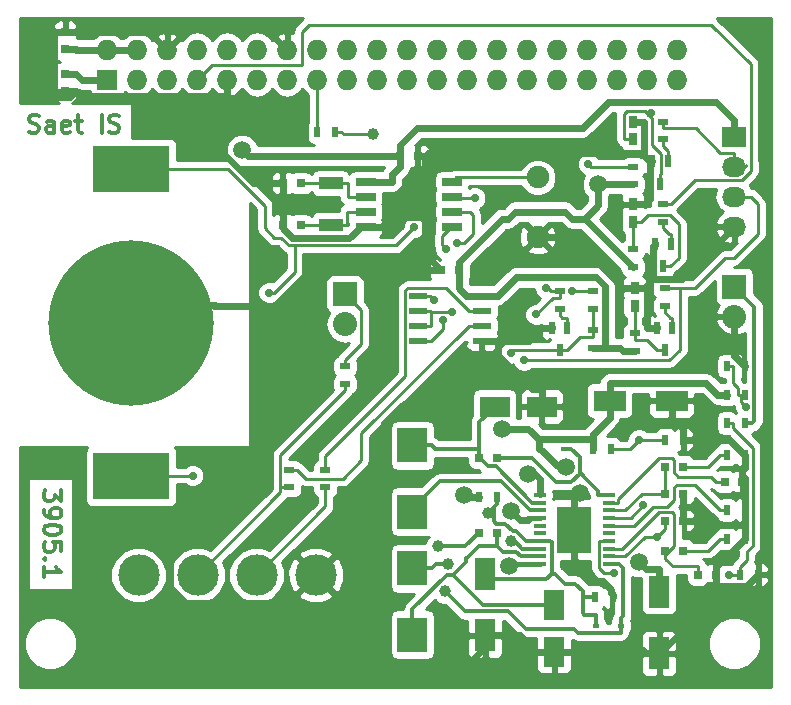
<source format=gbr>
G04 #@! TF.FileFunction,Copper,L1,Top,Signal*
%FSLAX46Y46*%
G04 Gerber Fmt 4.6, Leading zero omitted, Abs format (unit mm)*
G04 Created by KiCad (PCBNEW 4.1.0-alpha+201607200716+6988~46~ubuntu16.04.1-product) date Thu Jul 21 11:47:31 2016*
%MOMM*%
%LPD*%
G01*
G04 APERTURE LIST*
%ADD10C,0.100000*%
%ADD11C,0.300000*%
%ADD12R,2.000000X1.100000*%
%ADD13R,1.000000X0.400000*%
%ADD14R,3.000000X4.000000*%
%ADD15R,0.500000X0.900000*%
%ADD16R,0.900000X0.500000*%
%ADD17R,0.599440X1.000760*%
%ADD18R,2.032000X2.032000*%
%ADD19O,2.032000X2.032000*%
%ADD20R,1.727200X1.727200*%
%ADD21O,1.727200X1.727200*%
%ADD22R,2.032000X1.727200*%
%ADD23O,2.032000X1.727200*%
%ADD24C,1.000000*%
%ADD25R,2.500000X3.000000*%
%ADD26R,1.550000X0.600000*%
%ADD27R,0.590000X0.450000*%
%ADD28R,1.800860X2.499360*%
%ADD29R,2.499360X1.800860*%
%ADD30R,0.797560X1.000000*%
%ADD31C,3.500000*%
%ADD32R,1.800860X2.750820*%
%ADD33R,0.800000X0.750000*%
%ADD34R,2.750820X1.800860*%
%ADD35C,1.905000*%
%ADD36R,0.750000X0.800000*%
%ADD37R,6.500000X4.000000*%
%ADD38C,14.000000*%
%ADD39R,1.700000X0.650000*%
%ADD40C,0.710000*%
%ADD41C,1.500000*%
%ADD42C,0.220000*%
%ADD43C,0.600000*%
%ADD44C,0.400000*%
%ADD45C,0.350000*%
%ADD46C,0.254000*%
G04 APERTURE END LIST*
D10*
D11*
X108446571Y-60297142D02*
X108660857Y-60368571D01*
X109018000Y-60368571D01*
X109160857Y-60297142D01*
X109232285Y-60225714D01*
X109303714Y-60082857D01*
X109303714Y-59940000D01*
X109232285Y-59797142D01*
X109160857Y-59725714D01*
X109018000Y-59654285D01*
X108732285Y-59582857D01*
X108589428Y-59511428D01*
X108518000Y-59440000D01*
X108446571Y-59297142D01*
X108446571Y-59154285D01*
X108518000Y-59011428D01*
X108589428Y-58940000D01*
X108732285Y-58868571D01*
X109089428Y-58868571D01*
X109303714Y-58940000D01*
X110589428Y-60368571D02*
X110589428Y-59582857D01*
X110518000Y-59440000D01*
X110375142Y-59368571D01*
X110089428Y-59368571D01*
X109946571Y-59440000D01*
X110589428Y-60297142D02*
X110446571Y-60368571D01*
X110089428Y-60368571D01*
X109946571Y-60297142D01*
X109875142Y-60154285D01*
X109875142Y-60011428D01*
X109946571Y-59868571D01*
X110089428Y-59797142D01*
X110446571Y-59797142D01*
X110589428Y-59725714D01*
X111875142Y-60297142D02*
X111732285Y-60368571D01*
X111446571Y-60368571D01*
X111303714Y-60297142D01*
X111232285Y-60154285D01*
X111232285Y-59582857D01*
X111303714Y-59440000D01*
X111446571Y-59368571D01*
X111732285Y-59368571D01*
X111875142Y-59440000D01*
X111946571Y-59582857D01*
X111946571Y-59725714D01*
X111232285Y-59868571D01*
X112375142Y-59368571D02*
X112946571Y-59368571D01*
X112589428Y-58868571D02*
X112589428Y-60154285D01*
X112660857Y-60297142D01*
X112803714Y-60368571D01*
X112946571Y-60368571D01*
X114589428Y-60368571D02*
X114589428Y-58868571D01*
X115232285Y-60297142D02*
X115446571Y-60368571D01*
X115803714Y-60368571D01*
X115946571Y-60297142D01*
X116018000Y-60225714D01*
X116089428Y-60082857D01*
X116089428Y-59940000D01*
X116018000Y-59797142D01*
X115946571Y-59725714D01*
X115803714Y-59654285D01*
X115518000Y-59582857D01*
X115375142Y-59511428D01*
X115303714Y-59440000D01*
X115232285Y-59297142D01*
X115232285Y-59154285D01*
X115303714Y-59011428D01*
X115375142Y-58940000D01*
X115518000Y-58868571D01*
X115875142Y-58868571D01*
X116089428Y-58940000D01*
X111184428Y-90646714D02*
X111184428Y-91575285D01*
X110613000Y-91075285D01*
X110613000Y-91289571D01*
X110541571Y-91432428D01*
X110470142Y-91503857D01*
X110327285Y-91575285D01*
X109970142Y-91575285D01*
X109827285Y-91503857D01*
X109755857Y-91432428D01*
X109684428Y-91289571D01*
X109684428Y-90861000D01*
X109755857Y-90718142D01*
X109827285Y-90646714D01*
X109684428Y-92289571D02*
X109684428Y-92575285D01*
X109755857Y-92718142D01*
X109827285Y-92789571D01*
X110041571Y-92932428D01*
X110327285Y-93003857D01*
X110898714Y-93003857D01*
X111041571Y-92932428D01*
X111113000Y-92861000D01*
X111184428Y-92718142D01*
X111184428Y-92432428D01*
X111113000Y-92289571D01*
X111041571Y-92218142D01*
X110898714Y-92146714D01*
X110541571Y-92146714D01*
X110398714Y-92218142D01*
X110327285Y-92289571D01*
X110255857Y-92432428D01*
X110255857Y-92718142D01*
X110327285Y-92861000D01*
X110398714Y-92932428D01*
X110541571Y-93003857D01*
X111184428Y-93932428D02*
X111184428Y-94075285D01*
X111113000Y-94218142D01*
X111041571Y-94289571D01*
X110898714Y-94361000D01*
X110613000Y-94432428D01*
X110255857Y-94432428D01*
X109970142Y-94361000D01*
X109827285Y-94289571D01*
X109755857Y-94218142D01*
X109684428Y-94075285D01*
X109684428Y-93932428D01*
X109755857Y-93789571D01*
X109827285Y-93718142D01*
X109970142Y-93646714D01*
X110255857Y-93575285D01*
X110613000Y-93575285D01*
X110898714Y-93646714D01*
X111041571Y-93718142D01*
X111113000Y-93789571D01*
X111184428Y-93932428D01*
X111184428Y-95789571D02*
X111184428Y-95075285D01*
X110470142Y-95003857D01*
X110541571Y-95075285D01*
X110613000Y-95218142D01*
X110613000Y-95575285D01*
X110541571Y-95718142D01*
X110470142Y-95789571D01*
X110327285Y-95861000D01*
X109970142Y-95861000D01*
X109827285Y-95789571D01*
X109755857Y-95718142D01*
X109684428Y-95575285D01*
X109684428Y-95218142D01*
X109755857Y-95075285D01*
X109827285Y-95003857D01*
X109827285Y-96503857D02*
X109755857Y-96575285D01*
X109684428Y-96503857D01*
X109755857Y-96432428D01*
X109827285Y-96503857D01*
X109684428Y-96503857D01*
X109684428Y-98003857D02*
X109684428Y-97146714D01*
X109684428Y-97575285D02*
X111184428Y-97575285D01*
X110970142Y-97432428D01*
X110827285Y-97289571D01*
X110755857Y-97146714D01*
D12*
X133985000Y-64671000D03*
X133985000Y-68171000D03*
D13*
X151714000Y-91055000D03*
X151714000Y-91705000D03*
X151714000Y-92355000D03*
X151714000Y-93005000D03*
X151714000Y-93655000D03*
X151714000Y-94305000D03*
X151714000Y-94955000D03*
X151714000Y-95605000D03*
X151714000Y-96255000D03*
X151714000Y-96905000D03*
X157514000Y-96905000D03*
X157514000Y-96255000D03*
X157514000Y-95605000D03*
X157514000Y-94955000D03*
X157514000Y-94305000D03*
X157514000Y-93655000D03*
X157514000Y-93005000D03*
X157514000Y-92355000D03*
X157514000Y-91705000D03*
X157514000Y-91055000D03*
D14*
X154614000Y-93980000D03*
D15*
X146570000Y-91186000D03*
X148070000Y-91186000D03*
X168668000Y-97790000D03*
X170168000Y-97790000D03*
X169025000Y-84963000D03*
X167525000Y-84963000D03*
X167525000Y-94742000D03*
X169025000Y-94742000D03*
X169025000Y-92329000D03*
X167525000Y-92329000D03*
X167525000Y-87630000D03*
X169025000Y-87630000D03*
X167525000Y-80137000D03*
X169025000Y-80137000D03*
X167525000Y-82550000D03*
X169025000Y-82550000D03*
X162318000Y-86360000D03*
X163818000Y-86360000D03*
X156222000Y-87122000D03*
X157722000Y-87122000D03*
D16*
X159583000Y-71743000D03*
X159583000Y-70243000D03*
X135199000Y-81649000D03*
X135199000Y-80149000D03*
X162123000Y-67933000D03*
X162123000Y-66433000D03*
X133532000Y-90412000D03*
X133532000Y-88912000D03*
X130484000Y-90412000D03*
X130484000Y-88912000D03*
X159710000Y-78855000D03*
X159710000Y-77355000D03*
X162250000Y-75045000D03*
X162250000Y-73545000D03*
X159583000Y-64758000D03*
X159583000Y-63258000D03*
X156154000Y-73799000D03*
X156154000Y-75299000D03*
X156154000Y-78601000D03*
X156154000Y-77101000D03*
X162123000Y-60948000D03*
X162123000Y-59448000D03*
X153360000Y-75299000D03*
X153360000Y-73799000D03*
D15*
X132854000Y-60325000D03*
X134354000Y-60325000D03*
D17*
X161472760Y-69789040D03*
X162773240Y-69789040D03*
X162123000Y-71688960D03*
X161599760Y-76901040D03*
X162900240Y-76901040D03*
X162250000Y-78800960D03*
X161218760Y-62804040D03*
X162519240Y-62804040D03*
X161869000Y-64703960D03*
X152709760Y-76901040D03*
X154010240Y-76901040D03*
X153360000Y-78800960D03*
D18*
X168148000Y-73406000D03*
D19*
X168148000Y-75946000D03*
D20*
X115062000Y-55880000D03*
D21*
X115062000Y-53340000D03*
X117602000Y-55880000D03*
X117602000Y-53340000D03*
X120142000Y-55880000D03*
X120142000Y-53340000D03*
X122682000Y-55880000D03*
X122682000Y-53340000D03*
X125222000Y-55880000D03*
X125222000Y-53340000D03*
X127762000Y-55880000D03*
X127762000Y-53340000D03*
X130302000Y-55880000D03*
X130302000Y-53340000D03*
X132842000Y-55880000D03*
X132842000Y-53340000D03*
X135382000Y-55880000D03*
X135382000Y-53340000D03*
X137922000Y-55880000D03*
X137922000Y-53340000D03*
X140462000Y-55880000D03*
X140462000Y-53340000D03*
X143002000Y-55880000D03*
X143002000Y-53340000D03*
X145542000Y-55880000D03*
X145542000Y-53340000D03*
X148082000Y-55880000D03*
X148082000Y-53340000D03*
X150622000Y-55880000D03*
X150622000Y-53340000D03*
X153162000Y-55880000D03*
X153162000Y-53340000D03*
X155702000Y-55880000D03*
X155702000Y-53340000D03*
X158242000Y-55880000D03*
X158242000Y-53340000D03*
X160782000Y-55880000D03*
X160782000Y-53340000D03*
X163322000Y-55880000D03*
X163322000Y-53340000D03*
D22*
X168148000Y-60706000D03*
D23*
X168148000Y-63246000D03*
X168148000Y-65786000D03*
X168148000Y-68326000D03*
D24*
X137541000Y-60452000D03*
D25*
X140898000Y-102876000D03*
X140898000Y-97276000D03*
X140898000Y-92462000D03*
X140898000Y-86862000D03*
D18*
X135199000Y-74041000D03*
D19*
X135199000Y-76581000D03*
D26*
X141389000Y-74168000D03*
X141389000Y-75438000D03*
X141389000Y-76708000D03*
X141389000Y-77978000D03*
X146789000Y-77978000D03*
X146789000Y-76708000D03*
X146789000Y-75438000D03*
X146789000Y-74168000D03*
D27*
X158535000Y-102108000D03*
X156425000Y-102108000D03*
D28*
X152908000Y-100363020D03*
X152908000Y-104360980D03*
D29*
X147861020Y-83566000D03*
X151858980Y-83566000D03*
D27*
X153709000Y-87122000D03*
X151599000Y-87122000D03*
D30*
X159583000Y-67932300D03*
X159583000Y-66433700D03*
X159710000Y-75044300D03*
X159710000Y-73545700D03*
X159583000Y-60947300D03*
X159583000Y-59448700D03*
D31*
X132714000Y-97840000D03*
X127714000Y-97840000D03*
X122714000Y-97840000D03*
X117714000Y-97840000D03*
D32*
X147066000Y-102953820D03*
X147066000Y-97706180D03*
D33*
X146570000Y-94234000D03*
X148070000Y-94234000D03*
X165112000Y-97790000D03*
X166612000Y-97790000D03*
X162318000Y-95758000D03*
X163818000Y-95758000D03*
X162318000Y-93218000D03*
X163818000Y-93218000D03*
X167335000Y-89916000D03*
X168835000Y-89916000D03*
X162318000Y-88646000D03*
X163818000Y-88646000D03*
X162318000Y-90932000D03*
X163818000Y-90932000D03*
X148070000Y-87884000D03*
X146570000Y-87884000D03*
D34*
X162841820Y-83058000D03*
X157594180Y-83058000D03*
D32*
X161798000Y-104477820D03*
X161798000Y-99230180D03*
D33*
X144839000Y-72009000D03*
X143339000Y-72009000D03*
D35*
X151511000Y-69175000D03*
X151511000Y-64175000D03*
D36*
X111506000Y-53328000D03*
X111506000Y-51828000D03*
D33*
X139839000Y-62357000D03*
X141339000Y-62357000D03*
X131433000Y-68199000D03*
X129933000Y-68199000D03*
X131433000Y-64643000D03*
X129933000Y-64643000D03*
D36*
X111506000Y-55384000D03*
X111506000Y-56884000D03*
D37*
X117094000Y-63454000D03*
X117094000Y-89454000D03*
D38*
X117094000Y-76454000D03*
D39*
X136939000Y-64516000D03*
X136939000Y-65786000D03*
X136939000Y-67056000D03*
X136939000Y-68326000D03*
X144239000Y-68326000D03*
X144239000Y-67056000D03*
X144239000Y-65786000D03*
X144239000Y-64516000D03*
D15*
X157849000Y-99695000D03*
X156349000Y-99695000D03*
D40*
X122301000Y-89408000D03*
X128778000Y-73914000D03*
X141058989Y-68393958D03*
D41*
X155073556Y-90882300D03*
X166256100Y-86360000D03*
X126492364Y-61871486D03*
X145291588Y-91086992D03*
X156611600Y-64758000D03*
X149249720Y-92411376D03*
X153887934Y-88726218D03*
X148499727Y-85466442D03*
X150729650Y-89272366D03*
X149098000Y-97028000D03*
X160066600Y-96695200D03*
D40*
X161607600Y-94613700D03*
X160089800Y-86360000D03*
X161064600Y-58681500D03*
X155805700Y-63008100D03*
X150356300Y-79635200D03*
X142736400Y-74579700D03*
X149217200Y-79020700D03*
X144235300Y-75528100D03*
X151384000Y-75775000D03*
X143484100Y-76235900D03*
X152210400Y-73548000D03*
X143764000Y-70231002D03*
X144653000Y-69723000D03*
X146176988Y-65913000D03*
X154382500Y-73799000D03*
X169122100Y-83567400D03*
X160446800Y-91928100D03*
X157932600Y-97696200D03*
X167715000Y-97871700D03*
D24*
X143040000Y-95417400D03*
X143648100Y-99211600D03*
X147320000Y-92582996D03*
X149231041Y-94977988D03*
X143956700Y-96929400D03*
D42*
X151511000Y-64175000D02*
X144580000Y-64175000D01*
X144580000Y-64175000D02*
X144239000Y-64516000D01*
X129202397Y-69258397D02*
X128397000Y-68453000D01*
X117094000Y-63454000D02*
X125303000Y-63454000D01*
X128397000Y-66548000D02*
X128397000Y-68453000D01*
X125303000Y-63454000D02*
X128397000Y-66548000D01*
X130466614Y-69931012D02*
X129794000Y-69258397D01*
X129794000Y-69258397D02*
X129202397Y-69258397D01*
X130937000Y-69931012D02*
X130466614Y-69931012D01*
X122301000Y-89408000D02*
X117140000Y-89408000D01*
X117140000Y-89408000D02*
X117094000Y-89454000D01*
X130937000Y-72136000D02*
X129159000Y-73914000D01*
X129159000Y-73914000D02*
X128778000Y-73914000D01*
X139521935Y-69931012D02*
X130937000Y-69931012D01*
X130937000Y-69931012D02*
X130937000Y-72136000D01*
X141058989Y-68393958D02*
X139521935Y-69931012D01*
D43*
X166612000Y-98715300D02*
X165934400Y-98715300D01*
X165934400Y-98715300D02*
X164065700Y-100584000D01*
X164065700Y-100584000D02*
X164065700Y-102253300D01*
X164065700Y-102253300D02*
X161841180Y-104477820D01*
X161841180Y-104477820D02*
X161798000Y-104477820D01*
X157849000Y-99695000D02*
X157849000Y-99495000D01*
X154614000Y-96580000D02*
X154614000Y-93980000D01*
X157849000Y-99495000D02*
X157734000Y-99380000D01*
X157734000Y-99380000D02*
X157734000Y-99060000D01*
X157734000Y-99060000D02*
X157030210Y-98356210D01*
X157030210Y-98356210D02*
X156390210Y-98356210D01*
X156390210Y-98356210D02*
X154614000Y-96580000D01*
X143314000Y-72009000D02*
X143339000Y-72009000D01*
X141963999Y-67816999D02*
X141963999Y-70658999D01*
X141963999Y-70658999D02*
X143314000Y-72009000D01*
X141948300Y-67801300D02*
X141963999Y-67816999D01*
X128933000Y-64643000D02*
X129933000Y-64643000D01*
X127425396Y-64643000D02*
X128933000Y-64643000D01*
X124560386Y-57955514D02*
X124560386Y-61777990D01*
X124560386Y-61777990D02*
X127425396Y-64643000D01*
X125222000Y-57293900D02*
X124560386Y-57955514D01*
X135636000Y-102616000D02*
X135636000Y-100762000D01*
X135636000Y-100762000D02*
X132714000Y-97840000D01*
X138430000Y-105410000D02*
X135636000Y-102616000D01*
X145542000Y-105410000D02*
X138430000Y-105410000D01*
X147066000Y-103886000D02*
X145542000Y-105410000D01*
X147066000Y-102953820D02*
X147066000Y-103886000D01*
X124093999Y-75067011D02*
X129193385Y-75067011D01*
X129193385Y-75067011D02*
X129305386Y-74955010D01*
X124379000Y-91013000D02*
X129305386Y-86086614D01*
X129305386Y-86086614D02*
X129305386Y-74955010D01*
X123952000Y-91013000D02*
X124379000Y-91013000D01*
X122428990Y-74955010D02*
X124206000Y-74955010D01*
X132714000Y-97840000D02*
X130351400Y-100202600D01*
X130351400Y-100202600D02*
X121754200Y-100202600D01*
X121754200Y-100202600D02*
X120411500Y-98859900D01*
X120411500Y-98859900D02*
X120411500Y-94553500D01*
X120411500Y-94553500D02*
X123952000Y-91013000D01*
X124093999Y-75067011D02*
X124206000Y-74955010D01*
X142339000Y-72009000D02*
X143339000Y-72009000D01*
X132251396Y-72009000D02*
X142339000Y-72009000D01*
X129305386Y-74955010D02*
X132251396Y-72009000D01*
X120930000Y-76454000D02*
X122428990Y-74955010D01*
X130302000Y-53340000D02*
X128270000Y-51308000D01*
X128270000Y-51308000D02*
X122174000Y-51308000D01*
X122174000Y-51308000D02*
X120142000Y-53340000D01*
X165149300Y-93599000D02*
X168882300Y-93599000D01*
X168882300Y-93599000D02*
X169025000Y-93741700D01*
X164768300Y-93218000D02*
X165149300Y-93599000D01*
X169025000Y-92329000D02*
X169025000Y-93741700D01*
X148114300Y-79198100D02*
X145020600Y-79198100D01*
X145020600Y-79198100D02*
X140906700Y-83312000D01*
X140906700Y-83312000D02*
X140208000Y-83312000D01*
X140208000Y-83312000D02*
X138534100Y-84985900D01*
X138534100Y-84985900D02*
X138534100Y-92019900D01*
X138534100Y-92019900D02*
X132714000Y-97840000D01*
X129933000Y-68464002D02*
X130739999Y-69271001D01*
X135568999Y-69271001D02*
X136514000Y-68326000D01*
X136514000Y-68326000D02*
X137889000Y-68326000D01*
X130739999Y-69271001D02*
X135568999Y-69271001D01*
X129933000Y-67032200D02*
X129933000Y-68464002D01*
X139264000Y-68326000D02*
X137889000Y-68326000D01*
X140101043Y-67488957D02*
X139264000Y-68326000D01*
X141635957Y-67488957D02*
X140101043Y-67488957D01*
X141948300Y-67801300D02*
X141635957Y-67488957D01*
X154614000Y-91341856D02*
X155073556Y-90882300D01*
X154614000Y-93980000D02*
X154614000Y-91341856D01*
X129933000Y-67032200D02*
X129933000Y-68199000D01*
X118630000Y-51828000D02*
X111968700Y-51828000D01*
X120142000Y-53340000D02*
X118630000Y-51828000D01*
X163818000Y-90932000D02*
X163818000Y-93218000D01*
X163818000Y-93218000D02*
X164768300Y-93218000D01*
X152908000Y-104361000D02*
X154358700Y-104361000D01*
X152908000Y-104361000D02*
X151457300Y-104361000D01*
X159583000Y-59448700D02*
X160532100Y-59448700D01*
X151859000Y-83566000D02*
X151859000Y-82115300D01*
X146789000Y-77978000D02*
X148114300Y-77978000D01*
X166612000Y-97790000D02*
X166612000Y-98715300D01*
X160554000Y-104477800D02*
X160437200Y-104361000D01*
X161798000Y-104477800D02*
X160554000Y-104477800D01*
X125222000Y-55880000D02*
X125222000Y-57293900D01*
X111519300Y-51828000D02*
X111968700Y-51828000D01*
X111519300Y-51828000D02*
X111506000Y-51828000D01*
X150782800Y-77978000D02*
X148114300Y-77978000D01*
X151859800Y-76901000D02*
X150782800Y-77978000D01*
X152709800Y-76901000D02*
X151859800Y-76901000D01*
X160749800Y-73636400D02*
X160659100Y-73545700D01*
X160749800Y-76901000D02*
X160749800Y-73636400D01*
X161599800Y-76901000D02*
X160749800Y-76901000D01*
X159972000Y-73545700D02*
X160659100Y-73545700D01*
X159972000Y-73545700D02*
X159710000Y-73545700D01*
X159710000Y-73545700D02*
X158760900Y-73545700D01*
X154390200Y-69175000D02*
X151511000Y-69175000D01*
X158760900Y-73545700D02*
X154390200Y-69175000D01*
X168835000Y-89916000D02*
X168835000Y-89453300D01*
X168835000Y-89453300D02*
X168835000Y-88990700D01*
X169025000Y-89643300D02*
X169025000Y-92329000D01*
X168835000Y-89453300D02*
X169025000Y-89643300D01*
X160437200Y-104361000D02*
X160437200Y-104212500D01*
X169167600Y-98790400D02*
X170168000Y-97790000D01*
X166687100Y-98790400D02*
X169167600Y-98790400D01*
X166612000Y-98715300D02*
X166687100Y-98790400D01*
X164768300Y-93218000D02*
X164879700Y-93329400D01*
X169025000Y-88800700D02*
X169025000Y-88215300D01*
X168835000Y-88990700D02*
X169025000Y-88800700D01*
X169025000Y-88215300D02*
X169025000Y-87630000D01*
X111506000Y-56884000D02*
X112431300Y-56884000D01*
X111506000Y-51828000D02*
X110580700Y-51828000D01*
X112841200Y-57293900D02*
X112431300Y-56884000D01*
X125222000Y-57293900D02*
X112841200Y-57293900D01*
X110580700Y-57189200D02*
X110580700Y-51828000D01*
X110756200Y-57364700D02*
X110580700Y-57189200D01*
X111950600Y-57364700D02*
X110756200Y-57364700D01*
X112431300Y-56884000D02*
X111950600Y-57364700D01*
X141339000Y-62357000D02*
X141948300Y-62357000D01*
X159583000Y-66433700D02*
X160532100Y-66433700D01*
X169025000Y-94241800D02*
X169025000Y-93741700D01*
X166612000Y-97790000D02*
X166612000Y-96864700D01*
X169025000Y-94241800D02*
X169025000Y-94742000D01*
X166902300Y-96864700D02*
X166612000Y-96864700D01*
X169025000Y-94742000D02*
X166902300Y-96864700D01*
X168148000Y-79260000D02*
X169025000Y-80137000D01*
X168148000Y-75946000D02*
X168148000Y-79260000D01*
X161269400Y-69992400D02*
X161472800Y-69789000D01*
X161269400Y-72742200D02*
X161269400Y-69992400D01*
X163731800Y-72742200D02*
X161269400Y-72742200D01*
X168148000Y-68326000D02*
X163731800Y-72742200D01*
X160659100Y-73352500D02*
X160659100Y-73545700D01*
X161269400Y-72742200D02*
X160659100Y-73352500D01*
X141948300Y-62357000D02*
X141948300Y-67801300D01*
X162841800Y-83058000D02*
X162841800Y-84508700D01*
X163692800Y-85359700D02*
X162841800Y-84508700D01*
X163818000Y-85359700D02*
X163692800Y-85359700D01*
X163818000Y-86360000D02*
X163818000Y-85359700D01*
X160979100Y-65986700D02*
X160532100Y-66433700D01*
X160979100Y-62804000D02*
X160979100Y-65986700D01*
X161218800Y-62804000D02*
X160979100Y-62804000D01*
X167742400Y-86360000D02*
X166256100Y-86360000D01*
X169025000Y-87642600D02*
X167742400Y-86360000D01*
X169025000Y-88215300D02*
X169025000Y-87642600D01*
X166256100Y-86360000D02*
X163818000Y-86360000D01*
X129867700Y-66966900D02*
X129933000Y-67032200D01*
X129867700Y-65633600D02*
X129867700Y-66966900D01*
X129933000Y-65568300D02*
X129867700Y-65633600D01*
X129933000Y-64643000D02*
X129933000Y-65568300D01*
X132714000Y-98239300D02*
X132714000Y-97840000D01*
X160437200Y-104361000D02*
X154358700Y-104361000D01*
X150050100Y-102953800D02*
X151457300Y-104361000D01*
X147066000Y-102953800D02*
X150050100Y-102953800D01*
X148114300Y-77978000D02*
X148114300Y-79198100D01*
X151031500Y-82115300D02*
X151859000Y-82115300D01*
X148114300Y-79198100D02*
X151031500Y-82115300D01*
X117094000Y-76454000D02*
X120930000Y-76454000D01*
X142202500Y-62102800D02*
X141948300Y-62357000D01*
X160532100Y-62102800D02*
X142202500Y-62102800D01*
X160532100Y-59448700D02*
X160532100Y-62102800D01*
X160532100Y-62357000D02*
X160979100Y-62804000D01*
X160532100Y-62102800D02*
X160532100Y-62357000D01*
X136939000Y-64516000D02*
X139214300Y-64516000D01*
X126977878Y-62357000D02*
X126492364Y-61871486D01*
X139839000Y-62357000D02*
X126977878Y-62357000D01*
X157480000Y-57776200D02*
X157480000Y-57785000D01*
X155321000Y-59944000D02*
X141326700Y-59944000D01*
X157480000Y-57785000D02*
X155321000Y-59944000D01*
X154432000Y-67655800D02*
X155495800Y-67655800D01*
X149606000Y-67056000D02*
X153832200Y-67056000D01*
X153832200Y-67056000D02*
X154432000Y-67655800D01*
X149006200Y-67655800D02*
X149606000Y-67056000D01*
X148479500Y-67655800D02*
X149006200Y-67655800D01*
X145390596Y-91186000D02*
X145291588Y-91086992D01*
X146570000Y-91186000D02*
X145390596Y-91186000D01*
X144839000Y-72009000D02*
X144839000Y-72934300D01*
X146789000Y-74168000D02*
X145463700Y-74168000D01*
X168148000Y-60706000D02*
X168148000Y-59292100D01*
X139839000Y-62357000D02*
X139839000Y-61431700D01*
X112927300Y-55880000D02*
X112431300Y-55384000D01*
X115062000Y-55880000D02*
X112927300Y-55880000D01*
X111506000Y-55384000D02*
X112431300Y-55384000D01*
X159710000Y-78855000D02*
X158709700Y-78855000D01*
X146789000Y-74168000D02*
X148114300Y-74168000D01*
X156154000Y-78601000D02*
X157178500Y-78601000D01*
X158455700Y-78601000D02*
X158709700Y-78855000D01*
X157178500Y-78601000D02*
X158455700Y-78601000D01*
X144839000Y-73543300D02*
X145463700Y-74168000D01*
X144839000Y-72934300D02*
X144839000Y-73543300D01*
X144839000Y-72009000D02*
X144839000Y-71296300D01*
X139214300Y-63907000D02*
X139839000Y-63282300D01*
X139214300Y-64516000D02*
X139214300Y-63907000D01*
X139839000Y-62357000D02*
X139839000Y-63282300D01*
X144839000Y-71296300D02*
X148479500Y-67655800D01*
X155495800Y-67655800D02*
X159583000Y-71743000D01*
X156611600Y-64758000D02*
X159583000Y-64758000D01*
X156611600Y-66540000D02*
X155495800Y-67655800D01*
X156611600Y-64758000D02*
X156611600Y-66540000D01*
X149639600Y-72642700D02*
X148114300Y-74168000D01*
X156478400Y-72642700D02*
X149639600Y-72642700D01*
X157178500Y-73342800D02*
X156478400Y-72642700D01*
X157178500Y-78601000D02*
X157178500Y-73342800D01*
X141326700Y-59944000D02*
X139839000Y-61431700D01*
X166632100Y-57776200D02*
X157480000Y-57776200D01*
X168148000Y-59292100D02*
X166632100Y-57776200D01*
D42*
X133985000Y-64671000D02*
X135410000Y-64671000D01*
X135410000Y-64671000D02*
X135410000Y-65786000D01*
X135410000Y-65786000D02*
X136414000Y-65786000D01*
X136414000Y-65786000D02*
X136939000Y-65786000D01*
X132646700Y-64643000D02*
X132674700Y-64671000D01*
X131433000Y-64643000D02*
X132646700Y-64643000D01*
X133985000Y-64671000D02*
X132674700Y-64671000D01*
X133985000Y-68171000D02*
X135410000Y-68171000D01*
X135382000Y-68032000D02*
X135382000Y-67056000D01*
X135410000Y-68171000D02*
X135410000Y-68060000D01*
X135410000Y-68060000D02*
X135382000Y-68032000D01*
X135382000Y-67056000D02*
X136939000Y-67056000D01*
X133985000Y-68171000D02*
X131461000Y-68171000D01*
X131461000Y-68171000D02*
X131433000Y-68199000D01*
D43*
X150663999Y-93159546D02*
X150662170Y-93161375D01*
X149999719Y-93161375D02*
X149249720Y-92411376D01*
X150662170Y-93161375D02*
X149999719Y-93161375D01*
X151599000Y-87122000D02*
X151669000Y-87122000D01*
X151669000Y-87122000D02*
X153273218Y-88726218D01*
X153273218Y-88726218D02*
X153887934Y-88726218D01*
X149560387Y-85466442D02*
X148499727Y-85466442D01*
X151599000Y-86346700D02*
X150718742Y-85466442D01*
X150718742Y-85466442D02*
X149560387Y-85466442D01*
D44*
X151714000Y-93005000D02*
X150814000Y-93005000D01*
X150814000Y-93005000D02*
X150663999Y-93155001D01*
X150663999Y-93155001D02*
X150663999Y-93159546D01*
D43*
X150663999Y-93159546D02*
X150663999Y-93080010D01*
X111506000Y-53328000D02*
X112431300Y-53328000D01*
X151599000Y-87122000D02*
X151599000Y-86346700D01*
X156222000Y-85880900D02*
X156222000Y-86346700D01*
X157594200Y-84508700D02*
X156222000Y-85880900D01*
X156222000Y-86346700D02*
X156222000Y-87122000D01*
X117602000Y-53340000D02*
X115062000Y-53340000D01*
X112443300Y-53340000D02*
X115062000Y-53340000D01*
X112431300Y-53328000D02*
X112443300Y-53340000D01*
X157594200Y-83570700D02*
X157594200Y-84508700D01*
X157594200Y-83570700D02*
X157594200Y-83058000D01*
X157594200Y-83058000D02*
X157594200Y-81607300D01*
X167525000Y-82550000D02*
X166724700Y-82550000D01*
X156222000Y-86346700D02*
X151599000Y-86346700D01*
X165782000Y-81607300D02*
X166724700Y-82550000D01*
X157594200Y-81607300D02*
X165782000Y-81607300D01*
X151722011Y-89704989D02*
X151722011Y-90954999D01*
X151722011Y-89704989D02*
X151678088Y-89704989D01*
X151678088Y-89704989D02*
X151245465Y-89272366D01*
X151245465Y-89272366D02*
X150729650Y-89272366D01*
D44*
X149221000Y-96905000D02*
X149098000Y-97028000D01*
X151714000Y-96905000D02*
X149221000Y-96905000D01*
D43*
X161798000Y-99230200D02*
X161798000Y-97304500D01*
X160675900Y-97304500D02*
X160066600Y-96695200D01*
X161798000Y-97304500D02*
X160675900Y-97304500D01*
D42*
X157514000Y-92355000D02*
X158920400Y-92355000D01*
X158920400Y-92355000D02*
X160343400Y-90932000D01*
X160343400Y-90932000D02*
X162318000Y-90932000D01*
X162318000Y-90932000D02*
X162318000Y-88646000D01*
X167525000Y-87630000D02*
X166964700Y-87630000D01*
X165948700Y-88646000D02*
X166964700Y-87630000D01*
X163818000Y-88646000D02*
X165948700Y-88646000D01*
X157514000Y-91705000D02*
X158324300Y-91705000D01*
X158324300Y-91408300D02*
X158324300Y-91705000D01*
X161775700Y-87956900D02*
X158324300Y-91408300D01*
X162868900Y-87956900D02*
X161775700Y-87956900D01*
X163045100Y-88133100D02*
X162868900Y-87956900D01*
X163045100Y-89152400D02*
X163045100Y-88133100D01*
X163388400Y-89495700D02*
X163045100Y-89152400D01*
X166204400Y-89495700D02*
X163388400Y-89495700D01*
X166624700Y-89916000D02*
X166204400Y-89495700D01*
X167335000Y-89916000D02*
X166624700Y-89916000D01*
X162318000Y-86360000D02*
X161757700Y-86360000D01*
X162318000Y-93218000D02*
X162318000Y-93903300D01*
X162318000Y-93903300D02*
X161607600Y-94613700D01*
X160089800Y-86360000D02*
X161757700Y-86360000D01*
X159327800Y-87122000D02*
X157722000Y-87122000D01*
X160089800Y-86360000D02*
X159327800Y-87122000D01*
X158920400Y-96255000D02*
X157514000Y-96255000D01*
X160561700Y-94613700D02*
X158920400Y-96255000D01*
X161607600Y-94613700D02*
X160561700Y-94613700D01*
X165112000Y-97790000D02*
X165112000Y-97104700D01*
X162979400Y-97104700D02*
X165112000Y-97104700D01*
X162318000Y-96443300D02*
X162979400Y-97104700D01*
X162318000Y-95758000D02*
X162318000Y-96100600D01*
X162318000Y-96100600D02*
X162318000Y-96443300D01*
X158653100Y-95605000D02*
X157514000Y-95605000D01*
X161779800Y-92478300D02*
X158653100Y-95605000D01*
X162858800Y-92478300D02*
X161779800Y-92478300D01*
X163028400Y-92647900D02*
X162858800Y-92478300D01*
X163028400Y-95390200D02*
X163028400Y-92647900D01*
X162318000Y-96100600D02*
X163028400Y-95390200D01*
X165948700Y-95758000D02*
X166964700Y-94742000D01*
X163818000Y-95758000D02*
X165948700Y-95758000D01*
X167525000Y-94742000D02*
X166964700Y-94742000D01*
X129723700Y-90830300D02*
X129723700Y-90412000D01*
X122714000Y-97840000D02*
X129723700Y-90830300D01*
X130484000Y-90412000D02*
X129828800Y-90412000D01*
X129828800Y-90412000D02*
X129723700Y-90412000D01*
X129723700Y-87684600D02*
X135199000Y-82209300D01*
X129723700Y-90412000D02*
X129723700Y-87684600D01*
X135199000Y-81649000D02*
X135199000Y-82209300D01*
X133532000Y-92022000D02*
X133532000Y-90412000D01*
X127714000Y-97840000D02*
X133532000Y-92022000D01*
X159583000Y-60947300D02*
X158873900Y-60947300D01*
X161869000Y-64704000D02*
X161869000Y-63893300D01*
X156055600Y-63258000D02*
X159583000Y-63258000D01*
X155805700Y-63008100D02*
X156055600Y-63258000D01*
X161064600Y-58681500D02*
X160882100Y-58864000D01*
X160578300Y-58560300D02*
X160882100Y-58864000D01*
X159060800Y-58560300D02*
X160578300Y-58560300D01*
X158807500Y-58813600D02*
X159060800Y-58560300D01*
X158807500Y-60880900D02*
X158807500Y-58813600D01*
X158873900Y-60947300D02*
X158807500Y-60880900D01*
X161909100Y-63853200D02*
X161869000Y-63893300D01*
X161909100Y-62183400D02*
X161909100Y-63853200D01*
X161192500Y-61466800D02*
X161909100Y-62183400D01*
X161192500Y-59174500D02*
X161192500Y-61466800D01*
X160882100Y-58864000D02*
X161192500Y-59174500D01*
X159710000Y-75044300D02*
X159710000Y-77355000D01*
X160754300Y-77915300D02*
X159710000Y-77915300D01*
X161640000Y-78801000D02*
X160754300Y-77915300D01*
X159710000Y-77355000D02*
X159710000Y-77915300D01*
X162250000Y-78801000D02*
X161640000Y-78801000D01*
X159583000Y-67932300D02*
X159583000Y-70243000D01*
X160851800Y-67372600D02*
X160292100Y-67932300D01*
X162730500Y-67372600D02*
X160851800Y-67372600D01*
X163455000Y-68097100D02*
X162730500Y-67372600D01*
X163455000Y-70967000D02*
X163455000Y-68097100D01*
X162733000Y-71689000D02*
X163455000Y-70967000D01*
X162123000Y-71689000D02*
X162733000Y-71689000D01*
X159583000Y-67932300D02*
X160292100Y-67932300D01*
X167386000Y-71003500D02*
X164844500Y-73545000D01*
X170180000Y-68961000D02*
X168137500Y-71003500D01*
X168137500Y-71003500D02*
X167386000Y-71003500D01*
X170180000Y-66421000D02*
X170180000Y-68961000D01*
X169545000Y-65786000D02*
X170180000Y-66421000D01*
X168148000Y-65786000D02*
X169545000Y-65786000D01*
X164844500Y-73545000D02*
X163547300Y-73545000D01*
X163547300Y-73545000D02*
X162250000Y-73545000D01*
X162656500Y-79635200D02*
X150356300Y-79635200D01*
X163547300Y-78744400D02*
X162656500Y-79635200D01*
X163547300Y-73545000D02*
X163547300Y-78744400D01*
X142474300Y-74317600D02*
X142474300Y-74168000D01*
X142736400Y-74579700D02*
X142474300Y-74317600D01*
X141389000Y-74168000D02*
X142474300Y-74168000D01*
X155109700Y-77661300D02*
X156154000Y-77661300D01*
X153970000Y-78801000D02*
X155109700Y-77661300D01*
X156154000Y-77381100D02*
X156154000Y-77661300D01*
X156154000Y-77381100D02*
X156154000Y-77101000D01*
X156154000Y-77101000D02*
X156154000Y-75299000D01*
X141389000Y-76708000D02*
X142474300Y-76708000D01*
X141389000Y-75438000D02*
X142474300Y-75438000D01*
X153665000Y-78801000D02*
X153970000Y-78801000D01*
X153665000Y-78801000D02*
X153360000Y-78801000D01*
X149436900Y-78801000D02*
X149217200Y-79020700D01*
X153360000Y-78801000D02*
X149436900Y-78801000D01*
X142474300Y-76708000D02*
X142474300Y-75528100D01*
X142474300Y-75528100D02*
X142474300Y-75438000D01*
X144235300Y-75528100D02*
X142474300Y-75528100D01*
X151384000Y-75775000D02*
X152799700Y-74359300D01*
X168148000Y-63246000D02*
X169037000Y-63246000D01*
X169037000Y-63246000D02*
X169164000Y-63119000D01*
X164910300Y-60008300D02*
X162123000Y-60008300D01*
X166974100Y-62072100D02*
X164910300Y-60008300D01*
X168148000Y-62072100D02*
X166974100Y-62072100D01*
X162123000Y-59448000D02*
X162123000Y-60008300D01*
X168148000Y-63246000D02*
X168148000Y-62072100D01*
X153360000Y-73799000D02*
X153360000Y-74359300D01*
X143484100Y-76968200D02*
X142474300Y-77978000D01*
X143484100Y-76235900D02*
X143484100Y-76968200D01*
X141389000Y-77978000D02*
X142474300Y-77978000D01*
X152348700Y-73548000D02*
X152599700Y-73799000D01*
X152210400Y-73548000D02*
X152348700Y-73548000D01*
X153360000Y-73799000D02*
X152599700Y-73799000D01*
X152799700Y-74359300D02*
X153360000Y-74359300D01*
X130484000Y-88912000D02*
X131154000Y-88912000D01*
X131154000Y-88912000D02*
X131904000Y-89662000D01*
X131904000Y-89662000D02*
X135001000Y-89662000D01*
X135001000Y-89662000D02*
X136577900Y-88085100D01*
X136577900Y-88085100D02*
X136577900Y-85833800D01*
X136577900Y-85833800D02*
X145703700Y-76708000D01*
X145703700Y-76708000D02*
X146789000Y-76708000D01*
X133532000Y-87756400D02*
X133532000Y-88912000D01*
X140303700Y-80984700D02*
X133532000Y-87756400D01*
X140303700Y-73739400D02*
X140303700Y-80984700D01*
X140520200Y-73522900D02*
X140303700Y-73739400D01*
X143788600Y-73522900D02*
X140520200Y-73522900D01*
X145703700Y-75438000D02*
X143788600Y-73522900D01*
X146789000Y-75438000D02*
X145703700Y-75438000D01*
X136542700Y-78245000D02*
X135199000Y-79588700D01*
X136542700Y-75384700D02*
X136542700Y-78245000D01*
X135199000Y-74041000D02*
X136542700Y-75384700D01*
X135199000Y-80149000D02*
X135199000Y-79588700D01*
X135041300Y-60452000D02*
X134914300Y-60325000D01*
X137541000Y-60452000D02*
X135041300Y-60452000D01*
X134354000Y-60325000D02*
X134914300Y-60325000D01*
X162123000Y-66433000D02*
X162793000Y-66433000D01*
X162793000Y-66433000D02*
X164806000Y-64420000D01*
X164806000Y-64420000D02*
X168801100Y-64420000D01*
X168801100Y-64420000D02*
X169584010Y-63637090D01*
X169584010Y-63637090D02*
X169584010Y-62945026D01*
X169584010Y-62945026D02*
X169540800Y-62901816D01*
X169540800Y-62901816D02*
X169540800Y-54605800D01*
X169540800Y-54605800D02*
X166201365Y-51266366D01*
X166201365Y-51266366D02*
X132121634Y-51266366D01*
X132121634Y-51266366D02*
X131572000Y-51816000D01*
X131572000Y-51816000D02*
X131572000Y-54610000D01*
X131572000Y-54610000D02*
X123952000Y-54610000D01*
X123952000Y-54610000D02*
X122682000Y-55880000D01*
X143764000Y-68801000D02*
X144239000Y-68326000D01*
X143409001Y-69876003D02*
X143764000Y-70231002D01*
X143764000Y-68801000D02*
X143409001Y-69155999D01*
X143409001Y-69155999D02*
X143409001Y-69876003D01*
X146050000Y-67310000D02*
X145796000Y-67056000D01*
X145796000Y-67056000D02*
X144239000Y-67056000D01*
X146050000Y-68961000D02*
X146050000Y-67310000D01*
X145288000Y-69723000D02*
X146050000Y-68961000D01*
X144653000Y-69723000D02*
X145288000Y-69723000D01*
X146176988Y-65913000D02*
X144366000Y-65913000D01*
X144366000Y-65913000D02*
X144239000Y-65786000D01*
X132842000Y-59552700D02*
X132854000Y-59564700D01*
X132842000Y-55880000D02*
X132842000Y-59552700D01*
X132854000Y-60325000D02*
X132854000Y-59564700D01*
X156154000Y-73799000D02*
X154382500Y-73799000D01*
X153591000Y-76090300D02*
X153360000Y-75859300D01*
X154010200Y-76090300D02*
X153591000Y-76090300D01*
X153360000Y-75299000D02*
X153360000Y-75859300D01*
X154010200Y-76901000D02*
X154010200Y-76090300D01*
X162519200Y-61904500D02*
X162123000Y-61508300D01*
X162519200Y-62804000D02*
X162519200Y-61904500D01*
X162123000Y-60948000D02*
X162123000Y-61508300D01*
X162735000Y-76090300D02*
X162250000Y-75605300D01*
X162900200Y-76090300D02*
X162735000Y-76090300D01*
X162250000Y-75045000D02*
X162250000Y-75605300D01*
X162900200Y-76901000D02*
X162900200Y-76090300D01*
X162608000Y-68978300D02*
X162123000Y-68493300D01*
X162773200Y-68978300D02*
X162608000Y-68978300D01*
X162123000Y-67933000D02*
X162123000Y-68493300D01*
X162773200Y-69789000D02*
X162773200Y-68978300D01*
X168085300Y-81610300D02*
X168085300Y-80137000D01*
X168464700Y-81989700D02*
X168085300Y-81610300D01*
X168464700Y-82550000D02*
X168464700Y-81989700D01*
X167525000Y-80137000D02*
X168085300Y-80137000D01*
X169025000Y-82550000D02*
X168744900Y-82550000D01*
X168744900Y-82550000D02*
X168464700Y-82550000D01*
X168744900Y-83190200D02*
X169122100Y-83567400D01*
X168744900Y-82550000D02*
X168744900Y-83190200D01*
X159369900Y-93005000D02*
X157514000Y-93005000D01*
X160446800Y-91928100D02*
X159369900Y-93005000D01*
X167525000Y-92329000D02*
X166964700Y-92329000D01*
X164830300Y-90194600D02*
X166964700Y-92329000D01*
X163270300Y-90194600D02*
X164830300Y-90194600D01*
X163043000Y-90421900D02*
X163270300Y-90194600D01*
X163043000Y-91493800D02*
X163043000Y-90421900D01*
X162479000Y-92057800D02*
X163043000Y-91493800D01*
X161258100Y-92057800D02*
X162479000Y-92057800D01*
X159660900Y-93655000D02*
X161258100Y-92057800D01*
X157514000Y-93655000D02*
X159660900Y-93655000D01*
X168668000Y-97790000D02*
X168668000Y-97120000D01*
X168668000Y-97120000D02*
X169228300Y-96559700D01*
X168085300Y-84963000D02*
X167805200Y-84963000D01*
X167805200Y-84963000D02*
X167525000Y-84963000D01*
X169228300Y-96559700D02*
X169228300Y-95831100D01*
X169228300Y-95831100D02*
X169714900Y-95344500D01*
X169714900Y-95344500D02*
X169714900Y-87055000D01*
X169714900Y-87055000D02*
X168085300Y-85425400D01*
X168085300Y-85425400D02*
X168085300Y-84963000D01*
X168026000Y-97871700D02*
X168107700Y-97790000D01*
X167715000Y-97871700D02*
X168026000Y-97871700D01*
X168668000Y-97790000D02*
X168107700Y-97790000D01*
X157514000Y-94955000D02*
X156703700Y-94955000D01*
X157142900Y-97696200D02*
X157932600Y-97696200D01*
X156703700Y-97257000D02*
X157142900Y-97696200D01*
X156703700Y-94955000D02*
X156703700Y-97257000D01*
D45*
X153067001Y-89948001D02*
X151003000Y-87884000D01*
X151003000Y-87884000D02*
X148070000Y-87884000D01*
X154361001Y-89948001D02*
X153067001Y-89948001D01*
X154259999Y-89948001D02*
X154361001Y-89948001D01*
X154361001Y-89948001D02*
X155067000Y-89242002D01*
X155067000Y-89242002D02*
X155067000Y-89141000D01*
X155067000Y-87835000D02*
X154354000Y-87122000D01*
X154354000Y-87122000D02*
X153709000Y-87122000D01*
X155067000Y-89141000D02*
X155067000Y-87835000D01*
X155448000Y-89522000D02*
X155067000Y-89141000D01*
X156638700Y-90712700D02*
X155448000Y-89522000D01*
X157514000Y-91055000D02*
X156638700Y-91055000D01*
X156638700Y-91055000D02*
X156638700Y-90712700D01*
X146595000Y-87884000D02*
X146570000Y-87884000D01*
X151060179Y-91705000D02*
X147989479Y-88634300D01*
X151714000Y-91705000D02*
X151060179Y-91705000D01*
X147345300Y-88634300D02*
X146595000Y-87884000D01*
X147989479Y-88634300D02*
X147345300Y-88634300D01*
X147861000Y-83566000D02*
X146570000Y-84857000D01*
X146570000Y-84857000D02*
X146570000Y-87133700D01*
X142795000Y-87133700D02*
X142523300Y-86862000D01*
X146570000Y-87133700D02*
X142795000Y-87133700D01*
X140898000Y-86862000D02*
X142523300Y-86862000D01*
X146570000Y-87508800D02*
X146570000Y-87133700D01*
X146570000Y-87508800D02*
X146570000Y-87884000D01*
X143648100Y-99211600D02*
X145349900Y-100913400D01*
X145349900Y-100913400D02*
X149035500Y-100913400D01*
X149035500Y-100913400D02*
X150484100Y-102362000D01*
X150484100Y-102362000D02*
X154581700Y-102362000D01*
X154581700Y-102362000D02*
X154928000Y-102708300D01*
X154928000Y-102708300D02*
X158535000Y-102708300D01*
X158535000Y-102708300D02*
X158535000Y-102108000D01*
X157514000Y-96905000D02*
X158389300Y-96905000D01*
X158535000Y-102108000D02*
X158535000Y-101507700D01*
X158708200Y-97223900D02*
X158389300Y-96905000D01*
X158708200Y-101334500D02*
X158708200Y-97223900D01*
X158535000Y-101507700D02*
X158708200Y-101334500D01*
X145386600Y-95417400D02*
X143040000Y-95417400D01*
X146570000Y-94234000D02*
X145386600Y-95417400D01*
X144319400Y-97806300D02*
X145415000Y-96710700D01*
X145415000Y-96710700D02*
X145415000Y-96393000D01*
X145415000Y-96393000D02*
X145505700Y-96393000D01*
X145505700Y-96393000D02*
X146541100Y-95357600D01*
X146541100Y-95357600D02*
X148070000Y-95357600D01*
X148565398Y-95852998D02*
X148070000Y-95357600D01*
X151714000Y-96255000D02*
X150064004Y-96255000D01*
X150064004Y-96255000D02*
X149662002Y-95852998D01*
X149662002Y-95852998D02*
X148565398Y-95852998D01*
X148070000Y-94234000D02*
X148070000Y-94756300D01*
X140898000Y-102876000D02*
X140898000Y-101000700D01*
X148070000Y-94756300D02*
X148070000Y-95357600D01*
X146876100Y-100363000D02*
X144319400Y-97806300D01*
X152908000Y-100363000D02*
X146876100Y-100363000D01*
X140898000Y-100723800D02*
X140898000Y-101000700D01*
X143815500Y-97806300D02*
X140898000Y-100723800D01*
X144319400Y-97806300D02*
X143815500Y-97806300D01*
X155323300Y-99189300D02*
X155323300Y-99695000D01*
X155323300Y-99695000D02*
X155323300Y-101076300D01*
X156349000Y-99695000D02*
X155323300Y-99695000D01*
X155323300Y-101076300D02*
X155424700Y-101177700D01*
X155424700Y-101177700D02*
X156425000Y-101177700D01*
X156425000Y-101177700D02*
X156425000Y-101507700D01*
X156425000Y-101507700D02*
X156425000Y-102108000D01*
X155325600Y-99187000D02*
X155323300Y-99189300D01*
X154686000Y-98552000D02*
X155323300Y-99189300D01*
X153799300Y-98552000D02*
X152953500Y-97706200D01*
X153799300Y-98552000D02*
X154686000Y-98552000D01*
X148081998Y-91820998D02*
X148081998Y-91197998D01*
X148081998Y-91197998D02*
X148070000Y-91186000D01*
X150503057Y-94955000D02*
X149651043Y-94102986D01*
X147819999Y-92082997D02*
X147320000Y-92582996D01*
X148091300Y-91811696D02*
X148081998Y-91820998D01*
X148081998Y-91820998D02*
X147819999Y-92082997D01*
X149651043Y-94102986D02*
X149388988Y-94102986D01*
X149388988Y-94102986D02*
X148770001Y-93483999D01*
X147795999Y-92083039D02*
X148091300Y-91787738D01*
X147795999Y-93274001D02*
X147795999Y-92083039D01*
X148091300Y-91787738D02*
X148091300Y-91811696D01*
X148005997Y-93483999D02*
X147795999Y-93274001D01*
X148770001Y-93483999D02*
X148005997Y-93483999D01*
X151714000Y-94955000D02*
X150503057Y-94955000D01*
X147562802Y-98203002D02*
X152191798Y-98203002D01*
X152191798Y-98203002D02*
X152688600Y-97706200D01*
X147066000Y-97706200D02*
X147562802Y-98203002D01*
X148091300Y-91803100D02*
X148091300Y-91787738D01*
X169025000Y-84963000D02*
X169650300Y-84963000D01*
X152151700Y-94955000D02*
X152589300Y-94955000D01*
X152151700Y-94955000D02*
X151714000Y-94955000D01*
X169852400Y-75110400D02*
X168148000Y-73406000D01*
X169852400Y-84760900D02*
X169852400Y-75110400D01*
X169650300Y-84963000D02*
X169852400Y-84760900D01*
X152953500Y-97706200D02*
X152688600Y-97706200D01*
X152688600Y-95054300D02*
X152589300Y-94955000D01*
X152688600Y-97706200D02*
X152688600Y-95054300D01*
X148420991Y-89911991D02*
X143198009Y-89911991D01*
X140898000Y-92212000D02*
X140898000Y-92462000D01*
X150864000Y-92355000D02*
X148420991Y-89911991D01*
X143198009Y-89911991D02*
X140898000Y-92212000D01*
X151714000Y-92355000D02*
X150864000Y-92355000D01*
X150191837Y-95605000D02*
X149564825Y-94977988D01*
X149564825Y-94977988D02*
X149231041Y-94977988D01*
X151714000Y-95605000D02*
X150191837Y-95605000D01*
X142869900Y-96929400D02*
X143956700Y-96929400D01*
X142523300Y-97276000D02*
X142869900Y-96929400D01*
X140898000Y-97276000D02*
X142523300Y-97276000D01*
D46*
G36*
X171290000Y-107290000D02*
X107710000Y-107290000D01*
X107710000Y-104074619D01*
X108000613Y-104074619D01*
X108340155Y-104896372D01*
X108968321Y-105525636D01*
X109789481Y-105866611D01*
X110678619Y-105867387D01*
X111500372Y-105527845D01*
X112129636Y-104899679D01*
X112470611Y-104078519D01*
X112471387Y-103189381D01*
X112131845Y-102367628D01*
X111503679Y-101738364D01*
X110682519Y-101397389D01*
X109793381Y-101396613D01*
X108971628Y-101736155D01*
X108342364Y-102364321D01*
X108001389Y-103185481D01*
X108000613Y-104074619D01*
X107710000Y-104074619D01*
X107710000Y-89647429D01*
X108333000Y-89647429D01*
X108333000Y-99074572D01*
X112153000Y-99074572D01*
X112153000Y-98312325D01*
X115328587Y-98312325D01*
X115690916Y-99189229D01*
X116361242Y-99860726D01*
X117237513Y-100224585D01*
X118186325Y-100225413D01*
X119063229Y-99863084D01*
X119734726Y-99192758D01*
X120098585Y-98316487D01*
X120099413Y-97367675D01*
X119737084Y-96490771D01*
X119066758Y-95819274D01*
X118190487Y-95455415D01*
X117241675Y-95454587D01*
X116364771Y-95816916D01*
X115693274Y-96487242D01*
X115329415Y-97363513D01*
X115328587Y-98312325D01*
X112153000Y-98312325D01*
X112153000Y-89647429D01*
X108333000Y-89647429D01*
X107710000Y-89647429D01*
X107710000Y-86995000D01*
X113387973Y-86995000D01*
X113386191Y-86996191D01*
X113245843Y-87206235D01*
X113196560Y-87454000D01*
X113196560Y-91454000D01*
X113245843Y-91701765D01*
X113386191Y-91911809D01*
X113596235Y-92052157D01*
X113844000Y-92101440D01*
X120344000Y-92101440D01*
X120591765Y-92052157D01*
X120801809Y-91911809D01*
X120942157Y-91701765D01*
X120991440Y-91454000D01*
X120991440Y-90153000D01*
X121645850Y-90153000D01*
X121739478Y-90246792D01*
X122103213Y-90397828D01*
X122497059Y-90398171D01*
X122861057Y-90247770D01*
X123139792Y-89969522D01*
X123290828Y-89605787D01*
X123291171Y-89211941D01*
X123140770Y-88847943D01*
X122862522Y-88569208D01*
X122498787Y-88418172D01*
X122104941Y-88417829D01*
X121740943Y-88568230D01*
X121646007Y-88663000D01*
X120991440Y-88663000D01*
X120991440Y-87454000D01*
X120942157Y-87206235D01*
X120801809Y-86996191D01*
X120800027Y-86995000D01*
X127000000Y-86995000D01*
X127048601Y-86985333D01*
X127089803Y-86957803D01*
X127117333Y-86916601D01*
X127127000Y-86868000D01*
X127127000Y-66331589D01*
X127652000Y-66856589D01*
X127652000Y-68452995D01*
X127651999Y-68453000D01*
X127708710Y-68738099D01*
X127870205Y-68979795D01*
X128675600Y-69785189D01*
X128675602Y-69785192D01*
X128917298Y-69946687D01*
X129202397Y-70003397D01*
X129485411Y-70003397D01*
X129939817Y-70457804D01*
X129939819Y-70457807D01*
X130099188Y-70564293D01*
X130181515Y-70619302D01*
X130192000Y-70621388D01*
X130192000Y-71827411D01*
X129060191Y-72959220D01*
X128975787Y-72924172D01*
X128581941Y-72923829D01*
X128217943Y-73074230D01*
X127939208Y-73352478D01*
X127788172Y-73716213D01*
X127787829Y-74110059D01*
X127938230Y-74474057D01*
X128216478Y-74752792D01*
X128580213Y-74903828D01*
X128974059Y-74904171D01*
X129338057Y-74753770D01*
X129582318Y-74509935D01*
X129685795Y-74440795D01*
X131463792Y-72662797D01*
X131463795Y-72662795D01*
X131625290Y-72421099D01*
X131631476Y-72390000D01*
X131682001Y-72136000D01*
X131682000Y-72135995D01*
X131682000Y-70676012D01*
X139521930Y-70676012D01*
X139521935Y-70676013D01*
X139807034Y-70619302D01*
X140048730Y-70457807D01*
X141122523Y-69384014D01*
X141255048Y-69384129D01*
X141619046Y-69233728D01*
X141897781Y-68955480D01*
X142048817Y-68591745D01*
X142049160Y-68197899D01*
X141898759Y-67833901D01*
X141620511Y-67555166D01*
X141256776Y-67404130D01*
X140862930Y-67403787D01*
X140498932Y-67554188D01*
X140220197Y-67832436D01*
X140069161Y-68196171D01*
X140069044Y-68330314D01*
X139213345Y-69186012D01*
X138152013Y-69186012D01*
X138327327Y-69010699D01*
X138424000Y-68777310D01*
X138424000Y-68611750D01*
X138265250Y-68453000D01*
X137066000Y-68453000D01*
X137066000Y-68473000D01*
X136812000Y-68473000D01*
X136812000Y-68453000D01*
X136792000Y-68453000D01*
X136792000Y-68199000D01*
X136812000Y-68199000D01*
X136812000Y-68179000D01*
X137066000Y-68179000D01*
X137066000Y-68199000D01*
X138265250Y-68199000D01*
X138424000Y-68040250D01*
X138424000Y-67874690D01*
X138347017Y-67688838D01*
X138387157Y-67628765D01*
X138436440Y-67381000D01*
X138436440Y-66731000D01*
X138387157Y-66483235D01*
X138345573Y-66421000D01*
X138387157Y-66358765D01*
X138436440Y-66111000D01*
X138436440Y-65461000D01*
X138434451Y-65451000D01*
X139214300Y-65451000D01*
X139572109Y-65379827D01*
X139875445Y-65177145D01*
X140078127Y-64873809D01*
X140149300Y-64516000D01*
X140149300Y-64294290D01*
X140500145Y-63943445D01*
X140702827Y-63640109D01*
X140761380Y-63345746D01*
X140812691Y-63367000D01*
X141053250Y-63367000D01*
X141212000Y-63208250D01*
X141212000Y-62484000D01*
X141466000Y-62484000D01*
X141466000Y-63208250D01*
X141624750Y-63367000D01*
X141865309Y-63367000D01*
X142098698Y-63270327D01*
X142277327Y-63091699D01*
X142374000Y-62858310D01*
X142374000Y-62642750D01*
X142215250Y-62484000D01*
X141466000Y-62484000D01*
X141212000Y-62484000D01*
X141192000Y-62484000D01*
X141192000Y-62230000D01*
X141212000Y-62230000D01*
X141212000Y-61505750D01*
X141466000Y-61505750D01*
X141466000Y-62230000D01*
X142215250Y-62230000D01*
X142374000Y-62071250D01*
X142374000Y-61855690D01*
X142277327Y-61622301D01*
X142098698Y-61443673D01*
X141865309Y-61347000D01*
X141624750Y-61347000D01*
X141466000Y-61505750D01*
X141212000Y-61505750D01*
X141149620Y-61443370D01*
X141713989Y-60879000D01*
X155321000Y-60879000D01*
X155678809Y-60807827D01*
X155982145Y-60605145D01*
X157876090Y-58711200D01*
X158082868Y-58711200D01*
X158062499Y-58813600D01*
X158062500Y-58813605D01*
X158062500Y-60880895D01*
X158062499Y-60880900D01*
X158119210Y-61165999D01*
X158280705Y-61407695D01*
X158347103Y-61474092D01*
X158347105Y-61474095D01*
X158572000Y-61624364D01*
X158586063Y-61695065D01*
X158726411Y-61905109D01*
X158936455Y-62045457D01*
X159184220Y-62094740D01*
X159981780Y-62094740D01*
X160229545Y-62045457D01*
X160380434Y-61944636D01*
X160284040Y-62177350D01*
X160284040Y-62412031D01*
X160280765Y-62409843D01*
X160033000Y-62360560D01*
X159133000Y-62360560D01*
X158885235Y-62409843D01*
X158730851Y-62513000D01*
X156672310Y-62513000D01*
X156645470Y-62448043D01*
X156367222Y-62169308D01*
X156003487Y-62018272D01*
X155609641Y-62017929D01*
X155245643Y-62168330D01*
X154966908Y-62446578D01*
X154815872Y-62810313D01*
X154815529Y-63204159D01*
X154965930Y-63568157D01*
X155244178Y-63846892D01*
X155469978Y-63940652D01*
X155438139Y-63972436D01*
X155226841Y-64481298D01*
X155226360Y-65032285D01*
X155436769Y-65541515D01*
X155676600Y-65781764D01*
X155676600Y-66152711D01*
X155108510Y-66720800D01*
X154819290Y-66720800D01*
X154493345Y-66394855D01*
X154190009Y-66192173D01*
X153832200Y-66121000D01*
X149606000Y-66121000D01*
X149248191Y-66192173D01*
X148944855Y-66394855D01*
X148618910Y-66720800D01*
X148479500Y-66720800D01*
X148121691Y-66791973D01*
X147818355Y-66994655D01*
X146795000Y-68018010D01*
X146795000Y-67310000D01*
X146738290Y-67024901D01*
X146595529Y-66811243D01*
X146737045Y-66752770D01*
X147015780Y-66474522D01*
X147166816Y-66110787D01*
X147167159Y-65716941D01*
X147016758Y-65352943D01*
X146738510Y-65074208D01*
X146374775Y-64923172D01*
X145980929Y-64922829D01*
X145696812Y-65040224D01*
X145720726Y-64920000D01*
X150101150Y-64920000D01*
X150164398Y-65073072D01*
X150610579Y-65520032D01*
X151193841Y-65762224D01*
X151825388Y-65762775D01*
X152409072Y-65521602D01*
X152856032Y-65075421D01*
X153098224Y-64492159D01*
X153098775Y-63860612D01*
X152857602Y-63276928D01*
X152411421Y-62829968D01*
X151828159Y-62587776D01*
X151196612Y-62587225D01*
X150612928Y-62828398D01*
X150165968Y-63274579D01*
X150101431Y-63430000D01*
X144580005Y-63430000D01*
X144580000Y-63429999D01*
X144294901Y-63486710D01*
X144209818Y-63543560D01*
X143389000Y-63543560D01*
X143141235Y-63592843D01*
X142931191Y-63733191D01*
X142790843Y-63943235D01*
X142741560Y-64191000D01*
X142741560Y-64841000D01*
X142790843Y-65088765D01*
X142832427Y-65151000D01*
X142790843Y-65213235D01*
X142741560Y-65461000D01*
X142741560Y-66111000D01*
X142790843Y-66358765D01*
X142832427Y-66421000D01*
X142790843Y-66483235D01*
X142741560Y-66731000D01*
X142741560Y-67381000D01*
X142790843Y-67628765D01*
X142832427Y-67691000D01*
X142790843Y-67753235D01*
X142741560Y-68001000D01*
X142741560Y-68651000D01*
X142770483Y-68796410D01*
X142720711Y-68870900D01*
X142664000Y-69155999D01*
X142664001Y-69156004D01*
X142664001Y-69875998D01*
X142664000Y-69876003D01*
X142720711Y-70161102D01*
X142773991Y-70240842D01*
X142773829Y-70427061D01*
X142924230Y-70791059D01*
X143202478Y-71069794D01*
X143211998Y-71073747D01*
X143211998Y-71157748D01*
X143053250Y-70999000D01*
X142812691Y-70999000D01*
X142579302Y-71095673D01*
X142400673Y-71274301D01*
X142304000Y-71507690D01*
X142304000Y-71723250D01*
X142462750Y-71882000D01*
X143212000Y-71882000D01*
X143212000Y-71862000D01*
X143466000Y-71862000D01*
X143466000Y-71882000D01*
X143486000Y-71882000D01*
X143486000Y-72136000D01*
X143466000Y-72136000D01*
X143466000Y-72156000D01*
X143212000Y-72156000D01*
X143212000Y-72136000D01*
X142462750Y-72136000D01*
X142304000Y-72294750D01*
X142304000Y-72510310D01*
X142400673Y-72743699D01*
X142434874Y-72777900D01*
X140520200Y-72777900D01*
X140235101Y-72834610D01*
X139993405Y-72996105D01*
X139993403Y-72996108D01*
X139776905Y-73212605D01*
X139615410Y-73454301D01*
X139558699Y-73739400D01*
X139558700Y-73739405D01*
X139558700Y-80676110D01*
X133005205Y-87229605D01*
X132843710Y-87471301D01*
X132786999Y-87756400D01*
X132787000Y-87756405D01*
X132787000Y-88095405D01*
X132624191Y-88204191D01*
X132483843Y-88414235D01*
X132434560Y-88662000D01*
X132434560Y-88917000D01*
X132212589Y-88917000D01*
X131680795Y-88385205D01*
X131439099Y-88223710D01*
X131399602Y-88215853D01*
X131391809Y-88204191D01*
X131181765Y-88063843D01*
X130934000Y-88014560D01*
X130468700Y-88014560D01*
X130468700Y-87993190D01*
X135725792Y-82736097D01*
X135725795Y-82736095D01*
X135883712Y-82499753D01*
X135896765Y-82497157D01*
X136106809Y-82356809D01*
X136247157Y-82146765D01*
X136296440Y-81899000D01*
X136296440Y-81399000D01*
X136247157Y-81151235D01*
X136106809Y-80941191D01*
X136043666Y-80899000D01*
X136106809Y-80856809D01*
X136247157Y-80646765D01*
X136296440Y-80399000D01*
X136296440Y-79899000D01*
X136247157Y-79651235D01*
X136224285Y-79617005D01*
X137069492Y-78771797D01*
X137069495Y-78771795D01*
X137230990Y-78530099D01*
X137237536Y-78497191D01*
X137287701Y-78245000D01*
X137287700Y-78244995D01*
X137287700Y-75384705D01*
X137287701Y-75384700D01*
X137230990Y-75099601D01*
X137210837Y-75069440D01*
X137069495Y-74857905D01*
X137069492Y-74857903D01*
X136862440Y-74650851D01*
X136862440Y-73025000D01*
X136813157Y-72777235D01*
X136672809Y-72567191D01*
X136462765Y-72426843D01*
X136215000Y-72377560D01*
X134183000Y-72377560D01*
X133935235Y-72426843D01*
X133725191Y-72567191D01*
X133584843Y-72777235D01*
X133535560Y-73025000D01*
X133535560Y-75057000D01*
X133584843Y-75304765D01*
X133725191Y-75514809D01*
X133867872Y-75610146D01*
X133641330Y-75949190D01*
X133515655Y-76581000D01*
X133641330Y-77212810D01*
X133999222Y-77748433D01*
X134534845Y-78106325D01*
X135166655Y-78232000D01*
X135231345Y-78232000D01*
X135569343Y-78164768D01*
X134672205Y-79061905D01*
X134514288Y-79298247D01*
X134501235Y-79300843D01*
X134291191Y-79441191D01*
X134150843Y-79651235D01*
X134101560Y-79899000D01*
X134101560Y-80399000D01*
X134150843Y-80646765D01*
X134291191Y-80856809D01*
X134354334Y-80899000D01*
X134291191Y-80941191D01*
X134150843Y-81151235D01*
X134101560Y-81399000D01*
X134101560Y-81899000D01*
X134150843Y-82146765D01*
X134173715Y-82180996D01*
X129196905Y-87157805D01*
X129035410Y-87399501D01*
X128978699Y-87684600D01*
X128978700Y-87684605D01*
X128978700Y-90521711D01*
X123794279Y-95706131D01*
X123190487Y-95455415D01*
X122241675Y-95454587D01*
X121364771Y-95816916D01*
X120693274Y-96487242D01*
X120329415Y-97363513D01*
X120328587Y-98312325D01*
X120690916Y-99189229D01*
X121361242Y-99860726D01*
X122237513Y-100224585D01*
X123186325Y-100225413D01*
X124063229Y-99863084D01*
X124734726Y-99192758D01*
X125098585Y-98316487D01*
X125099413Y-97367675D01*
X124848111Y-96759478D01*
X130250492Y-91357097D01*
X130250495Y-91357095D01*
X130282337Y-91309440D01*
X130934000Y-91309440D01*
X131181765Y-91260157D01*
X131391809Y-91119809D01*
X131532157Y-90909765D01*
X131581440Y-90662000D01*
X131581440Y-90325260D01*
X131618901Y-90350290D01*
X131904000Y-90407001D01*
X131904005Y-90407000D01*
X132434560Y-90407000D01*
X132434560Y-90662000D01*
X132483843Y-90909765D01*
X132624191Y-91119809D01*
X132787000Y-91228595D01*
X132787000Y-91713411D01*
X128794279Y-95706131D01*
X128190487Y-95455415D01*
X127241675Y-95454587D01*
X126364771Y-95816916D01*
X125693274Y-96487242D01*
X125329415Y-97363513D01*
X125328587Y-98312325D01*
X125690916Y-99189229D01*
X126361242Y-99860726D01*
X127237513Y-100224585D01*
X128186325Y-100225413D01*
X129063229Y-99863084D01*
X129392358Y-99534528D01*
X131199077Y-99534528D01*
X131389364Y-99879271D01*
X132270591Y-100230956D01*
X133219323Y-100218641D01*
X134038636Y-99879271D01*
X134228923Y-99534528D01*
X132714000Y-98019605D01*
X131199077Y-99534528D01*
X129392358Y-99534528D01*
X129734726Y-99192758D01*
X130098585Y-98316487D01*
X130099387Y-97396591D01*
X130323044Y-97396591D01*
X130335359Y-98345323D01*
X130674729Y-99164636D01*
X131019472Y-99354923D01*
X132534395Y-97840000D01*
X132893605Y-97840000D01*
X134408528Y-99354923D01*
X134753271Y-99164636D01*
X135104956Y-98283409D01*
X135092641Y-97334677D01*
X134753271Y-96515364D01*
X134408528Y-96325077D01*
X132893605Y-97840000D01*
X132534395Y-97840000D01*
X131019472Y-96325077D01*
X130674729Y-96515364D01*
X130323044Y-97396591D01*
X130099387Y-97396591D01*
X130099413Y-97367675D01*
X129848111Y-96759478D01*
X130462117Y-96145472D01*
X131199077Y-96145472D01*
X132714000Y-97660395D01*
X134228923Y-96145472D01*
X134038636Y-95800729D01*
X133157409Y-95449044D01*
X132208677Y-95461359D01*
X131389364Y-95800729D01*
X131199077Y-96145472D01*
X130462117Y-96145472D01*
X134058792Y-92548797D01*
X134058795Y-92548795D01*
X134220290Y-92307099D01*
X134236711Y-92224545D01*
X134277001Y-92022000D01*
X134277000Y-92021995D01*
X134277000Y-91228595D01*
X134439809Y-91119809D01*
X134580157Y-90909765D01*
X134629440Y-90662000D01*
X134629440Y-90407000D01*
X135000995Y-90407000D01*
X135001000Y-90407001D01*
X135286099Y-90350290D01*
X135527795Y-90188795D01*
X137104692Y-88611897D01*
X137104695Y-88611895D01*
X137266190Y-88370199D01*
X137322900Y-88085100D01*
X137322900Y-86142390D01*
X145379000Y-78086289D01*
X145379000Y-78105002D01*
X145537748Y-78105002D01*
X145379000Y-78263750D01*
X145379000Y-78404310D01*
X145475673Y-78637699D01*
X145654302Y-78816327D01*
X145887691Y-78913000D01*
X146503250Y-78913000D01*
X146662000Y-78754250D01*
X146662000Y-78105000D01*
X146916000Y-78105000D01*
X146916000Y-78754250D01*
X147074750Y-78913000D01*
X147690309Y-78913000D01*
X147923698Y-78816327D01*
X148102327Y-78637699D01*
X148199000Y-78404310D01*
X148199000Y-78263750D01*
X148040250Y-78105000D01*
X146916000Y-78105000D01*
X146662000Y-78105000D01*
X146642000Y-78105000D01*
X146642000Y-77851000D01*
X146662000Y-77851000D01*
X146662000Y-77831000D01*
X146916000Y-77831000D01*
X146916000Y-77851000D01*
X148040250Y-77851000D01*
X148199000Y-77692250D01*
X148199000Y-77551690D01*
X148109232Y-77334972D01*
X148162157Y-77255765D01*
X148211440Y-77008000D01*
X148211440Y-76408000D01*
X148162157Y-76160235D01*
X148103868Y-76073000D01*
X148162157Y-75985765D01*
X148211440Y-75738000D01*
X148211440Y-75138000D01*
X148201046Y-75085745D01*
X148472109Y-75031827D01*
X148775445Y-74829145D01*
X150026890Y-73577700D01*
X151220374Y-73577700D01*
X151220229Y-73744059D01*
X151370630Y-74108057D01*
X151648878Y-74386792D01*
X151698156Y-74407254D01*
X151320466Y-74784944D01*
X151187941Y-74784829D01*
X150823943Y-74935230D01*
X150545208Y-75213478D01*
X150394172Y-75577213D01*
X150393829Y-75971059D01*
X150544230Y-76335057D01*
X150822478Y-76613792D01*
X151186213Y-76764828D01*
X151580059Y-76765171D01*
X151824090Y-76664340D01*
X151933790Y-76774040D01*
X152582760Y-76774040D01*
X152582760Y-76754040D01*
X152836760Y-76754040D01*
X152836760Y-76774040D01*
X152856760Y-76774040D01*
X152856760Y-77028040D01*
X152836760Y-77028040D01*
X152836760Y-77048040D01*
X152582760Y-77048040D01*
X152582760Y-77028040D01*
X151933790Y-77028040D01*
X151775040Y-77186790D01*
X151775040Y-77527730D01*
X151871713Y-77761119D01*
X152050342Y-77939747D01*
X152283731Y-78036420D01*
X152424010Y-78036420D01*
X152571887Y-77888543D01*
X152462123Y-78052815D01*
X152461489Y-78056000D01*
X149475502Y-78056000D01*
X149414987Y-78030872D01*
X149021141Y-78030529D01*
X148657143Y-78180930D01*
X148378408Y-78459178D01*
X148227372Y-78822913D01*
X148227029Y-79216759D01*
X148377430Y-79580757D01*
X148655678Y-79859492D01*
X149019413Y-80010528D01*
X149413259Y-80010871D01*
X149436394Y-80001312D01*
X149516530Y-80195257D01*
X149794778Y-80473992D01*
X150158513Y-80625028D01*
X150552359Y-80625371D01*
X150916357Y-80474970D01*
X151011293Y-80380200D01*
X162656495Y-80380200D01*
X162656500Y-80380201D01*
X162941599Y-80323490D01*
X163183295Y-80161995D01*
X164074092Y-79271197D01*
X164074095Y-79271195D01*
X164235590Y-79029499D01*
X164292300Y-78744400D01*
X164292300Y-76328944D01*
X166542025Y-76328944D01*
X166741615Y-76810818D01*
X167179621Y-77283188D01*
X167765054Y-77551983D01*
X168021000Y-77433367D01*
X168021000Y-76073000D01*
X166661164Y-76073000D01*
X166542025Y-76328944D01*
X164292300Y-76328944D01*
X164292300Y-74290000D01*
X164844495Y-74290000D01*
X164844500Y-74290001D01*
X165129599Y-74233290D01*
X165371295Y-74071795D01*
X166484560Y-72958530D01*
X166484560Y-74422000D01*
X166533843Y-74669765D01*
X166674191Y-74879809D01*
X166831113Y-74984662D01*
X166741615Y-75081182D01*
X166542025Y-75563056D01*
X166661164Y-75819000D01*
X168021000Y-75819000D01*
X168021000Y-75799000D01*
X168275000Y-75799000D01*
X168275000Y-75819000D01*
X168295000Y-75819000D01*
X168295000Y-76073000D01*
X168275000Y-76073000D01*
X168275000Y-77433367D01*
X168530946Y-77551983D01*
X169042400Y-77317155D01*
X169042400Y-81452560D01*
X168981149Y-81452560D01*
X168830300Y-81301711D01*
X168830300Y-81132950D01*
X168900000Y-81063250D01*
X168900000Y-80264000D01*
X168878000Y-80264000D01*
X168878000Y-80010000D01*
X168900000Y-80010000D01*
X168900000Y-79210750D01*
X168741250Y-79052000D01*
X168648691Y-79052000D01*
X168415302Y-79148673D01*
X168273654Y-79290320D01*
X168232809Y-79229191D01*
X168022765Y-79088843D01*
X167775000Y-79039560D01*
X167275000Y-79039560D01*
X167027235Y-79088843D01*
X166817191Y-79229191D01*
X166676843Y-79439235D01*
X166627560Y-79687000D01*
X166627560Y-80587000D01*
X166676843Y-80834765D01*
X166817191Y-81044809D01*
X167027235Y-81185157D01*
X167275000Y-81234440D01*
X167340300Y-81234440D01*
X167340300Y-81452560D01*
X167275000Y-81452560D01*
X167027235Y-81501843D01*
X167010209Y-81513219D01*
X166443145Y-80946155D01*
X166139809Y-80743473D01*
X165782000Y-80672300D01*
X157594200Y-80672300D01*
X157236391Y-80743473D01*
X156933055Y-80946155D01*
X156730373Y-81249491D01*
X156678528Y-81510130D01*
X156218770Y-81510130D01*
X155971005Y-81559413D01*
X155760961Y-81699761D01*
X155620613Y-81909805D01*
X155571330Y-82157570D01*
X155571330Y-83958430D01*
X155620613Y-84206195D01*
X155760961Y-84416239D01*
X155971005Y-84556587D01*
X156182045Y-84598565D01*
X155560855Y-85219755D01*
X155432602Y-85411700D01*
X151986290Y-85411700D01*
X151624625Y-85050035D01*
X151731980Y-84942680D01*
X151731980Y-83693000D01*
X151985980Y-83693000D01*
X151985980Y-84942680D01*
X152144730Y-85101430D01*
X153234969Y-85101430D01*
X153468358Y-85004757D01*
X153646987Y-84826129D01*
X153743660Y-84592740D01*
X153743660Y-83851750D01*
X153584910Y-83693000D01*
X151985980Y-83693000D01*
X151731980Y-83693000D01*
X150133050Y-83693000D01*
X149974300Y-83851750D01*
X149974300Y-84531442D01*
X149745208Y-84531442D01*
X149758140Y-84466430D01*
X149758140Y-82665570D01*
X149733016Y-82539260D01*
X149974300Y-82539260D01*
X149974300Y-83280250D01*
X150133050Y-83439000D01*
X151731980Y-83439000D01*
X151731980Y-82189320D01*
X151985980Y-82189320D01*
X151985980Y-83439000D01*
X153584910Y-83439000D01*
X153743660Y-83280250D01*
X153743660Y-82539260D01*
X153646987Y-82305871D01*
X153468358Y-82127243D01*
X153234969Y-82030570D01*
X152144730Y-82030570D01*
X151985980Y-82189320D01*
X151731980Y-82189320D01*
X151573230Y-82030570D01*
X150482991Y-82030570D01*
X150249602Y-82127243D01*
X150070973Y-82305871D01*
X149974300Y-82539260D01*
X149733016Y-82539260D01*
X149708857Y-82417805D01*
X149568509Y-82207761D01*
X149358465Y-82067413D01*
X149110700Y-82018130D01*
X146611340Y-82018130D01*
X146363575Y-82067413D01*
X146153531Y-82207761D01*
X146013183Y-82417805D01*
X145963900Y-82665570D01*
X145963900Y-84334147D01*
X145821658Y-84547026D01*
X145760000Y-84857000D01*
X145760000Y-86323700D01*
X143130512Y-86323700D01*
X143096056Y-86289244D01*
X143049555Y-86258173D01*
X142833274Y-86113658D01*
X142795440Y-86106132D01*
X142795440Y-85362000D01*
X142746157Y-85114235D01*
X142605809Y-84904191D01*
X142395765Y-84763843D01*
X142148000Y-84714560D01*
X139648000Y-84714560D01*
X139400235Y-84763843D01*
X139190191Y-84904191D01*
X139049843Y-85114235D01*
X139000560Y-85362000D01*
X139000560Y-88362000D01*
X139049843Y-88609765D01*
X139190191Y-88819809D01*
X139400235Y-88960157D01*
X139648000Y-89009440D01*
X142148000Y-89009440D01*
X142395765Y-88960157D01*
X142605809Y-88819809D01*
X142746157Y-88609765D01*
X142795440Y-88362000D01*
X142795440Y-87943700D01*
X145522560Y-87943700D01*
X145522560Y-88259000D01*
X145571843Y-88506765D01*
X145712191Y-88716809D01*
X145922235Y-88857157D01*
X146170000Y-88906440D01*
X146471927Y-88906440D01*
X146667478Y-89101991D01*
X143198009Y-89101991D01*
X142888035Y-89163649D01*
X142792161Y-89227710D01*
X142625253Y-89339234D01*
X141649927Y-90314560D01*
X139648000Y-90314560D01*
X139400235Y-90363843D01*
X139190191Y-90504191D01*
X139049843Y-90714235D01*
X139000560Y-90962000D01*
X139000560Y-93962000D01*
X139049843Y-94209765D01*
X139190191Y-94419809D01*
X139400235Y-94560157D01*
X139648000Y-94609440D01*
X142148000Y-94609440D01*
X142266436Y-94585882D01*
X142078355Y-94773635D01*
X141930977Y-95128560D01*
X139648000Y-95128560D01*
X139400235Y-95177843D01*
X139190191Y-95318191D01*
X139049843Y-95528235D01*
X139000560Y-95776000D01*
X139000560Y-98776000D01*
X139049843Y-99023765D01*
X139190191Y-99233809D01*
X139400235Y-99374157D01*
X139648000Y-99423440D01*
X141052848Y-99423440D01*
X140325244Y-100151044D01*
X140149658Y-100413826D01*
X140088000Y-100723800D01*
X140088000Y-100728560D01*
X139648000Y-100728560D01*
X139400235Y-100777843D01*
X139190191Y-100918191D01*
X139049843Y-101128235D01*
X139000560Y-101376000D01*
X139000560Y-104376000D01*
X139049843Y-104623765D01*
X139190191Y-104833809D01*
X139400235Y-104974157D01*
X139648000Y-105023440D01*
X142148000Y-105023440D01*
X142395765Y-104974157D01*
X142605809Y-104833809D01*
X142746157Y-104623765D01*
X142795440Y-104376000D01*
X142795440Y-103239570D01*
X145530570Y-103239570D01*
X145530570Y-104455539D01*
X145627243Y-104688928D01*
X145805871Y-104867557D01*
X146039260Y-104964230D01*
X146780250Y-104964230D01*
X146939000Y-104805480D01*
X146939000Y-103080820D01*
X147193000Y-103080820D01*
X147193000Y-104805480D01*
X147351750Y-104964230D01*
X148092740Y-104964230D01*
X148326129Y-104867557D01*
X148504757Y-104688928D01*
X148522236Y-104646730D01*
X151372570Y-104646730D01*
X151372570Y-105736969D01*
X151469243Y-105970358D01*
X151647871Y-106148987D01*
X151881260Y-106245660D01*
X152622250Y-106245660D01*
X152781000Y-106086910D01*
X152781000Y-104487980D01*
X153035000Y-104487980D01*
X153035000Y-106086910D01*
X153193750Y-106245660D01*
X153934740Y-106245660D01*
X154168129Y-106148987D01*
X154346757Y-105970358D01*
X154443430Y-105736969D01*
X154443430Y-104763570D01*
X160262570Y-104763570D01*
X160262570Y-105979539D01*
X160359243Y-106212928D01*
X160537871Y-106391557D01*
X160771260Y-106488230D01*
X161512250Y-106488230D01*
X161671000Y-106329480D01*
X161671000Y-104604820D01*
X161925000Y-104604820D01*
X161925000Y-106329480D01*
X162083750Y-106488230D01*
X162824740Y-106488230D01*
X163058129Y-106391557D01*
X163236757Y-106212928D01*
X163333430Y-105979539D01*
X163333430Y-104763570D01*
X163174680Y-104604820D01*
X161925000Y-104604820D01*
X161671000Y-104604820D01*
X160421320Y-104604820D01*
X160262570Y-104763570D01*
X154443430Y-104763570D01*
X154443430Y-104646730D01*
X154284680Y-104487980D01*
X153035000Y-104487980D01*
X152781000Y-104487980D01*
X151531320Y-104487980D01*
X151372570Y-104646730D01*
X148522236Y-104646730D01*
X148601430Y-104455539D01*
X148601430Y-103239570D01*
X148442680Y-103080820D01*
X147193000Y-103080820D01*
X146939000Y-103080820D01*
X145689320Y-103080820D01*
X145530570Y-103239570D01*
X142795440Y-103239570D01*
X142795440Y-101376000D01*
X142746157Y-101128235D01*
X142605809Y-100918191D01*
X142395765Y-100777843D01*
X142148000Y-100728560D01*
X142038752Y-100728560D01*
X142799380Y-99967932D01*
X143004335Y-100173245D01*
X143421344Y-100346403D01*
X143637579Y-100346592D01*
X144777144Y-101486157D01*
X145039927Y-101661743D01*
X145349900Y-101723400D01*
X145530570Y-101723400D01*
X145530570Y-102668070D01*
X145689320Y-102826820D01*
X146939000Y-102826820D01*
X146939000Y-102806820D01*
X147193000Y-102806820D01*
X147193000Y-102826820D01*
X148442680Y-102826820D01*
X148601430Y-102668070D01*
X148601430Y-101723400D01*
X148699988Y-101723400D01*
X149911344Y-102934757D01*
X150174127Y-103110343D01*
X150311997Y-103137766D01*
X150484100Y-103172000D01*
X151372570Y-103172000D01*
X151372570Y-104075230D01*
X151531320Y-104233980D01*
X152781000Y-104233980D01*
X152781000Y-104213980D01*
X153035000Y-104213980D01*
X153035000Y-104233980D01*
X154284680Y-104233980D01*
X154443430Y-104075230D01*
X154443430Y-103339980D01*
X154486635Y-103368849D01*
X154618026Y-103456642D01*
X154928000Y-103518300D01*
X158535000Y-103518300D01*
X158844974Y-103456642D01*
X159107756Y-103281056D01*
X159283342Y-103018274D01*
X159291730Y-102976101D01*
X160262570Y-102976101D01*
X160262570Y-104192070D01*
X160421320Y-104350820D01*
X161671000Y-104350820D01*
X161671000Y-102626160D01*
X161925000Y-102626160D01*
X161925000Y-104350820D01*
X163174680Y-104350820D01*
X163333430Y-104192070D01*
X163333430Y-104074619D01*
X165912613Y-104074619D01*
X166252155Y-104896372D01*
X166880321Y-105525636D01*
X167701481Y-105866611D01*
X168590619Y-105867387D01*
X169412372Y-105527845D01*
X170041636Y-104899679D01*
X170382611Y-104078519D01*
X170383387Y-103189381D01*
X170043845Y-102367628D01*
X169415679Y-101738364D01*
X168594519Y-101397389D01*
X167705381Y-101396613D01*
X166883628Y-101736155D01*
X166254364Y-102364321D01*
X165913389Y-103185481D01*
X165912613Y-104074619D01*
X163333430Y-104074619D01*
X163333430Y-102976101D01*
X163236757Y-102742712D01*
X163058129Y-102564083D01*
X162824740Y-102467410D01*
X162083750Y-102467410D01*
X161925000Y-102626160D01*
X161671000Y-102626160D01*
X161512250Y-102467410D01*
X160771260Y-102467410D01*
X160537871Y-102564083D01*
X160359243Y-102742712D01*
X160262570Y-102976101D01*
X159291730Y-102976101D01*
X159345000Y-102708300D01*
X159345000Y-102705217D01*
X159428157Y-102580765D01*
X159477440Y-102333000D01*
X159477440Y-101883000D01*
X159436085Y-101675091D01*
X159456543Y-101644473D01*
X159488033Y-101486157D01*
X159518200Y-101334500D01*
X159518200Y-97967140D01*
X159789898Y-98079959D01*
X160186357Y-98080305D01*
X160250130Y-98122917D01*
X160250130Y-100605590D01*
X160299413Y-100853355D01*
X160439761Y-101063399D01*
X160649805Y-101203747D01*
X160897570Y-101253030D01*
X162698430Y-101253030D01*
X162946195Y-101203747D01*
X163156239Y-101063399D01*
X163296587Y-100853355D01*
X163345870Y-100605590D01*
X163345870Y-97854770D01*
X163344862Y-97849700D01*
X164064560Y-97849700D01*
X164064560Y-98165000D01*
X164113843Y-98412765D01*
X164254191Y-98622809D01*
X164464235Y-98763157D01*
X164712000Y-98812440D01*
X165512000Y-98812440D01*
X165759765Y-98763157D01*
X165851102Y-98702127D01*
X165852302Y-98703327D01*
X166085691Y-98800000D01*
X166326250Y-98800000D01*
X166485000Y-98641250D01*
X166485000Y-97917000D01*
X166465000Y-97917000D01*
X166465000Y-97663000D01*
X166485000Y-97663000D01*
X166485000Y-96938750D01*
X166326250Y-96780000D01*
X166085691Y-96780000D01*
X165852302Y-96876673D01*
X165851102Y-96877873D01*
X165805869Y-96847649D01*
X165800290Y-96819601D01*
X165638795Y-96577905D01*
X165526691Y-96503000D01*
X165948695Y-96503000D01*
X165948700Y-96503001D01*
X166233799Y-96446290D01*
X166475495Y-96284795D01*
X166993005Y-95767285D01*
X167027235Y-95790157D01*
X167275000Y-95839440D01*
X167775000Y-95839440D01*
X168022765Y-95790157D01*
X168232809Y-95649809D01*
X168273654Y-95588680D01*
X168415302Y-95730327D01*
X168496642Y-95764019D01*
X168483299Y-95831100D01*
X168483300Y-95831105D01*
X168483300Y-96251111D01*
X168141205Y-96593205D01*
X167979710Y-96834901D01*
X167971853Y-96874398D01*
X167960191Y-96882191D01*
X167950062Y-96897350D01*
X167912787Y-96881872D01*
X167518941Y-96881529D01*
X167418186Y-96923160D01*
X167371698Y-96876673D01*
X167138309Y-96780000D01*
X166897750Y-96780000D01*
X166739000Y-96938750D01*
X166739000Y-97640611D01*
X166725172Y-97673913D01*
X166724829Y-98067759D01*
X166739000Y-98102055D01*
X166739000Y-98641250D01*
X166897750Y-98800000D01*
X167138309Y-98800000D01*
X167253815Y-98752156D01*
X167517213Y-98861528D01*
X167911059Y-98861871D01*
X168093134Y-98786639D01*
X168170235Y-98838157D01*
X168418000Y-98887440D01*
X168918000Y-98887440D01*
X169165765Y-98838157D01*
X169375809Y-98697809D01*
X169416654Y-98636680D01*
X169558302Y-98778327D01*
X169791691Y-98875000D01*
X169884250Y-98875000D01*
X170043000Y-98716250D01*
X170043000Y-97917000D01*
X170293000Y-97917000D01*
X170293000Y-98716250D01*
X170451750Y-98875000D01*
X170544309Y-98875000D01*
X170777698Y-98778327D01*
X170956327Y-98599699D01*
X171053000Y-98366310D01*
X171053000Y-98075750D01*
X170894250Y-97917000D01*
X170293000Y-97917000D01*
X170043000Y-97917000D01*
X170021000Y-97917000D01*
X170021000Y-97663000D01*
X170043000Y-97663000D01*
X170043000Y-96863750D01*
X170293000Y-96863750D01*
X170293000Y-97663000D01*
X170894250Y-97663000D01*
X171053000Y-97504250D01*
X171053000Y-97213690D01*
X170956327Y-96980301D01*
X170777698Y-96801673D01*
X170544309Y-96705000D01*
X170451750Y-96705000D01*
X170293000Y-96863750D01*
X170043000Y-96863750D01*
X169934419Y-96755169D01*
X169973301Y-96559700D01*
X169973300Y-96559695D01*
X169973300Y-96139690D01*
X170241692Y-95871297D01*
X170241695Y-95871295D01*
X170403190Y-95629599D01*
X170459900Y-95344500D01*
X170459900Y-87055000D01*
X170403190Y-86769901D01*
X170241695Y-86528205D01*
X170241692Y-86528203D01*
X169643784Y-85930294D01*
X169732809Y-85870809D01*
X169820828Y-85739080D01*
X169960274Y-85711342D01*
X170223056Y-85535756D01*
X170425157Y-85333656D01*
X170600743Y-85070873D01*
X170662400Y-84760900D01*
X170662400Y-75110400D01*
X170654253Y-75069440D01*
X170600743Y-74800427D01*
X170425157Y-74537644D01*
X169811440Y-73923927D01*
X169811440Y-72390000D01*
X169762157Y-72142235D01*
X169621809Y-71932191D01*
X169411765Y-71791843D01*
X169164000Y-71742560D01*
X168167367Y-71742560D01*
X168422599Y-71691790D01*
X168664295Y-71530295D01*
X170706792Y-69487797D01*
X170706795Y-69487795D01*
X170868290Y-69246099D01*
X170925000Y-68961000D01*
X170925000Y-66421005D01*
X170925001Y-66421000D01*
X170868290Y-66135901D01*
X170866247Y-66132843D01*
X170706795Y-65894205D01*
X170706792Y-65894203D01*
X170071795Y-65259205D01*
X169830099Y-65097710D01*
X169611510Y-65054229D01*
X169454878Y-64819812D01*
X170110805Y-64163885D01*
X170272300Y-63922189D01*
X170329011Y-63637090D01*
X170329010Y-63637085D01*
X170329010Y-62945031D01*
X170329011Y-62945026D01*
X170285800Y-62727795D01*
X170285800Y-54605805D01*
X170285801Y-54605800D01*
X170229090Y-54320701D01*
X170150998Y-54203827D01*
X170067595Y-54079005D01*
X170067592Y-54079003D01*
X166728162Y-50739574D01*
X166728160Y-50739571D01*
X166683904Y-50710000D01*
X171290000Y-50710000D01*
X171290000Y-107290000D01*
X171290000Y-107290000D01*
G37*
X171290000Y-107290000D02*
X107710000Y-107290000D01*
X107710000Y-104074619D01*
X108000613Y-104074619D01*
X108340155Y-104896372D01*
X108968321Y-105525636D01*
X109789481Y-105866611D01*
X110678619Y-105867387D01*
X111500372Y-105527845D01*
X112129636Y-104899679D01*
X112470611Y-104078519D01*
X112471387Y-103189381D01*
X112131845Y-102367628D01*
X111503679Y-101738364D01*
X110682519Y-101397389D01*
X109793381Y-101396613D01*
X108971628Y-101736155D01*
X108342364Y-102364321D01*
X108001389Y-103185481D01*
X108000613Y-104074619D01*
X107710000Y-104074619D01*
X107710000Y-89647429D01*
X108333000Y-89647429D01*
X108333000Y-99074572D01*
X112153000Y-99074572D01*
X112153000Y-98312325D01*
X115328587Y-98312325D01*
X115690916Y-99189229D01*
X116361242Y-99860726D01*
X117237513Y-100224585D01*
X118186325Y-100225413D01*
X119063229Y-99863084D01*
X119734726Y-99192758D01*
X120098585Y-98316487D01*
X120099413Y-97367675D01*
X119737084Y-96490771D01*
X119066758Y-95819274D01*
X118190487Y-95455415D01*
X117241675Y-95454587D01*
X116364771Y-95816916D01*
X115693274Y-96487242D01*
X115329415Y-97363513D01*
X115328587Y-98312325D01*
X112153000Y-98312325D01*
X112153000Y-89647429D01*
X108333000Y-89647429D01*
X107710000Y-89647429D01*
X107710000Y-86995000D01*
X113387973Y-86995000D01*
X113386191Y-86996191D01*
X113245843Y-87206235D01*
X113196560Y-87454000D01*
X113196560Y-91454000D01*
X113245843Y-91701765D01*
X113386191Y-91911809D01*
X113596235Y-92052157D01*
X113844000Y-92101440D01*
X120344000Y-92101440D01*
X120591765Y-92052157D01*
X120801809Y-91911809D01*
X120942157Y-91701765D01*
X120991440Y-91454000D01*
X120991440Y-90153000D01*
X121645850Y-90153000D01*
X121739478Y-90246792D01*
X122103213Y-90397828D01*
X122497059Y-90398171D01*
X122861057Y-90247770D01*
X123139792Y-89969522D01*
X123290828Y-89605787D01*
X123291171Y-89211941D01*
X123140770Y-88847943D01*
X122862522Y-88569208D01*
X122498787Y-88418172D01*
X122104941Y-88417829D01*
X121740943Y-88568230D01*
X121646007Y-88663000D01*
X120991440Y-88663000D01*
X120991440Y-87454000D01*
X120942157Y-87206235D01*
X120801809Y-86996191D01*
X120800027Y-86995000D01*
X127000000Y-86995000D01*
X127048601Y-86985333D01*
X127089803Y-86957803D01*
X127117333Y-86916601D01*
X127127000Y-86868000D01*
X127127000Y-66331589D01*
X127652000Y-66856589D01*
X127652000Y-68452995D01*
X127651999Y-68453000D01*
X127708710Y-68738099D01*
X127870205Y-68979795D01*
X128675600Y-69785189D01*
X128675602Y-69785192D01*
X128917298Y-69946687D01*
X129202397Y-70003397D01*
X129485411Y-70003397D01*
X129939817Y-70457804D01*
X129939819Y-70457807D01*
X130099188Y-70564293D01*
X130181515Y-70619302D01*
X130192000Y-70621388D01*
X130192000Y-71827411D01*
X129060191Y-72959220D01*
X128975787Y-72924172D01*
X128581941Y-72923829D01*
X128217943Y-73074230D01*
X127939208Y-73352478D01*
X127788172Y-73716213D01*
X127787829Y-74110059D01*
X127938230Y-74474057D01*
X128216478Y-74752792D01*
X128580213Y-74903828D01*
X128974059Y-74904171D01*
X129338057Y-74753770D01*
X129582318Y-74509935D01*
X129685795Y-74440795D01*
X131463792Y-72662797D01*
X131463795Y-72662795D01*
X131625290Y-72421099D01*
X131631476Y-72390000D01*
X131682001Y-72136000D01*
X131682000Y-72135995D01*
X131682000Y-70676012D01*
X139521930Y-70676012D01*
X139521935Y-70676013D01*
X139807034Y-70619302D01*
X140048730Y-70457807D01*
X141122523Y-69384014D01*
X141255048Y-69384129D01*
X141619046Y-69233728D01*
X141897781Y-68955480D01*
X142048817Y-68591745D01*
X142049160Y-68197899D01*
X141898759Y-67833901D01*
X141620511Y-67555166D01*
X141256776Y-67404130D01*
X140862930Y-67403787D01*
X140498932Y-67554188D01*
X140220197Y-67832436D01*
X140069161Y-68196171D01*
X140069044Y-68330314D01*
X139213345Y-69186012D01*
X138152013Y-69186012D01*
X138327327Y-69010699D01*
X138424000Y-68777310D01*
X138424000Y-68611750D01*
X138265250Y-68453000D01*
X137066000Y-68453000D01*
X137066000Y-68473000D01*
X136812000Y-68473000D01*
X136812000Y-68453000D01*
X136792000Y-68453000D01*
X136792000Y-68199000D01*
X136812000Y-68199000D01*
X136812000Y-68179000D01*
X137066000Y-68179000D01*
X137066000Y-68199000D01*
X138265250Y-68199000D01*
X138424000Y-68040250D01*
X138424000Y-67874690D01*
X138347017Y-67688838D01*
X138387157Y-67628765D01*
X138436440Y-67381000D01*
X138436440Y-66731000D01*
X138387157Y-66483235D01*
X138345573Y-66421000D01*
X138387157Y-66358765D01*
X138436440Y-66111000D01*
X138436440Y-65461000D01*
X138434451Y-65451000D01*
X139214300Y-65451000D01*
X139572109Y-65379827D01*
X139875445Y-65177145D01*
X140078127Y-64873809D01*
X140149300Y-64516000D01*
X140149300Y-64294290D01*
X140500145Y-63943445D01*
X140702827Y-63640109D01*
X140761380Y-63345746D01*
X140812691Y-63367000D01*
X141053250Y-63367000D01*
X141212000Y-63208250D01*
X141212000Y-62484000D01*
X141466000Y-62484000D01*
X141466000Y-63208250D01*
X141624750Y-63367000D01*
X141865309Y-63367000D01*
X142098698Y-63270327D01*
X142277327Y-63091699D01*
X142374000Y-62858310D01*
X142374000Y-62642750D01*
X142215250Y-62484000D01*
X141466000Y-62484000D01*
X141212000Y-62484000D01*
X141192000Y-62484000D01*
X141192000Y-62230000D01*
X141212000Y-62230000D01*
X141212000Y-61505750D01*
X141466000Y-61505750D01*
X141466000Y-62230000D01*
X142215250Y-62230000D01*
X142374000Y-62071250D01*
X142374000Y-61855690D01*
X142277327Y-61622301D01*
X142098698Y-61443673D01*
X141865309Y-61347000D01*
X141624750Y-61347000D01*
X141466000Y-61505750D01*
X141212000Y-61505750D01*
X141149620Y-61443370D01*
X141713989Y-60879000D01*
X155321000Y-60879000D01*
X155678809Y-60807827D01*
X155982145Y-60605145D01*
X157876090Y-58711200D01*
X158082868Y-58711200D01*
X158062499Y-58813600D01*
X158062500Y-58813605D01*
X158062500Y-60880895D01*
X158062499Y-60880900D01*
X158119210Y-61165999D01*
X158280705Y-61407695D01*
X158347103Y-61474092D01*
X158347105Y-61474095D01*
X158572000Y-61624364D01*
X158586063Y-61695065D01*
X158726411Y-61905109D01*
X158936455Y-62045457D01*
X159184220Y-62094740D01*
X159981780Y-62094740D01*
X160229545Y-62045457D01*
X160380434Y-61944636D01*
X160284040Y-62177350D01*
X160284040Y-62412031D01*
X160280765Y-62409843D01*
X160033000Y-62360560D01*
X159133000Y-62360560D01*
X158885235Y-62409843D01*
X158730851Y-62513000D01*
X156672310Y-62513000D01*
X156645470Y-62448043D01*
X156367222Y-62169308D01*
X156003487Y-62018272D01*
X155609641Y-62017929D01*
X155245643Y-62168330D01*
X154966908Y-62446578D01*
X154815872Y-62810313D01*
X154815529Y-63204159D01*
X154965930Y-63568157D01*
X155244178Y-63846892D01*
X155469978Y-63940652D01*
X155438139Y-63972436D01*
X155226841Y-64481298D01*
X155226360Y-65032285D01*
X155436769Y-65541515D01*
X155676600Y-65781764D01*
X155676600Y-66152711D01*
X155108510Y-66720800D01*
X154819290Y-66720800D01*
X154493345Y-66394855D01*
X154190009Y-66192173D01*
X153832200Y-66121000D01*
X149606000Y-66121000D01*
X149248191Y-66192173D01*
X148944855Y-66394855D01*
X148618910Y-66720800D01*
X148479500Y-66720800D01*
X148121691Y-66791973D01*
X147818355Y-66994655D01*
X146795000Y-68018010D01*
X146795000Y-67310000D01*
X146738290Y-67024901D01*
X146595529Y-66811243D01*
X146737045Y-66752770D01*
X147015780Y-66474522D01*
X147166816Y-66110787D01*
X147167159Y-65716941D01*
X147016758Y-65352943D01*
X146738510Y-65074208D01*
X146374775Y-64923172D01*
X145980929Y-64922829D01*
X145696812Y-65040224D01*
X145720726Y-64920000D01*
X150101150Y-64920000D01*
X150164398Y-65073072D01*
X150610579Y-65520032D01*
X151193841Y-65762224D01*
X151825388Y-65762775D01*
X152409072Y-65521602D01*
X152856032Y-65075421D01*
X153098224Y-64492159D01*
X153098775Y-63860612D01*
X152857602Y-63276928D01*
X152411421Y-62829968D01*
X151828159Y-62587776D01*
X151196612Y-62587225D01*
X150612928Y-62828398D01*
X150165968Y-63274579D01*
X150101431Y-63430000D01*
X144580005Y-63430000D01*
X144580000Y-63429999D01*
X144294901Y-63486710D01*
X144209818Y-63543560D01*
X143389000Y-63543560D01*
X143141235Y-63592843D01*
X142931191Y-63733191D01*
X142790843Y-63943235D01*
X142741560Y-64191000D01*
X142741560Y-64841000D01*
X142790843Y-65088765D01*
X142832427Y-65151000D01*
X142790843Y-65213235D01*
X142741560Y-65461000D01*
X142741560Y-66111000D01*
X142790843Y-66358765D01*
X142832427Y-66421000D01*
X142790843Y-66483235D01*
X142741560Y-66731000D01*
X142741560Y-67381000D01*
X142790843Y-67628765D01*
X142832427Y-67691000D01*
X142790843Y-67753235D01*
X142741560Y-68001000D01*
X142741560Y-68651000D01*
X142770483Y-68796410D01*
X142720711Y-68870900D01*
X142664000Y-69155999D01*
X142664001Y-69156004D01*
X142664001Y-69875998D01*
X142664000Y-69876003D01*
X142720711Y-70161102D01*
X142773991Y-70240842D01*
X142773829Y-70427061D01*
X142924230Y-70791059D01*
X143202478Y-71069794D01*
X143211998Y-71073747D01*
X143211998Y-71157748D01*
X143053250Y-70999000D01*
X142812691Y-70999000D01*
X142579302Y-71095673D01*
X142400673Y-71274301D01*
X142304000Y-71507690D01*
X142304000Y-71723250D01*
X142462750Y-71882000D01*
X143212000Y-71882000D01*
X143212000Y-71862000D01*
X143466000Y-71862000D01*
X143466000Y-71882000D01*
X143486000Y-71882000D01*
X143486000Y-72136000D01*
X143466000Y-72136000D01*
X143466000Y-72156000D01*
X143212000Y-72156000D01*
X143212000Y-72136000D01*
X142462750Y-72136000D01*
X142304000Y-72294750D01*
X142304000Y-72510310D01*
X142400673Y-72743699D01*
X142434874Y-72777900D01*
X140520200Y-72777900D01*
X140235101Y-72834610D01*
X139993405Y-72996105D01*
X139993403Y-72996108D01*
X139776905Y-73212605D01*
X139615410Y-73454301D01*
X139558699Y-73739400D01*
X139558700Y-73739405D01*
X139558700Y-80676110D01*
X133005205Y-87229605D01*
X132843710Y-87471301D01*
X132786999Y-87756400D01*
X132787000Y-87756405D01*
X132787000Y-88095405D01*
X132624191Y-88204191D01*
X132483843Y-88414235D01*
X132434560Y-88662000D01*
X132434560Y-88917000D01*
X132212589Y-88917000D01*
X131680795Y-88385205D01*
X131439099Y-88223710D01*
X131399602Y-88215853D01*
X131391809Y-88204191D01*
X131181765Y-88063843D01*
X130934000Y-88014560D01*
X130468700Y-88014560D01*
X130468700Y-87993190D01*
X135725792Y-82736097D01*
X135725795Y-82736095D01*
X135883712Y-82499753D01*
X135896765Y-82497157D01*
X136106809Y-82356809D01*
X136247157Y-82146765D01*
X136296440Y-81899000D01*
X136296440Y-81399000D01*
X136247157Y-81151235D01*
X136106809Y-80941191D01*
X136043666Y-80899000D01*
X136106809Y-80856809D01*
X136247157Y-80646765D01*
X136296440Y-80399000D01*
X136296440Y-79899000D01*
X136247157Y-79651235D01*
X136224285Y-79617005D01*
X137069492Y-78771797D01*
X137069495Y-78771795D01*
X137230990Y-78530099D01*
X137237536Y-78497191D01*
X137287701Y-78245000D01*
X137287700Y-78244995D01*
X137287700Y-75384705D01*
X137287701Y-75384700D01*
X137230990Y-75099601D01*
X137210837Y-75069440D01*
X137069495Y-74857905D01*
X137069492Y-74857903D01*
X136862440Y-74650851D01*
X136862440Y-73025000D01*
X136813157Y-72777235D01*
X136672809Y-72567191D01*
X136462765Y-72426843D01*
X136215000Y-72377560D01*
X134183000Y-72377560D01*
X133935235Y-72426843D01*
X133725191Y-72567191D01*
X133584843Y-72777235D01*
X133535560Y-73025000D01*
X133535560Y-75057000D01*
X133584843Y-75304765D01*
X133725191Y-75514809D01*
X133867872Y-75610146D01*
X133641330Y-75949190D01*
X133515655Y-76581000D01*
X133641330Y-77212810D01*
X133999222Y-77748433D01*
X134534845Y-78106325D01*
X135166655Y-78232000D01*
X135231345Y-78232000D01*
X135569343Y-78164768D01*
X134672205Y-79061905D01*
X134514288Y-79298247D01*
X134501235Y-79300843D01*
X134291191Y-79441191D01*
X134150843Y-79651235D01*
X134101560Y-79899000D01*
X134101560Y-80399000D01*
X134150843Y-80646765D01*
X134291191Y-80856809D01*
X134354334Y-80899000D01*
X134291191Y-80941191D01*
X134150843Y-81151235D01*
X134101560Y-81399000D01*
X134101560Y-81899000D01*
X134150843Y-82146765D01*
X134173715Y-82180996D01*
X129196905Y-87157805D01*
X129035410Y-87399501D01*
X128978699Y-87684600D01*
X128978700Y-87684605D01*
X128978700Y-90521711D01*
X123794279Y-95706131D01*
X123190487Y-95455415D01*
X122241675Y-95454587D01*
X121364771Y-95816916D01*
X120693274Y-96487242D01*
X120329415Y-97363513D01*
X120328587Y-98312325D01*
X120690916Y-99189229D01*
X121361242Y-99860726D01*
X122237513Y-100224585D01*
X123186325Y-100225413D01*
X124063229Y-99863084D01*
X124734726Y-99192758D01*
X125098585Y-98316487D01*
X125099413Y-97367675D01*
X124848111Y-96759478D01*
X130250492Y-91357097D01*
X130250495Y-91357095D01*
X130282337Y-91309440D01*
X130934000Y-91309440D01*
X131181765Y-91260157D01*
X131391809Y-91119809D01*
X131532157Y-90909765D01*
X131581440Y-90662000D01*
X131581440Y-90325260D01*
X131618901Y-90350290D01*
X131904000Y-90407001D01*
X131904005Y-90407000D01*
X132434560Y-90407000D01*
X132434560Y-90662000D01*
X132483843Y-90909765D01*
X132624191Y-91119809D01*
X132787000Y-91228595D01*
X132787000Y-91713411D01*
X128794279Y-95706131D01*
X128190487Y-95455415D01*
X127241675Y-95454587D01*
X126364771Y-95816916D01*
X125693274Y-96487242D01*
X125329415Y-97363513D01*
X125328587Y-98312325D01*
X125690916Y-99189229D01*
X126361242Y-99860726D01*
X127237513Y-100224585D01*
X128186325Y-100225413D01*
X129063229Y-99863084D01*
X129392358Y-99534528D01*
X131199077Y-99534528D01*
X131389364Y-99879271D01*
X132270591Y-100230956D01*
X133219323Y-100218641D01*
X134038636Y-99879271D01*
X134228923Y-99534528D01*
X132714000Y-98019605D01*
X131199077Y-99534528D01*
X129392358Y-99534528D01*
X129734726Y-99192758D01*
X130098585Y-98316487D01*
X130099387Y-97396591D01*
X130323044Y-97396591D01*
X130335359Y-98345323D01*
X130674729Y-99164636D01*
X131019472Y-99354923D01*
X132534395Y-97840000D01*
X132893605Y-97840000D01*
X134408528Y-99354923D01*
X134753271Y-99164636D01*
X135104956Y-98283409D01*
X135092641Y-97334677D01*
X134753271Y-96515364D01*
X134408528Y-96325077D01*
X132893605Y-97840000D01*
X132534395Y-97840000D01*
X131019472Y-96325077D01*
X130674729Y-96515364D01*
X130323044Y-97396591D01*
X130099387Y-97396591D01*
X130099413Y-97367675D01*
X129848111Y-96759478D01*
X130462117Y-96145472D01*
X131199077Y-96145472D01*
X132714000Y-97660395D01*
X134228923Y-96145472D01*
X134038636Y-95800729D01*
X133157409Y-95449044D01*
X132208677Y-95461359D01*
X131389364Y-95800729D01*
X131199077Y-96145472D01*
X130462117Y-96145472D01*
X134058792Y-92548797D01*
X134058795Y-92548795D01*
X134220290Y-92307099D01*
X134236711Y-92224545D01*
X134277001Y-92022000D01*
X134277000Y-92021995D01*
X134277000Y-91228595D01*
X134439809Y-91119809D01*
X134580157Y-90909765D01*
X134629440Y-90662000D01*
X134629440Y-90407000D01*
X135000995Y-90407000D01*
X135001000Y-90407001D01*
X135286099Y-90350290D01*
X135527795Y-90188795D01*
X137104692Y-88611897D01*
X137104695Y-88611895D01*
X137266190Y-88370199D01*
X137322900Y-88085100D01*
X137322900Y-86142390D01*
X145379000Y-78086289D01*
X145379000Y-78105002D01*
X145537748Y-78105002D01*
X145379000Y-78263750D01*
X145379000Y-78404310D01*
X145475673Y-78637699D01*
X145654302Y-78816327D01*
X145887691Y-78913000D01*
X146503250Y-78913000D01*
X146662000Y-78754250D01*
X146662000Y-78105000D01*
X146916000Y-78105000D01*
X146916000Y-78754250D01*
X147074750Y-78913000D01*
X147690309Y-78913000D01*
X147923698Y-78816327D01*
X148102327Y-78637699D01*
X148199000Y-78404310D01*
X148199000Y-78263750D01*
X148040250Y-78105000D01*
X146916000Y-78105000D01*
X146662000Y-78105000D01*
X146642000Y-78105000D01*
X146642000Y-77851000D01*
X146662000Y-77851000D01*
X146662000Y-77831000D01*
X146916000Y-77831000D01*
X146916000Y-77851000D01*
X148040250Y-77851000D01*
X148199000Y-77692250D01*
X148199000Y-77551690D01*
X148109232Y-77334972D01*
X148162157Y-77255765D01*
X148211440Y-77008000D01*
X148211440Y-76408000D01*
X148162157Y-76160235D01*
X148103868Y-76073000D01*
X148162157Y-75985765D01*
X148211440Y-75738000D01*
X148211440Y-75138000D01*
X148201046Y-75085745D01*
X148472109Y-75031827D01*
X148775445Y-74829145D01*
X150026890Y-73577700D01*
X151220374Y-73577700D01*
X151220229Y-73744059D01*
X151370630Y-74108057D01*
X151648878Y-74386792D01*
X151698156Y-74407254D01*
X151320466Y-74784944D01*
X151187941Y-74784829D01*
X150823943Y-74935230D01*
X150545208Y-75213478D01*
X150394172Y-75577213D01*
X150393829Y-75971059D01*
X150544230Y-76335057D01*
X150822478Y-76613792D01*
X151186213Y-76764828D01*
X151580059Y-76765171D01*
X151824090Y-76664340D01*
X151933790Y-76774040D01*
X152582760Y-76774040D01*
X152582760Y-76754040D01*
X152836760Y-76754040D01*
X152836760Y-76774040D01*
X152856760Y-76774040D01*
X152856760Y-77028040D01*
X152836760Y-77028040D01*
X152836760Y-77048040D01*
X152582760Y-77048040D01*
X152582760Y-77028040D01*
X151933790Y-77028040D01*
X151775040Y-77186790D01*
X151775040Y-77527730D01*
X151871713Y-77761119D01*
X152050342Y-77939747D01*
X152283731Y-78036420D01*
X152424010Y-78036420D01*
X152571887Y-77888543D01*
X152462123Y-78052815D01*
X152461489Y-78056000D01*
X149475502Y-78056000D01*
X149414987Y-78030872D01*
X149021141Y-78030529D01*
X148657143Y-78180930D01*
X148378408Y-78459178D01*
X148227372Y-78822913D01*
X148227029Y-79216759D01*
X148377430Y-79580757D01*
X148655678Y-79859492D01*
X149019413Y-80010528D01*
X149413259Y-80010871D01*
X149436394Y-80001312D01*
X149516530Y-80195257D01*
X149794778Y-80473992D01*
X150158513Y-80625028D01*
X150552359Y-80625371D01*
X150916357Y-80474970D01*
X151011293Y-80380200D01*
X162656495Y-80380200D01*
X162656500Y-80380201D01*
X162941599Y-80323490D01*
X163183295Y-80161995D01*
X164074092Y-79271197D01*
X164074095Y-79271195D01*
X164235590Y-79029499D01*
X164292300Y-78744400D01*
X164292300Y-76328944D01*
X166542025Y-76328944D01*
X166741615Y-76810818D01*
X167179621Y-77283188D01*
X167765054Y-77551983D01*
X168021000Y-77433367D01*
X168021000Y-76073000D01*
X166661164Y-76073000D01*
X166542025Y-76328944D01*
X164292300Y-76328944D01*
X164292300Y-74290000D01*
X164844495Y-74290000D01*
X164844500Y-74290001D01*
X165129599Y-74233290D01*
X165371295Y-74071795D01*
X166484560Y-72958530D01*
X166484560Y-74422000D01*
X166533843Y-74669765D01*
X166674191Y-74879809D01*
X166831113Y-74984662D01*
X166741615Y-75081182D01*
X166542025Y-75563056D01*
X166661164Y-75819000D01*
X168021000Y-75819000D01*
X168021000Y-75799000D01*
X168275000Y-75799000D01*
X168275000Y-75819000D01*
X168295000Y-75819000D01*
X168295000Y-76073000D01*
X168275000Y-76073000D01*
X168275000Y-77433367D01*
X168530946Y-77551983D01*
X169042400Y-77317155D01*
X169042400Y-81452560D01*
X168981149Y-81452560D01*
X168830300Y-81301711D01*
X168830300Y-81132950D01*
X168900000Y-81063250D01*
X168900000Y-80264000D01*
X168878000Y-80264000D01*
X168878000Y-80010000D01*
X168900000Y-80010000D01*
X168900000Y-79210750D01*
X168741250Y-79052000D01*
X168648691Y-79052000D01*
X168415302Y-79148673D01*
X168273654Y-79290320D01*
X168232809Y-79229191D01*
X168022765Y-79088843D01*
X167775000Y-79039560D01*
X167275000Y-79039560D01*
X167027235Y-79088843D01*
X166817191Y-79229191D01*
X166676843Y-79439235D01*
X166627560Y-79687000D01*
X166627560Y-80587000D01*
X166676843Y-80834765D01*
X166817191Y-81044809D01*
X167027235Y-81185157D01*
X167275000Y-81234440D01*
X167340300Y-81234440D01*
X167340300Y-81452560D01*
X167275000Y-81452560D01*
X167027235Y-81501843D01*
X167010209Y-81513219D01*
X166443145Y-80946155D01*
X166139809Y-80743473D01*
X165782000Y-80672300D01*
X157594200Y-80672300D01*
X157236391Y-80743473D01*
X156933055Y-80946155D01*
X156730373Y-81249491D01*
X156678528Y-81510130D01*
X156218770Y-81510130D01*
X155971005Y-81559413D01*
X155760961Y-81699761D01*
X155620613Y-81909805D01*
X155571330Y-82157570D01*
X155571330Y-83958430D01*
X155620613Y-84206195D01*
X155760961Y-84416239D01*
X155971005Y-84556587D01*
X156182045Y-84598565D01*
X155560855Y-85219755D01*
X155432602Y-85411700D01*
X151986290Y-85411700D01*
X151624625Y-85050035D01*
X151731980Y-84942680D01*
X151731980Y-83693000D01*
X151985980Y-83693000D01*
X151985980Y-84942680D01*
X152144730Y-85101430D01*
X153234969Y-85101430D01*
X153468358Y-85004757D01*
X153646987Y-84826129D01*
X153743660Y-84592740D01*
X153743660Y-83851750D01*
X153584910Y-83693000D01*
X151985980Y-83693000D01*
X151731980Y-83693000D01*
X150133050Y-83693000D01*
X149974300Y-83851750D01*
X149974300Y-84531442D01*
X149745208Y-84531442D01*
X149758140Y-84466430D01*
X149758140Y-82665570D01*
X149733016Y-82539260D01*
X149974300Y-82539260D01*
X149974300Y-83280250D01*
X150133050Y-83439000D01*
X151731980Y-83439000D01*
X151731980Y-82189320D01*
X151985980Y-82189320D01*
X151985980Y-83439000D01*
X153584910Y-83439000D01*
X153743660Y-83280250D01*
X153743660Y-82539260D01*
X153646987Y-82305871D01*
X153468358Y-82127243D01*
X153234969Y-82030570D01*
X152144730Y-82030570D01*
X151985980Y-82189320D01*
X151731980Y-82189320D01*
X151573230Y-82030570D01*
X150482991Y-82030570D01*
X150249602Y-82127243D01*
X150070973Y-82305871D01*
X149974300Y-82539260D01*
X149733016Y-82539260D01*
X149708857Y-82417805D01*
X149568509Y-82207761D01*
X149358465Y-82067413D01*
X149110700Y-82018130D01*
X146611340Y-82018130D01*
X146363575Y-82067413D01*
X146153531Y-82207761D01*
X146013183Y-82417805D01*
X145963900Y-82665570D01*
X145963900Y-84334147D01*
X145821658Y-84547026D01*
X145760000Y-84857000D01*
X145760000Y-86323700D01*
X143130512Y-86323700D01*
X143096056Y-86289244D01*
X143049555Y-86258173D01*
X142833274Y-86113658D01*
X142795440Y-86106132D01*
X142795440Y-85362000D01*
X142746157Y-85114235D01*
X142605809Y-84904191D01*
X142395765Y-84763843D01*
X142148000Y-84714560D01*
X139648000Y-84714560D01*
X139400235Y-84763843D01*
X139190191Y-84904191D01*
X139049843Y-85114235D01*
X139000560Y-85362000D01*
X139000560Y-88362000D01*
X139049843Y-88609765D01*
X139190191Y-88819809D01*
X139400235Y-88960157D01*
X139648000Y-89009440D01*
X142148000Y-89009440D01*
X142395765Y-88960157D01*
X142605809Y-88819809D01*
X142746157Y-88609765D01*
X142795440Y-88362000D01*
X142795440Y-87943700D01*
X145522560Y-87943700D01*
X145522560Y-88259000D01*
X145571843Y-88506765D01*
X145712191Y-88716809D01*
X145922235Y-88857157D01*
X146170000Y-88906440D01*
X146471927Y-88906440D01*
X146667478Y-89101991D01*
X143198009Y-89101991D01*
X142888035Y-89163649D01*
X142792161Y-89227710D01*
X142625253Y-89339234D01*
X141649927Y-90314560D01*
X139648000Y-90314560D01*
X139400235Y-90363843D01*
X139190191Y-90504191D01*
X139049843Y-90714235D01*
X139000560Y-90962000D01*
X139000560Y-93962000D01*
X139049843Y-94209765D01*
X139190191Y-94419809D01*
X139400235Y-94560157D01*
X139648000Y-94609440D01*
X142148000Y-94609440D01*
X142266436Y-94585882D01*
X142078355Y-94773635D01*
X141930977Y-95128560D01*
X139648000Y-95128560D01*
X139400235Y-95177843D01*
X139190191Y-95318191D01*
X139049843Y-95528235D01*
X139000560Y-95776000D01*
X139000560Y-98776000D01*
X139049843Y-99023765D01*
X139190191Y-99233809D01*
X139400235Y-99374157D01*
X139648000Y-99423440D01*
X141052848Y-99423440D01*
X140325244Y-100151044D01*
X140149658Y-100413826D01*
X140088000Y-100723800D01*
X140088000Y-100728560D01*
X139648000Y-100728560D01*
X139400235Y-100777843D01*
X139190191Y-100918191D01*
X139049843Y-101128235D01*
X139000560Y-101376000D01*
X139000560Y-104376000D01*
X139049843Y-104623765D01*
X139190191Y-104833809D01*
X139400235Y-104974157D01*
X139648000Y-105023440D01*
X142148000Y-105023440D01*
X142395765Y-104974157D01*
X142605809Y-104833809D01*
X142746157Y-104623765D01*
X142795440Y-104376000D01*
X142795440Y-103239570D01*
X145530570Y-103239570D01*
X145530570Y-104455539D01*
X145627243Y-104688928D01*
X145805871Y-104867557D01*
X146039260Y-104964230D01*
X146780250Y-104964230D01*
X146939000Y-104805480D01*
X146939000Y-103080820D01*
X147193000Y-103080820D01*
X147193000Y-104805480D01*
X147351750Y-104964230D01*
X148092740Y-104964230D01*
X148326129Y-104867557D01*
X148504757Y-104688928D01*
X148522236Y-104646730D01*
X151372570Y-104646730D01*
X151372570Y-105736969D01*
X151469243Y-105970358D01*
X151647871Y-106148987D01*
X151881260Y-106245660D01*
X152622250Y-106245660D01*
X152781000Y-106086910D01*
X152781000Y-104487980D01*
X153035000Y-104487980D01*
X153035000Y-106086910D01*
X153193750Y-106245660D01*
X153934740Y-106245660D01*
X154168129Y-106148987D01*
X154346757Y-105970358D01*
X154443430Y-105736969D01*
X154443430Y-104763570D01*
X160262570Y-104763570D01*
X160262570Y-105979539D01*
X160359243Y-106212928D01*
X160537871Y-106391557D01*
X160771260Y-106488230D01*
X161512250Y-106488230D01*
X161671000Y-106329480D01*
X161671000Y-104604820D01*
X161925000Y-104604820D01*
X161925000Y-106329480D01*
X162083750Y-106488230D01*
X162824740Y-106488230D01*
X163058129Y-106391557D01*
X163236757Y-106212928D01*
X163333430Y-105979539D01*
X163333430Y-104763570D01*
X163174680Y-104604820D01*
X161925000Y-104604820D01*
X161671000Y-104604820D01*
X160421320Y-104604820D01*
X160262570Y-104763570D01*
X154443430Y-104763570D01*
X154443430Y-104646730D01*
X154284680Y-104487980D01*
X153035000Y-104487980D01*
X152781000Y-104487980D01*
X151531320Y-104487980D01*
X151372570Y-104646730D01*
X148522236Y-104646730D01*
X148601430Y-104455539D01*
X148601430Y-103239570D01*
X148442680Y-103080820D01*
X147193000Y-103080820D01*
X146939000Y-103080820D01*
X145689320Y-103080820D01*
X145530570Y-103239570D01*
X142795440Y-103239570D01*
X142795440Y-101376000D01*
X142746157Y-101128235D01*
X142605809Y-100918191D01*
X142395765Y-100777843D01*
X142148000Y-100728560D01*
X142038752Y-100728560D01*
X142799380Y-99967932D01*
X143004335Y-100173245D01*
X143421344Y-100346403D01*
X143637579Y-100346592D01*
X144777144Y-101486157D01*
X145039927Y-101661743D01*
X145349900Y-101723400D01*
X145530570Y-101723400D01*
X145530570Y-102668070D01*
X145689320Y-102826820D01*
X146939000Y-102826820D01*
X146939000Y-102806820D01*
X147193000Y-102806820D01*
X147193000Y-102826820D01*
X148442680Y-102826820D01*
X148601430Y-102668070D01*
X148601430Y-101723400D01*
X148699988Y-101723400D01*
X149911344Y-102934757D01*
X150174127Y-103110343D01*
X150311997Y-103137766D01*
X150484100Y-103172000D01*
X151372570Y-103172000D01*
X151372570Y-104075230D01*
X151531320Y-104233980D01*
X152781000Y-104233980D01*
X152781000Y-104213980D01*
X153035000Y-104213980D01*
X153035000Y-104233980D01*
X154284680Y-104233980D01*
X154443430Y-104075230D01*
X154443430Y-103339980D01*
X154486635Y-103368849D01*
X154618026Y-103456642D01*
X154928000Y-103518300D01*
X158535000Y-103518300D01*
X158844974Y-103456642D01*
X159107756Y-103281056D01*
X159283342Y-103018274D01*
X159291730Y-102976101D01*
X160262570Y-102976101D01*
X160262570Y-104192070D01*
X160421320Y-104350820D01*
X161671000Y-104350820D01*
X161671000Y-102626160D01*
X161925000Y-102626160D01*
X161925000Y-104350820D01*
X163174680Y-104350820D01*
X163333430Y-104192070D01*
X163333430Y-104074619D01*
X165912613Y-104074619D01*
X166252155Y-104896372D01*
X166880321Y-105525636D01*
X167701481Y-105866611D01*
X168590619Y-105867387D01*
X169412372Y-105527845D01*
X170041636Y-104899679D01*
X170382611Y-104078519D01*
X170383387Y-103189381D01*
X170043845Y-102367628D01*
X169415679Y-101738364D01*
X168594519Y-101397389D01*
X167705381Y-101396613D01*
X166883628Y-101736155D01*
X166254364Y-102364321D01*
X165913389Y-103185481D01*
X165912613Y-104074619D01*
X163333430Y-104074619D01*
X163333430Y-102976101D01*
X163236757Y-102742712D01*
X163058129Y-102564083D01*
X162824740Y-102467410D01*
X162083750Y-102467410D01*
X161925000Y-102626160D01*
X161671000Y-102626160D01*
X161512250Y-102467410D01*
X160771260Y-102467410D01*
X160537871Y-102564083D01*
X160359243Y-102742712D01*
X160262570Y-102976101D01*
X159291730Y-102976101D01*
X159345000Y-102708300D01*
X159345000Y-102705217D01*
X159428157Y-102580765D01*
X159477440Y-102333000D01*
X159477440Y-101883000D01*
X159436085Y-101675091D01*
X159456543Y-101644473D01*
X159488033Y-101486157D01*
X159518200Y-101334500D01*
X159518200Y-97967140D01*
X159789898Y-98079959D01*
X160186357Y-98080305D01*
X160250130Y-98122917D01*
X160250130Y-100605590D01*
X160299413Y-100853355D01*
X160439761Y-101063399D01*
X160649805Y-101203747D01*
X160897570Y-101253030D01*
X162698430Y-101253030D01*
X162946195Y-101203747D01*
X163156239Y-101063399D01*
X163296587Y-100853355D01*
X163345870Y-100605590D01*
X163345870Y-97854770D01*
X163344862Y-97849700D01*
X164064560Y-97849700D01*
X164064560Y-98165000D01*
X164113843Y-98412765D01*
X164254191Y-98622809D01*
X164464235Y-98763157D01*
X164712000Y-98812440D01*
X165512000Y-98812440D01*
X165759765Y-98763157D01*
X165851102Y-98702127D01*
X165852302Y-98703327D01*
X166085691Y-98800000D01*
X166326250Y-98800000D01*
X166485000Y-98641250D01*
X166485000Y-97917000D01*
X166465000Y-97917000D01*
X166465000Y-97663000D01*
X166485000Y-97663000D01*
X166485000Y-96938750D01*
X166326250Y-96780000D01*
X166085691Y-96780000D01*
X165852302Y-96876673D01*
X165851102Y-96877873D01*
X165805869Y-96847649D01*
X165800290Y-96819601D01*
X165638795Y-96577905D01*
X165526691Y-96503000D01*
X165948695Y-96503000D01*
X165948700Y-96503001D01*
X166233799Y-96446290D01*
X166475495Y-96284795D01*
X166993005Y-95767285D01*
X167027235Y-95790157D01*
X167275000Y-95839440D01*
X167775000Y-95839440D01*
X168022765Y-95790157D01*
X168232809Y-95649809D01*
X168273654Y-95588680D01*
X168415302Y-95730327D01*
X168496642Y-95764019D01*
X168483299Y-95831100D01*
X168483300Y-95831105D01*
X168483300Y-96251111D01*
X168141205Y-96593205D01*
X167979710Y-96834901D01*
X167971853Y-96874398D01*
X167960191Y-96882191D01*
X167950062Y-96897350D01*
X167912787Y-96881872D01*
X167518941Y-96881529D01*
X167418186Y-96923160D01*
X167371698Y-96876673D01*
X167138309Y-96780000D01*
X166897750Y-96780000D01*
X166739000Y-96938750D01*
X166739000Y-97640611D01*
X166725172Y-97673913D01*
X166724829Y-98067759D01*
X166739000Y-98102055D01*
X166739000Y-98641250D01*
X166897750Y-98800000D01*
X167138309Y-98800000D01*
X167253815Y-98752156D01*
X167517213Y-98861528D01*
X167911059Y-98861871D01*
X168093134Y-98786639D01*
X168170235Y-98838157D01*
X168418000Y-98887440D01*
X168918000Y-98887440D01*
X169165765Y-98838157D01*
X169375809Y-98697809D01*
X169416654Y-98636680D01*
X169558302Y-98778327D01*
X169791691Y-98875000D01*
X169884250Y-98875000D01*
X170043000Y-98716250D01*
X170043000Y-97917000D01*
X170293000Y-97917000D01*
X170293000Y-98716250D01*
X170451750Y-98875000D01*
X170544309Y-98875000D01*
X170777698Y-98778327D01*
X170956327Y-98599699D01*
X171053000Y-98366310D01*
X171053000Y-98075750D01*
X170894250Y-97917000D01*
X170293000Y-97917000D01*
X170043000Y-97917000D01*
X170021000Y-97917000D01*
X170021000Y-97663000D01*
X170043000Y-97663000D01*
X170043000Y-96863750D01*
X170293000Y-96863750D01*
X170293000Y-97663000D01*
X170894250Y-97663000D01*
X171053000Y-97504250D01*
X171053000Y-97213690D01*
X170956327Y-96980301D01*
X170777698Y-96801673D01*
X170544309Y-96705000D01*
X170451750Y-96705000D01*
X170293000Y-96863750D01*
X170043000Y-96863750D01*
X169934419Y-96755169D01*
X169973301Y-96559700D01*
X169973300Y-96559695D01*
X169973300Y-96139690D01*
X170241692Y-95871297D01*
X170241695Y-95871295D01*
X170403190Y-95629599D01*
X170459900Y-95344500D01*
X170459900Y-87055000D01*
X170403190Y-86769901D01*
X170241695Y-86528205D01*
X170241692Y-86528203D01*
X169643784Y-85930294D01*
X169732809Y-85870809D01*
X169820828Y-85739080D01*
X169960274Y-85711342D01*
X170223056Y-85535756D01*
X170425157Y-85333656D01*
X170600743Y-85070873D01*
X170662400Y-84760900D01*
X170662400Y-75110400D01*
X170654253Y-75069440D01*
X170600743Y-74800427D01*
X170425157Y-74537644D01*
X169811440Y-73923927D01*
X169811440Y-72390000D01*
X169762157Y-72142235D01*
X169621809Y-71932191D01*
X169411765Y-71791843D01*
X169164000Y-71742560D01*
X168167367Y-71742560D01*
X168422599Y-71691790D01*
X168664295Y-71530295D01*
X170706792Y-69487797D01*
X170706795Y-69487795D01*
X170868290Y-69246099D01*
X170925000Y-68961000D01*
X170925000Y-66421005D01*
X170925001Y-66421000D01*
X170868290Y-66135901D01*
X170866247Y-66132843D01*
X170706795Y-65894205D01*
X170706792Y-65894203D01*
X170071795Y-65259205D01*
X169830099Y-65097710D01*
X169611510Y-65054229D01*
X169454878Y-64819812D01*
X170110805Y-64163885D01*
X170272300Y-63922189D01*
X170329011Y-63637090D01*
X170329010Y-63637085D01*
X170329010Y-62945031D01*
X170329011Y-62945026D01*
X170285800Y-62727795D01*
X170285800Y-54605805D01*
X170285801Y-54605800D01*
X170229090Y-54320701D01*
X170150998Y-54203827D01*
X170067595Y-54079005D01*
X170067592Y-54079003D01*
X166728162Y-50739574D01*
X166728160Y-50739571D01*
X166683904Y-50710000D01*
X171290000Y-50710000D01*
X171290000Y-107290000D01*
G36*
X157898200Y-101030792D02*
X157786658Y-101197726D01*
X157725000Y-101507700D01*
X157725000Y-101510783D01*
X157641843Y-101635235D01*
X157592560Y-101883000D01*
X157592560Y-101898300D01*
X157367440Y-101898300D01*
X157367440Y-101883000D01*
X157318157Y-101635235D01*
X157235000Y-101510783D01*
X157235000Y-101177700D01*
X157173342Y-100867726D01*
X157014997Y-100630747D01*
X157056809Y-100602809D01*
X157097654Y-100541680D01*
X157239302Y-100683327D01*
X157472691Y-100780000D01*
X157565250Y-100780000D01*
X157724000Y-100621250D01*
X157724000Y-99822000D01*
X157702000Y-99822000D01*
X157702000Y-99568000D01*
X157724000Y-99568000D01*
X157724000Y-99548000D01*
X157898200Y-99548000D01*
X157898200Y-101030792D01*
X157898200Y-101030792D01*
G37*
X157898200Y-101030792D02*
X157786658Y-101197726D01*
X157725000Y-101507700D01*
X157725000Y-101510783D01*
X157641843Y-101635235D01*
X157592560Y-101883000D01*
X157592560Y-101898300D01*
X157367440Y-101898300D01*
X157367440Y-101883000D01*
X157318157Y-101635235D01*
X157235000Y-101510783D01*
X157235000Y-101177700D01*
X157173342Y-100867726D01*
X157014997Y-100630747D01*
X157056809Y-100602809D01*
X157097654Y-100541680D01*
X157239302Y-100683327D01*
X157472691Y-100780000D01*
X157565250Y-100780000D01*
X157724000Y-100621250D01*
X157724000Y-99822000D01*
X157702000Y-99822000D01*
X157702000Y-99568000D01*
X157724000Y-99568000D01*
X157724000Y-99548000D01*
X157898200Y-99548000D01*
X157898200Y-101030792D01*
G36*
X155828700Y-91048213D02*
X155828700Y-91055000D01*
X155886385Y-91345000D01*
X154899750Y-91345000D01*
X154741000Y-91503750D01*
X154741000Y-93853000D01*
X154761000Y-93853000D01*
X154761000Y-94107000D01*
X154741000Y-94107000D01*
X154741000Y-96456250D01*
X154899750Y-96615000D01*
X155958700Y-96615000D01*
X155958700Y-97256995D01*
X155958699Y-97257000D01*
X156015410Y-97542099D01*
X156176905Y-97783795D01*
X156616103Y-98222992D01*
X156616105Y-98222995D01*
X156749798Y-98312325D01*
X156857801Y-98384490D01*
X157142900Y-98441201D01*
X157142905Y-98441200D01*
X157277450Y-98441200D01*
X157371078Y-98534992D01*
X157551717Y-98610000D01*
X157472691Y-98610000D01*
X157239302Y-98706673D01*
X157097654Y-98848320D01*
X157056809Y-98787191D01*
X156846765Y-98646843D01*
X156599000Y-98597560D01*
X156099000Y-98597560D01*
X155912056Y-98634745D01*
X155898357Y-98614243D01*
X155884491Y-98604978D01*
X155258756Y-97979244D01*
X155207940Y-97945290D01*
X154995974Y-97803658D01*
X154686000Y-97742000D01*
X154134813Y-97742000D01*
X153526256Y-97133444D01*
X153498600Y-97114965D01*
X153498600Y-96615000D01*
X154328250Y-96615000D01*
X154487000Y-96456250D01*
X154487000Y-94107000D01*
X154467000Y-94107000D01*
X154467000Y-93853000D01*
X154487000Y-93853000D01*
X154487000Y-91503750D01*
X154328250Y-91345000D01*
X152987691Y-91345000D01*
X152841647Y-91405493D01*
X152836576Y-91380000D01*
X152861440Y-91255000D01*
X152861440Y-90855000D01*
X152832883Y-90711432D01*
X153067001Y-90758001D01*
X154361001Y-90758001D01*
X154670975Y-90696343D01*
X154933757Y-90520757D01*
X155117501Y-90337013D01*
X155828700Y-91048213D01*
X155828700Y-91048213D01*
G37*
X155828700Y-91048213D02*
X155828700Y-91055000D01*
X155886385Y-91345000D01*
X154899750Y-91345000D01*
X154741000Y-91503750D01*
X154741000Y-93853000D01*
X154761000Y-93853000D01*
X154761000Y-94107000D01*
X154741000Y-94107000D01*
X154741000Y-96456250D01*
X154899750Y-96615000D01*
X155958700Y-96615000D01*
X155958700Y-97256995D01*
X155958699Y-97257000D01*
X156015410Y-97542099D01*
X156176905Y-97783795D01*
X156616103Y-98222992D01*
X156616105Y-98222995D01*
X156749798Y-98312325D01*
X156857801Y-98384490D01*
X157142900Y-98441201D01*
X157142905Y-98441200D01*
X157277450Y-98441200D01*
X157371078Y-98534992D01*
X157551717Y-98610000D01*
X157472691Y-98610000D01*
X157239302Y-98706673D01*
X157097654Y-98848320D01*
X157056809Y-98787191D01*
X156846765Y-98646843D01*
X156599000Y-98597560D01*
X156099000Y-98597560D01*
X155912056Y-98634745D01*
X155898357Y-98614243D01*
X155884491Y-98604978D01*
X155258756Y-97979244D01*
X155207940Y-97945290D01*
X154995974Y-97803658D01*
X154686000Y-97742000D01*
X154134813Y-97742000D01*
X153526256Y-97133444D01*
X153498600Y-97114965D01*
X153498600Y-96615000D01*
X154328250Y-96615000D01*
X154487000Y-96456250D01*
X154487000Y-94107000D01*
X154467000Y-94107000D01*
X154467000Y-93853000D01*
X154487000Y-93853000D01*
X154487000Y-91503750D01*
X154328250Y-91345000D01*
X152987691Y-91345000D01*
X152841647Y-91405493D01*
X152836576Y-91380000D01*
X152861440Y-91255000D01*
X152861440Y-90855000D01*
X152832883Y-90711432D01*
X153067001Y-90758001D01*
X154361001Y-90758001D01*
X154670975Y-90696343D01*
X154933757Y-90520757D01*
X155117501Y-90337013D01*
X155828700Y-91048213D01*
G36*
X163965000Y-91059000D02*
X163945000Y-91059000D01*
X163945000Y-91783250D01*
X164103750Y-91942000D01*
X164344309Y-91942000D01*
X164577698Y-91845327D01*
X164756327Y-91666699D01*
X164853000Y-91433310D01*
X164853000Y-91270890D01*
X166437903Y-92855792D01*
X166437905Y-92855795D01*
X166674247Y-93013712D01*
X166676843Y-93026765D01*
X166817191Y-93236809D01*
X167027235Y-93377157D01*
X167275000Y-93426440D01*
X167775000Y-93426440D01*
X168022765Y-93377157D01*
X168232809Y-93236809D01*
X168273654Y-93175680D01*
X168415302Y-93317327D01*
X168648691Y-93414000D01*
X168741250Y-93414000D01*
X168897998Y-93257252D01*
X168897998Y-93414000D01*
X168969900Y-93414000D01*
X168969900Y-93657000D01*
X168897998Y-93657000D01*
X168897998Y-93813748D01*
X168741250Y-93657000D01*
X168648691Y-93657000D01*
X168415302Y-93753673D01*
X168273654Y-93895320D01*
X168232809Y-93834191D01*
X168022765Y-93693843D01*
X167775000Y-93644560D01*
X167275000Y-93644560D01*
X167027235Y-93693843D01*
X166817191Y-93834191D01*
X166676843Y-94044235D01*
X166674247Y-94057288D01*
X166437905Y-94215205D01*
X165640110Y-95013000D01*
X164734482Y-95013000D01*
X164675809Y-94925191D01*
X164465765Y-94784843D01*
X164218000Y-94735560D01*
X163773400Y-94735560D01*
X163773400Y-93345000D01*
X163945000Y-93345000D01*
X163945000Y-94069250D01*
X164103750Y-94228000D01*
X164344309Y-94228000D01*
X164577698Y-94131327D01*
X164756327Y-93952699D01*
X164853000Y-93719310D01*
X164853000Y-93503750D01*
X164694250Y-93345000D01*
X163945000Y-93345000D01*
X163773400Y-93345000D01*
X163773400Y-92647905D01*
X163773401Y-92647900D01*
X163717476Y-92366750D01*
X163945000Y-92366750D01*
X163945000Y-93091000D01*
X164694250Y-93091000D01*
X164853000Y-92932250D01*
X164853000Y-92716690D01*
X164756327Y-92483301D01*
X164577698Y-92304673D01*
X164344309Y-92208000D01*
X164103750Y-92208000D01*
X163945000Y-92366750D01*
X163717476Y-92366750D01*
X163716690Y-92362801D01*
X163677850Y-92304673D01*
X163555195Y-92121105D01*
X163555192Y-92121103D01*
X163512239Y-92078150D01*
X163569792Y-92020597D01*
X163569795Y-92020595D01*
X163731290Y-91778899D01*
X163788000Y-91493800D01*
X163788000Y-90939600D01*
X163965000Y-90939600D01*
X163965000Y-91059000D01*
X163965000Y-91059000D01*
G37*
X163965000Y-91059000D02*
X163945000Y-91059000D01*
X163945000Y-91783250D01*
X164103750Y-91942000D01*
X164344309Y-91942000D01*
X164577698Y-91845327D01*
X164756327Y-91666699D01*
X164853000Y-91433310D01*
X164853000Y-91270890D01*
X166437903Y-92855792D01*
X166437905Y-92855795D01*
X166674247Y-93013712D01*
X166676843Y-93026765D01*
X166817191Y-93236809D01*
X167027235Y-93377157D01*
X167275000Y-93426440D01*
X167775000Y-93426440D01*
X168022765Y-93377157D01*
X168232809Y-93236809D01*
X168273654Y-93175680D01*
X168415302Y-93317327D01*
X168648691Y-93414000D01*
X168741250Y-93414000D01*
X168897998Y-93257252D01*
X168897998Y-93414000D01*
X168969900Y-93414000D01*
X168969900Y-93657000D01*
X168897998Y-93657000D01*
X168897998Y-93813748D01*
X168741250Y-93657000D01*
X168648691Y-93657000D01*
X168415302Y-93753673D01*
X168273654Y-93895320D01*
X168232809Y-93834191D01*
X168022765Y-93693843D01*
X167775000Y-93644560D01*
X167275000Y-93644560D01*
X167027235Y-93693843D01*
X166817191Y-93834191D01*
X166676843Y-94044235D01*
X166674247Y-94057288D01*
X166437905Y-94215205D01*
X165640110Y-95013000D01*
X164734482Y-95013000D01*
X164675809Y-94925191D01*
X164465765Y-94784843D01*
X164218000Y-94735560D01*
X163773400Y-94735560D01*
X163773400Y-93345000D01*
X163945000Y-93345000D01*
X163945000Y-94069250D01*
X164103750Y-94228000D01*
X164344309Y-94228000D01*
X164577698Y-94131327D01*
X164756327Y-93952699D01*
X164853000Y-93719310D01*
X164853000Y-93503750D01*
X164694250Y-93345000D01*
X163945000Y-93345000D01*
X163773400Y-93345000D01*
X163773400Y-92647905D01*
X163773401Y-92647900D01*
X163717476Y-92366750D01*
X163945000Y-92366750D01*
X163945000Y-93091000D01*
X164694250Y-93091000D01*
X164853000Y-92932250D01*
X164853000Y-92716690D01*
X164756327Y-92483301D01*
X164577698Y-92304673D01*
X164344309Y-92208000D01*
X164103750Y-92208000D01*
X163945000Y-92366750D01*
X163717476Y-92366750D01*
X163716690Y-92362801D01*
X163677850Y-92304673D01*
X163555195Y-92121105D01*
X163555192Y-92121103D01*
X163512239Y-92078150D01*
X163569792Y-92020597D01*
X163569795Y-92020595D01*
X163731290Y-91778899D01*
X163788000Y-91493800D01*
X163788000Y-90939600D01*
X163965000Y-90939600D01*
X163965000Y-91059000D01*
G36*
X168415302Y-88618327D02*
X168648691Y-88715000D01*
X168741250Y-88715000D01*
X168897998Y-88558252D01*
X168897998Y-88715000D01*
X168969900Y-88715000D01*
X168969900Y-89056850D01*
X168962000Y-89064750D01*
X168962000Y-89789000D01*
X168969900Y-89789000D01*
X168969900Y-90043000D01*
X168962000Y-90043000D01*
X168962000Y-90767250D01*
X168969900Y-90775150D01*
X168969900Y-91244000D01*
X168897998Y-91244000D01*
X168897998Y-91400748D01*
X168741250Y-91244000D01*
X168648691Y-91244000D01*
X168415302Y-91340673D01*
X168273654Y-91482320D01*
X168232809Y-91421191D01*
X168022765Y-91280843D01*
X167775000Y-91231560D01*
X167275000Y-91231560D01*
X167027235Y-91280843D01*
X166993004Y-91303715D01*
X166200910Y-90511620D01*
X166339601Y-90604290D01*
X166386914Y-90613701D01*
X166477191Y-90748809D01*
X166687235Y-90889157D01*
X166935000Y-90938440D01*
X167735000Y-90938440D01*
X167982765Y-90889157D01*
X168074102Y-90828127D01*
X168075302Y-90829327D01*
X168308691Y-90926000D01*
X168549250Y-90926000D01*
X168708000Y-90767250D01*
X168708000Y-90043000D01*
X168688000Y-90043000D01*
X168688000Y-89789000D01*
X168708000Y-89789000D01*
X168708000Y-89064750D01*
X168549250Y-88906000D01*
X168308691Y-88906000D01*
X168075302Y-89002673D01*
X168074102Y-89003873D01*
X167982765Y-88942843D01*
X167735000Y-88893560D01*
X166935000Y-88893560D01*
X166709969Y-88938321D01*
X166993005Y-88655285D01*
X167027235Y-88678157D01*
X167275000Y-88727440D01*
X167775000Y-88727440D01*
X168022765Y-88678157D01*
X168232809Y-88537809D01*
X168273654Y-88476680D01*
X168415302Y-88618327D01*
X168415302Y-88618327D01*
G37*
X168415302Y-88618327D02*
X168648691Y-88715000D01*
X168741250Y-88715000D01*
X168897998Y-88558252D01*
X168897998Y-88715000D01*
X168969900Y-88715000D01*
X168969900Y-89056850D01*
X168962000Y-89064750D01*
X168962000Y-89789000D01*
X168969900Y-89789000D01*
X168969900Y-90043000D01*
X168962000Y-90043000D01*
X168962000Y-90767250D01*
X168969900Y-90775150D01*
X168969900Y-91244000D01*
X168897998Y-91244000D01*
X168897998Y-91400748D01*
X168741250Y-91244000D01*
X168648691Y-91244000D01*
X168415302Y-91340673D01*
X168273654Y-91482320D01*
X168232809Y-91421191D01*
X168022765Y-91280843D01*
X167775000Y-91231560D01*
X167275000Y-91231560D01*
X167027235Y-91280843D01*
X166993004Y-91303715D01*
X166200910Y-90511620D01*
X166339601Y-90604290D01*
X166386914Y-90613701D01*
X166477191Y-90748809D01*
X166687235Y-90889157D01*
X166935000Y-90938440D01*
X167735000Y-90938440D01*
X167982765Y-90889157D01*
X168074102Y-90828127D01*
X168075302Y-90829327D01*
X168308691Y-90926000D01*
X168549250Y-90926000D01*
X168708000Y-90767250D01*
X168708000Y-90043000D01*
X168688000Y-90043000D01*
X168688000Y-89789000D01*
X168708000Y-89789000D01*
X168708000Y-89064750D01*
X168549250Y-88906000D01*
X168308691Y-88906000D01*
X168075302Y-89002673D01*
X168074102Y-89003873D01*
X167982765Y-88942843D01*
X167735000Y-88893560D01*
X166935000Y-88893560D01*
X166709969Y-88938321D01*
X166993005Y-88655285D01*
X167027235Y-88678157D01*
X167275000Y-88727440D01*
X167775000Y-88727440D01*
X168022765Y-88678157D01*
X168232809Y-88537809D01*
X168273654Y-88476680D01*
X168415302Y-88618327D01*
G36*
X160831410Y-82772250D02*
X160990160Y-82931000D01*
X162714820Y-82931000D01*
X162714820Y-82911000D01*
X162968820Y-82911000D01*
X162968820Y-82931000D01*
X164693480Y-82931000D01*
X164852230Y-82772250D01*
X164852230Y-82542300D01*
X165394710Y-82542300D01*
X166063555Y-83211145D01*
X166366891Y-83413827D01*
X166724700Y-83485000D01*
X166857885Y-83485000D01*
X167027235Y-83598157D01*
X167275000Y-83647440D01*
X167775000Y-83647440D01*
X168022765Y-83598157D01*
X168102916Y-83544601D01*
X168132082Y-83588251D01*
X168131929Y-83763459D01*
X168277200Y-84115041D01*
X168275000Y-84118334D01*
X168232809Y-84055191D01*
X168022765Y-83914843D01*
X167775000Y-83865560D01*
X167275000Y-83865560D01*
X167027235Y-83914843D01*
X166817191Y-84055191D01*
X166676843Y-84265235D01*
X166627560Y-84513000D01*
X166627560Y-85413000D01*
X166676843Y-85660765D01*
X166817191Y-85870809D01*
X167027235Y-86011157D01*
X167275000Y-86060440D01*
X167666750Y-86060440D01*
X168331643Y-86725332D01*
X168273654Y-86783320D01*
X168232809Y-86722191D01*
X168022765Y-86581843D01*
X167775000Y-86532560D01*
X167275000Y-86532560D01*
X167027235Y-86581843D01*
X166817191Y-86722191D01*
X166676843Y-86932235D01*
X166674247Y-86945288D01*
X166437905Y-87103205D01*
X165640110Y-87901000D01*
X164734482Y-87901000D01*
X164675809Y-87813191D01*
X164465765Y-87672843D01*
X164218000Y-87623560D01*
X163583424Y-87623560D01*
X163571895Y-87606305D01*
X163571892Y-87606303D01*
X163395695Y-87430105D01*
X163379326Y-87419167D01*
X163441691Y-87445000D01*
X163534250Y-87445000D01*
X163693000Y-87286250D01*
X163693000Y-86487000D01*
X163943000Y-86487000D01*
X163943000Y-87286250D01*
X164101750Y-87445000D01*
X164194309Y-87445000D01*
X164427698Y-87348327D01*
X164606327Y-87169699D01*
X164703000Y-86936310D01*
X164703000Y-86645750D01*
X164544250Y-86487000D01*
X163943000Y-86487000D01*
X163693000Y-86487000D01*
X163671000Y-86487000D01*
X163671000Y-86233000D01*
X163693000Y-86233000D01*
X163693000Y-85433750D01*
X163943000Y-85433750D01*
X163943000Y-86233000D01*
X164544250Y-86233000D01*
X164703000Y-86074250D01*
X164703000Y-85783690D01*
X164606327Y-85550301D01*
X164427698Y-85371673D01*
X164194309Y-85275000D01*
X164101750Y-85275000D01*
X163943000Y-85433750D01*
X163693000Y-85433750D01*
X163534250Y-85275000D01*
X163441691Y-85275000D01*
X163208302Y-85371673D01*
X163066654Y-85513320D01*
X163025809Y-85452191D01*
X162815765Y-85311843D01*
X162568000Y-85262560D01*
X162068000Y-85262560D01*
X161820235Y-85311843D01*
X161610191Y-85452191D01*
X161501405Y-85615000D01*
X160744950Y-85615000D01*
X160651322Y-85521208D01*
X160287587Y-85370172D01*
X159893741Y-85369829D01*
X159529743Y-85520230D01*
X159251008Y-85798478D01*
X159099972Y-86162213D01*
X159099855Y-86296355D01*
X159019210Y-86377000D01*
X158538595Y-86377000D01*
X158429809Y-86214191D01*
X158219765Y-86073843D01*
X157972000Y-86024560D01*
X157472000Y-86024560D01*
X157382909Y-86042281D01*
X158255345Y-85169845D01*
X158458027Y-84866509D01*
X158509872Y-84605870D01*
X158969590Y-84605870D01*
X159217355Y-84556587D01*
X159427399Y-84416239D01*
X159567747Y-84206195D01*
X159617030Y-83958430D01*
X159617030Y-83343750D01*
X160831410Y-83343750D01*
X160831410Y-84084740D01*
X160928083Y-84318129D01*
X161106712Y-84496757D01*
X161340101Y-84593430D01*
X162556070Y-84593430D01*
X162714820Y-84434680D01*
X162714820Y-83185000D01*
X162968820Y-83185000D01*
X162968820Y-84434680D01*
X163127570Y-84593430D01*
X164343539Y-84593430D01*
X164576928Y-84496757D01*
X164755557Y-84318129D01*
X164852230Y-84084740D01*
X164852230Y-83343750D01*
X164693480Y-83185000D01*
X162968820Y-83185000D01*
X162714820Y-83185000D01*
X160990160Y-83185000D01*
X160831410Y-83343750D01*
X159617030Y-83343750D01*
X159617030Y-82542300D01*
X160831410Y-82542300D01*
X160831410Y-82772250D01*
X160831410Y-82772250D01*
G37*
X160831410Y-82772250D02*
X160990160Y-82931000D01*
X162714820Y-82931000D01*
X162714820Y-82911000D01*
X162968820Y-82911000D01*
X162968820Y-82931000D01*
X164693480Y-82931000D01*
X164852230Y-82772250D01*
X164852230Y-82542300D01*
X165394710Y-82542300D01*
X166063555Y-83211145D01*
X166366891Y-83413827D01*
X166724700Y-83485000D01*
X166857885Y-83485000D01*
X167027235Y-83598157D01*
X167275000Y-83647440D01*
X167775000Y-83647440D01*
X168022765Y-83598157D01*
X168102916Y-83544601D01*
X168132082Y-83588251D01*
X168131929Y-83763459D01*
X168277200Y-84115041D01*
X168275000Y-84118334D01*
X168232809Y-84055191D01*
X168022765Y-83914843D01*
X167775000Y-83865560D01*
X167275000Y-83865560D01*
X167027235Y-83914843D01*
X166817191Y-84055191D01*
X166676843Y-84265235D01*
X166627560Y-84513000D01*
X166627560Y-85413000D01*
X166676843Y-85660765D01*
X166817191Y-85870809D01*
X167027235Y-86011157D01*
X167275000Y-86060440D01*
X167666750Y-86060440D01*
X168331643Y-86725332D01*
X168273654Y-86783320D01*
X168232809Y-86722191D01*
X168022765Y-86581843D01*
X167775000Y-86532560D01*
X167275000Y-86532560D01*
X167027235Y-86581843D01*
X166817191Y-86722191D01*
X166676843Y-86932235D01*
X166674247Y-86945288D01*
X166437905Y-87103205D01*
X165640110Y-87901000D01*
X164734482Y-87901000D01*
X164675809Y-87813191D01*
X164465765Y-87672843D01*
X164218000Y-87623560D01*
X163583424Y-87623560D01*
X163571895Y-87606305D01*
X163571892Y-87606303D01*
X163395695Y-87430105D01*
X163379326Y-87419167D01*
X163441691Y-87445000D01*
X163534250Y-87445000D01*
X163693000Y-87286250D01*
X163693000Y-86487000D01*
X163943000Y-86487000D01*
X163943000Y-87286250D01*
X164101750Y-87445000D01*
X164194309Y-87445000D01*
X164427698Y-87348327D01*
X164606327Y-87169699D01*
X164703000Y-86936310D01*
X164703000Y-86645750D01*
X164544250Y-86487000D01*
X163943000Y-86487000D01*
X163693000Y-86487000D01*
X163671000Y-86487000D01*
X163671000Y-86233000D01*
X163693000Y-86233000D01*
X163693000Y-85433750D01*
X163943000Y-85433750D01*
X163943000Y-86233000D01*
X164544250Y-86233000D01*
X164703000Y-86074250D01*
X164703000Y-85783690D01*
X164606327Y-85550301D01*
X164427698Y-85371673D01*
X164194309Y-85275000D01*
X164101750Y-85275000D01*
X163943000Y-85433750D01*
X163693000Y-85433750D01*
X163534250Y-85275000D01*
X163441691Y-85275000D01*
X163208302Y-85371673D01*
X163066654Y-85513320D01*
X163025809Y-85452191D01*
X162815765Y-85311843D01*
X162568000Y-85262560D01*
X162068000Y-85262560D01*
X161820235Y-85311843D01*
X161610191Y-85452191D01*
X161501405Y-85615000D01*
X160744950Y-85615000D01*
X160651322Y-85521208D01*
X160287587Y-85370172D01*
X159893741Y-85369829D01*
X159529743Y-85520230D01*
X159251008Y-85798478D01*
X159099972Y-86162213D01*
X159099855Y-86296355D01*
X159019210Y-86377000D01*
X158538595Y-86377000D01*
X158429809Y-86214191D01*
X158219765Y-86073843D01*
X157972000Y-86024560D01*
X157472000Y-86024560D01*
X157382909Y-86042281D01*
X158255345Y-85169845D01*
X158458027Y-84866509D01*
X158509872Y-84605870D01*
X158969590Y-84605870D01*
X159217355Y-84556587D01*
X159427399Y-84416239D01*
X159567747Y-84206195D01*
X159617030Y-83958430D01*
X159617030Y-83343750D01*
X160831410Y-83343750D01*
X160831410Y-84084740D01*
X160928083Y-84318129D01*
X161106712Y-84496757D01*
X161340101Y-84593430D01*
X162556070Y-84593430D01*
X162714820Y-84434680D01*
X162714820Y-83185000D01*
X162968820Y-83185000D01*
X162968820Y-84434680D01*
X163127570Y-84593430D01*
X164343539Y-84593430D01*
X164576928Y-84496757D01*
X164755557Y-84318129D01*
X164852230Y-84084740D01*
X164852230Y-83343750D01*
X164693480Y-83185000D01*
X162968820Y-83185000D01*
X162714820Y-83185000D01*
X160990160Y-83185000D01*
X160831410Y-83343750D01*
X159617030Y-83343750D01*
X159617030Y-82542300D01*
X160831410Y-82542300D01*
X160831410Y-82772250D01*
G36*
X150572446Y-68056841D02*
X151511000Y-68995395D01*
X152449554Y-68056841D01*
X152426216Y-67991000D01*
X153444910Y-67991000D01*
X153770855Y-68316945D01*
X154074191Y-68519627D01*
X154432000Y-68590800D01*
X155108510Y-68590800D01*
X158485560Y-71967850D01*
X158485560Y-71993000D01*
X158534843Y-72240765D01*
X158675191Y-72450809D01*
X158874746Y-72584148D01*
X158772893Y-72686002D01*
X158676220Y-72919391D01*
X158676220Y-73259950D01*
X158834970Y-73418700D01*
X159583000Y-73418700D01*
X159583000Y-73398700D01*
X159837000Y-73398700D01*
X159837000Y-73418700D01*
X160585030Y-73418700D01*
X160743780Y-73259950D01*
X160743780Y-72919391D01*
X160647107Y-72686002D01*
X160468479Y-72507373D01*
X160430006Y-72491437D01*
X160490809Y-72450809D01*
X160631157Y-72240765D01*
X160680440Y-71993000D01*
X160680440Y-71493000D01*
X160631157Y-71245235D01*
X160490809Y-71035191D01*
X160427666Y-70993000D01*
X160490809Y-70950809D01*
X160631157Y-70740765D01*
X160646952Y-70661358D01*
X160813342Y-70827747D01*
X161046731Y-70924420D01*
X161187010Y-70924420D01*
X161334887Y-70776543D01*
X161225123Y-70940815D01*
X161175840Y-71188580D01*
X161175840Y-72189340D01*
X161225123Y-72437105D01*
X161365471Y-72647149D01*
X161496039Y-72734392D01*
X161342191Y-72837191D01*
X161201843Y-73047235D01*
X161152560Y-73295000D01*
X161152560Y-73795000D01*
X161201843Y-74042765D01*
X161342191Y-74252809D01*
X161405334Y-74295000D01*
X161342191Y-74337191D01*
X161201843Y-74547235D01*
X161152560Y-74795000D01*
X161152560Y-75295000D01*
X161201843Y-75542765D01*
X161342191Y-75752809D01*
X161472758Y-75840052D01*
X161472758Y-75924408D01*
X161314010Y-75765660D01*
X161173731Y-75765660D01*
X160940342Y-75862333D01*
X160761713Y-76040961D01*
X160665040Y-76274350D01*
X160665040Y-76615290D01*
X160823788Y-76774038D01*
X160702566Y-76774038D01*
X160617809Y-76647191D01*
X160455000Y-76538405D01*
X160455000Y-76076671D01*
X160566589Y-76002109D01*
X160706937Y-75792065D01*
X160756220Y-75544300D01*
X160756220Y-74544300D01*
X160706937Y-74296535D01*
X160697839Y-74282919D01*
X160743780Y-74172009D01*
X160743780Y-73831450D01*
X160585030Y-73672700D01*
X159837000Y-73672700D01*
X159837000Y-73692700D01*
X159583000Y-73692700D01*
X159583000Y-73672700D01*
X158834970Y-73672700D01*
X158676220Y-73831450D01*
X158676220Y-74172009D01*
X158722161Y-74282919D01*
X158713063Y-74296535D01*
X158663780Y-74544300D01*
X158663780Y-75544300D01*
X158713063Y-75792065D01*
X158853411Y-76002109D01*
X158965000Y-76076671D01*
X158965000Y-76538405D01*
X158802191Y-76647191D01*
X158661843Y-76857235D01*
X158612560Y-77105000D01*
X158612560Y-77605000D01*
X158631655Y-77701000D01*
X158455700Y-77666000D01*
X158113500Y-77666000D01*
X158113500Y-73342800D01*
X158042327Y-72984991D01*
X157839645Y-72681655D01*
X157139545Y-71981555D01*
X156836209Y-71778873D01*
X156478400Y-71707700D01*
X149639600Y-71707700D01*
X149281791Y-71778873D01*
X148978455Y-71981555D01*
X147727010Y-73233000D01*
X147626541Y-73233000D01*
X147564000Y-73220560D01*
X146014000Y-73220560D01*
X145951459Y-73233000D01*
X145850990Y-73233000D01*
X145774000Y-73156010D01*
X145774000Y-72726285D01*
X145837157Y-72631765D01*
X145886440Y-72384000D01*
X145886440Y-71634000D01*
X145876013Y-71581577D01*
X147164431Y-70293159D01*
X150572446Y-70293159D01*
X150665288Y-70555088D01*
X151257801Y-70773675D01*
X151888861Y-70748878D01*
X152356712Y-70555088D01*
X152449554Y-70293159D01*
X151511000Y-69354605D01*
X150572446Y-70293159D01*
X147164431Y-70293159D01*
X148535789Y-68921801D01*
X149912325Y-68921801D01*
X149937122Y-69552861D01*
X150130912Y-70020712D01*
X150392841Y-70113554D01*
X151331395Y-69175000D01*
X151690605Y-69175000D01*
X152629159Y-70113554D01*
X152891088Y-70020712D01*
X153109675Y-69428199D01*
X153084878Y-68797139D01*
X152891088Y-68329288D01*
X152629159Y-68236446D01*
X151690605Y-69175000D01*
X151331395Y-69175000D01*
X150392841Y-68236446D01*
X150130912Y-68329288D01*
X149912325Y-68921801D01*
X148535789Y-68921801D01*
X148866790Y-68590800D01*
X149006200Y-68590800D01*
X149364009Y-68519627D01*
X149667345Y-68316945D01*
X149993290Y-67991000D01*
X150595784Y-67991000D01*
X150572446Y-68056841D01*
X150572446Y-68056841D01*
G37*
X150572446Y-68056841D02*
X151511000Y-68995395D01*
X152449554Y-68056841D01*
X152426216Y-67991000D01*
X153444910Y-67991000D01*
X153770855Y-68316945D01*
X154074191Y-68519627D01*
X154432000Y-68590800D01*
X155108510Y-68590800D01*
X158485560Y-71967850D01*
X158485560Y-71993000D01*
X158534843Y-72240765D01*
X158675191Y-72450809D01*
X158874746Y-72584148D01*
X158772893Y-72686002D01*
X158676220Y-72919391D01*
X158676220Y-73259950D01*
X158834970Y-73418700D01*
X159583000Y-73418700D01*
X159583000Y-73398700D01*
X159837000Y-73398700D01*
X159837000Y-73418700D01*
X160585030Y-73418700D01*
X160743780Y-73259950D01*
X160743780Y-72919391D01*
X160647107Y-72686002D01*
X160468479Y-72507373D01*
X160430006Y-72491437D01*
X160490809Y-72450809D01*
X160631157Y-72240765D01*
X160680440Y-71993000D01*
X160680440Y-71493000D01*
X160631157Y-71245235D01*
X160490809Y-71035191D01*
X160427666Y-70993000D01*
X160490809Y-70950809D01*
X160631157Y-70740765D01*
X160646952Y-70661358D01*
X160813342Y-70827747D01*
X161046731Y-70924420D01*
X161187010Y-70924420D01*
X161334887Y-70776543D01*
X161225123Y-70940815D01*
X161175840Y-71188580D01*
X161175840Y-72189340D01*
X161225123Y-72437105D01*
X161365471Y-72647149D01*
X161496039Y-72734392D01*
X161342191Y-72837191D01*
X161201843Y-73047235D01*
X161152560Y-73295000D01*
X161152560Y-73795000D01*
X161201843Y-74042765D01*
X161342191Y-74252809D01*
X161405334Y-74295000D01*
X161342191Y-74337191D01*
X161201843Y-74547235D01*
X161152560Y-74795000D01*
X161152560Y-75295000D01*
X161201843Y-75542765D01*
X161342191Y-75752809D01*
X161472758Y-75840052D01*
X161472758Y-75924408D01*
X161314010Y-75765660D01*
X161173731Y-75765660D01*
X160940342Y-75862333D01*
X160761713Y-76040961D01*
X160665040Y-76274350D01*
X160665040Y-76615290D01*
X160823788Y-76774038D01*
X160702566Y-76774038D01*
X160617809Y-76647191D01*
X160455000Y-76538405D01*
X160455000Y-76076671D01*
X160566589Y-76002109D01*
X160706937Y-75792065D01*
X160756220Y-75544300D01*
X160756220Y-74544300D01*
X160706937Y-74296535D01*
X160697839Y-74282919D01*
X160743780Y-74172009D01*
X160743780Y-73831450D01*
X160585030Y-73672700D01*
X159837000Y-73672700D01*
X159837000Y-73692700D01*
X159583000Y-73692700D01*
X159583000Y-73672700D01*
X158834970Y-73672700D01*
X158676220Y-73831450D01*
X158676220Y-74172009D01*
X158722161Y-74282919D01*
X158713063Y-74296535D01*
X158663780Y-74544300D01*
X158663780Y-75544300D01*
X158713063Y-75792065D01*
X158853411Y-76002109D01*
X158965000Y-76076671D01*
X158965000Y-76538405D01*
X158802191Y-76647191D01*
X158661843Y-76857235D01*
X158612560Y-77105000D01*
X158612560Y-77605000D01*
X158631655Y-77701000D01*
X158455700Y-77666000D01*
X158113500Y-77666000D01*
X158113500Y-73342800D01*
X158042327Y-72984991D01*
X157839645Y-72681655D01*
X157139545Y-71981555D01*
X156836209Y-71778873D01*
X156478400Y-71707700D01*
X149639600Y-71707700D01*
X149281791Y-71778873D01*
X148978455Y-71981555D01*
X147727010Y-73233000D01*
X147626541Y-73233000D01*
X147564000Y-73220560D01*
X146014000Y-73220560D01*
X145951459Y-73233000D01*
X145850990Y-73233000D01*
X145774000Y-73156010D01*
X145774000Y-72726285D01*
X145837157Y-72631765D01*
X145886440Y-72384000D01*
X145886440Y-71634000D01*
X145876013Y-71581577D01*
X147164431Y-70293159D01*
X150572446Y-70293159D01*
X150665288Y-70555088D01*
X151257801Y-70773675D01*
X151888861Y-70748878D01*
X152356712Y-70555088D01*
X152449554Y-70293159D01*
X151511000Y-69354605D01*
X150572446Y-70293159D01*
X147164431Y-70293159D01*
X148535789Y-68921801D01*
X149912325Y-68921801D01*
X149937122Y-69552861D01*
X150130912Y-70020712D01*
X150392841Y-70113554D01*
X151331395Y-69175000D01*
X151690605Y-69175000D01*
X152629159Y-70113554D01*
X152891088Y-70020712D01*
X153109675Y-69428199D01*
X153084878Y-68797139D01*
X152891088Y-68329288D01*
X152629159Y-68236446D01*
X151690605Y-69175000D01*
X151331395Y-69175000D01*
X150392841Y-68236446D01*
X150130912Y-68329288D01*
X149912325Y-68921801D01*
X148535789Y-68921801D01*
X148866790Y-68590800D01*
X149006200Y-68590800D01*
X149364009Y-68519627D01*
X149667345Y-68316945D01*
X149993290Y-67991000D01*
X150595784Y-67991000D01*
X150572446Y-68056841D01*
G36*
X161726760Y-76774040D02*
X161746760Y-76774040D01*
X161746760Y-77028040D01*
X161726760Y-77028040D01*
X161726760Y-77048040D01*
X161472760Y-77048040D01*
X161472760Y-77028040D01*
X161452760Y-77028040D01*
X161452760Y-76774040D01*
X161472760Y-76774040D01*
X161472760Y-76754040D01*
X161726760Y-76754040D01*
X161726760Y-76774040D01*
X161726760Y-76774040D01*
G37*
X161726760Y-76774040D02*
X161746760Y-76774040D01*
X161746760Y-77028040D01*
X161726760Y-77028040D01*
X161726760Y-77048040D01*
X161472760Y-77048040D01*
X161472760Y-77028040D01*
X161452760Y-77028040D01*
X161452760Y-76774040D01*
X161472760Y-76774040D01*
X161472760Y-76754040D01*
X161726760Y-76754040D01*
X161726760Y-76774040D01*
G36*
X166578729Y-65212511D02*
X166464655Y-65786000D01*
X166578729Y-66359489D01*
X166903585Y-66845670D01*
X167213069Y-67052461D01*
X166797268Y-67423964D01*
X166543291Y-67951209D01*
X166540642Y-67966974D01*
X166661783Y-68199000D01*
X168021000Y-68199000D01*
X168021000Y-68179000D01*
X168275000Y-68179000D01*
X168275000Y-68199000D01*
X168295000Y-68199000D01*
X168295000Y-68453000D01*
X168275000Y-68453000D01*
X168275000Y-69666924D01*
X168365135Y-69722276D01*
X167828910Y-70258500D01*
X167386005Y-70258500D01*
X167386000Y-70258499D01*
X167100901Y-70315210D01*
X166859205Y-70476705D01*
X166859203Y-70476708D01*
X164535910Y-72800000D01*
X163102149Y-72800000D01*
X162947765Y-72696843D01*
X162838642Y-72675137D01*
X162880529Y-72647149D01*
X163020877Y-72437105D01*
X163035024Y-72365981D01*
X163259795Y-72215795D01*
X163981792Y-71493797D01*
X163981795Y-71493795D01*
X164143290Y-71252099D01*
X164200000Y-70967000D01*
X164200000Y-68685026D01*
X166540642Y-68685026D01*
X166543291Y-68700791D01*
X166797268Y-69228036D01*
X167233680Y-69617954D01*
X167786087Y-69811184D01*
X168021000Y-69666924D01*
X168021000Y-68453000D01*
X166661783Y-68453000D01*
X166540642Y-68685026D01*
X164200000Y-68685026D01*
X164200000Y-68097105D01*
X164200001Y-68097100D01*
X164143290Y-67812001D01*
X164098047Y-67744290D01*
X163981795Y-67570305D01*
X163981792Y-67570303D01*
X163345540Y-66934050D01*
X165114589Y-65165000D01*
X166610475Y-65165000D01*
X166578729Y-65212511D01*
X166578729Y-65212511D01*
G37*
X166578729Y-65212511D02*
X166464655Y-65786000D01*
X166578729Y-66359489D01*
X166903585Y-66845670D01*
X167213069Y-67052461D01*
X166797268Y-67423964D01*
X166543291Y-67951209D01*
X166540642Y-67966974D01*
X166661783Y-68199000D01*
X168021000Y-68199000D01*
X168021000Y-68179000D01*
X168275000Y-68179000D01*
X168275000Y-68199000D01*
X168295000Y-68199000D01*
X168295000Y-68453000D01*
X168275000Y-68453000D01*
X168275000Y-69666924D01*
X168365135Y-69722276D01*
X167828910Y-70258500D01*
X167386005Y-70258500D01*
X167386000Y-70258499D01*
X167100901Y-70315210D01*
X166859205Y-70476705D01*
X166859203Y-70476708D01*
X164535910Y-72800000D01*
X163102149Y-72800000D01*
X162947765Y-72696843D01*
X162838642Y-72675137D01*
X162880529Y-72647149D01*
X163020877Y-72437105D01*
X163035024Y-72365981D01*
X163259795Y-72215795D01*
X163981792Y-71493797D01*
X163981795Y-71493795D01*
X164143290Y-71252099D01*
X164200000Y-70967000D01*
X164200000Y-68685026D01*
X166540642Y-68685026D01*
X166543291Y-68700791D01*
X166797268Y-69228036D01*
X167233680Y-69617954D01*
X167786087Y-69811184D01*
X168021000Y-69666924D01*
X168021000Y-68453000D01*
X166661783Y-68453000D01*
X166540642Y-68685026D01*
X164200000Y-68685026D01*
X164200000Y-68097105D01*
X164200001Y-68097100D01*
X164143290Y-67812001D01*
X164098047Y-67744290D01*
X163981795Y-67570305D01*
X163981792Y-67570303D01*
X163345540Y-66934050D01*
X165114589Y-65165000D01*
X166610475Y-65165000D01*
X166578729Y-65212511D01*
G36*
X161599760Y-69662040D02*
X161619760Y-69662040D01*
X161619760Y-69916040D01*
X161599760Y-69916040D01*
X161599760Y-69936040D01*
X161345760Y-69936040D01*
X161345760Y-69916040D01*
X161325760Y-69916040D01*
X161325760Y-69662040D01*
X161345760Y-69662040D01*
X161345760Y-69642040D01*
X161599760Y-69642040D01*
X161599760Y-69662040D01*
X161599760Y-69662040D01*
G37*
X161599760Y-69662040D02*
X161619760Y-69662040D01*
X161619760Y-69916040D01*
X161599760Y-69916040D01*
X161599760Y-69936040D01*
X161345760Y-69936040D01*
X161345760Y-69916040D01*
X161325760Y-69916040D01*
X161325760Y-69662040D01*
X161345760Y-69662040D01*
X161345760Y-69642040D01*
X161599760Y-69642040D01*
X161599760Y-69662040D01*
G36*
X160971123Y-63955815D02*
X160921840Y-64203580D01*
X160921840Y-65204340D01*
X160971123Y-65452105D01*
X161111471Y-65662149D01*
X161212298Y-65729520D01*
X161074843Y-65935235D01*
X161025560Y-66183000D01*
X161025560Y-66627600D01*
X160851800Y-66627600D01*
X160579161Y-66681831D01*
X160458030Y-66560700D01*
X159710000Y-66560700D01*
X159710000Y-66580700D01*
X159456000Y-66580700D01*
X159456000Y-66560700D01*
X158707970Y-66560700D01*
X158549220Y-66719450D01*
X158549220Y-67060009D01*
X158595161Y-67170919D01*
X158586063Y-67184535D01*
X158536780Y-67432300D01*
X158536780Y-68432300D01*
X158586063Y-68680065D01*
X158726411Y-68890109D01*
X158838000Y-68964671D01*
X158838000Y-69426405D01*
X158688553Y-69526263D01*
X156818090Y-67655800D01*
X157272742Y-67201147D01*
X157272745Y-67201145D01*
X157475427Y-66897809D01*
X157546600Y-66540000D01*
X157546600Y-65781610D01*
X157635364Y-65693000D01*
X158596602Y-65693000D01*
X158549220Y-65807391D01*
X158549220Y-66147950D01*
X158707970Y-66306700D01*
X159456000Y-66306700D01*
X159456000Y-66286700D01*
X159710000Y-66286700D01*
X159710000Y-66306700D01*
X160458030Y-66306700D01*
X160616780Y-66147950D01*
X160616780Y-65807391D01*
X160520107Y-65574002D01*
X160443515Y-65497410D01*
X160490809Y-65465809D01*
X160631157Y-65255765D01*
X160680440Y-65008000D01*
X160680440Y-64508000D01*
X160631157Y-64260235D01*
X160490809Y-64050191D01*
X160427666Y-64008000D01*
X160490809Y-63965809D01*
X160570068Y-63847190D01*
X160792731Y-63939420D01*
X160933010Y-63939420D01*
X161080887Y-63791543D01*
X160971123Y-63955815D01*
X160971123Y-63955815D01*
G37*
X160971123Y-63955815D02*
X160921840Y-64203580D01*
X160921840Y-65204340D01*
X160971123Y-65452105D01*
X161111471Y-65662149D01*
X161212298Y-65729520D01*
X161074843Y-65935235D01*
X161025560Y-66183000D01*
X161025560Y-66627600D01*
X160851800Y-66627600D01*
X160579161Y-66681831D01*
X160458030Y-66560700D01*
X159710000Y-66560700D01*
X159710000Y-66580700D01*
X159456000Y-66580700D01*
X159456000Y-66560700D01*
X158707970Y-66560700D01*
X158549220Y-66719450D01*
X158549220Y-67060009D01*
X158595161Y-67170919D01*
X158586063Y-67184535D01*
X158536780Y-67432300D01*
X158536780Y-68432300D01*
X158586063Y-68680065D01*
X158726411Y-68890109D01*
X158838000Y-68964671D01*
X158838000Y-69426405D01*
X158688553Y-69526263D01*
X156818090Y-67655800D01*
X157272742Y-67201147D01*
X157272745Y-67201145D01*
X157475427Y-66897809D01*
X157546600Y-66540000D01*
X157546600Y-65781610D01*
X157635364Y-65693000D01*
X158596602Y-65693000D01*
X158549220Y-65807391D01*
X158549220Y-66147950D01*
X158707970Y-66306700D01*
X159456000Y-66306700D01*
X159456000Y-66286700D01*
X159710000Y-66286700D01*
X159710000Y-66306700D01*
X160458030Y-66306700D01*
X160616780Y-66147950D01*
X160616780Y-65807391D01*
X160520107Y-65574002D01*
X160443515Y-65497410D01*
X160490809Y-65465809D01*
X160631157Y-65255765D01*
X160680440Y-65008000D01*
X160680440Y-64508000D01*
X160631157Y-64260235D01*
X160490809Y-64050191D01*
X160427666Y-64008000D01*
X160490809Y-63965809D01*
X160570068Y-63847190D01*
X160792731Y-63939420D01*
X160933010Y-63939420D01*
X161080887Y-63791543D01*
X160971123Y-63955815D01*
G36*
X126215662Y-63256245D02*
X126766649Y-63256726D01*
X126777664Y-63252175D01*
X126977878Y-63292000D01*
X138522322Y-63292000D01*
X138350473Y-63549191D01*
X138344146Y-63581000D01*
X137977226Y-63581000D01*
X137789000Y-63543560D01*
X136089000Y-63543560D01*
X135841235Y-63592843D01*
X135631191Y-63733191D01*
X135560386Y-63839157D01*
X135442809Y-63663191D01*
X135232765Y-63522843D01*
X134985000Y-63473560D01*
X132985000Y-63473560D01*
X132737235Y-63522843D01*
X132527191Y-63663191D01*
X132386843Y-63873235D01*
X132381917Y-63898000D01*
X132349482Y-63898000D01*
X132290809Y-63810191D01*
X132080765Y-63669843D01*
X131833000Y-63620560D01*
X131033000Y-63620560D01*
X130785235Y-63669843D01*
X130693898Y-63730873D01*
X130692698Y-63729673D01*
X130459309Y-63633000D01*
X130218750Y-63633000D01*
X130060000Y-63791750D01*
X130060000Y-64516000D01*
X130080000Y-64516000D01*
X130080000Y-64770000D01*
X130060000Y-64770000D01*
X130060000Y-65494250D01*
X130218750Y-65653000D01*
X130459309Y-65653000D01*
X130692698Y-65556327D01*
X130693898Y-65555127D01*
X130785235Y-65616157D01*
X131033000Y-65665440D01*
X131833000Y-65665440D01*
X132080765Y-65616157D01*
X132290809Y-65475809D01*
X132349482Y-65388000D01*
X132370778Y-65388000D01*
X132386843Y-65468765D01*
X132527191Y-65678809D01*
X132737235Y-65819157D01*
X132985000Y-65868440D01*
X134681398Y-65868440D01*
X134721710Y-66071099D01*
X134883205Y-66312795D01*
X135031146Y-66411646D01*
X134855205Y-66529205D01*
X134693710Y-66770901D01*
X134653398Y-66973560D01*
X132985000Y-66973560D01*
X132737235Y-67022843D01*
X132527191Y-67163191D01*
X132386843Y-67373235D01*
X132376348Y-67426000D01*
X132330772Y-67426000D01*
X132290809Y-67366191D01*
X132080765Y-67225843D01*
X131833000Y-67176560D01*
X131033000Y-67176560D01*
X130785235Y-67225843D01*
X130693898Y-67286873D01*
X130692698Y-67285673D01*
X130459309Y-67189000D01*
X130218750Y-67189000D01*
X130060000Y-67347750D01*
X130060000Y-68072000D01*
X130080000Y-68072000D01*
X130080000Y-68326000D01*
X130060000Y-68326000D01*
X130060000Y-68346000D01*
X129806000Y-68346000D01*
X129806000Y-68326000D01*
X129786000Y-68326000D01*
X129786000Y-68072000D01*
X129806000Y-68072000D01*
X129806000Y-67347750D01*
X129647250Y-67189000D01*
X129406691Y-67189000D01*
X129173302Y-67285673D01*
X129142000Y-67316975D01*
X129142000Y-66548005D01*
X129142001Y-66548000D01*
X129085290Y-66262901D01*
X129031362Y-66182192D01*
X128923795Y-66021205D01*
X128923792Y-66021203D01*
X127831339Y-64928750D01*
X128898000Y-64928750D01*
X128898000Y-65144310D01*
X128994673Y-65377699D01*
X129173302Y-65556327D01*
X129406691Y-65653000D01*
X129647250Y-65653000D01*
X129806000Y-65494250D01*
X129806000Y-64770000D01*
X129056750Y-64770000D01*
X128898000Y-64928750D01*
X127831339Y-64928750D01*
X127044279Y-64141690D01*
X128898000Y-64141690D01*
X128898000Y-64357250D01*
X129056750Y-64516000D01*
X129806000Y-64516000D01*
X129806000Y-63791750D01*
X129647250Y-63633000D01*
X129406691Y-63633000D01*
X129173302Y-63729673D01*
X128994673Y-63908301D01*
X128898000Y-64141690D01*
X127044279Y-64141690D01*
X126118482Y-63215893D01*
X126215662Y-63256245D01*
X126215662Y-63256245D01*
G37*
X126215662Y-63256245D02*
X126766649Y-63256726D01*
X126777664Y-63252175D01*
X126977878Y-63292000D01*
X138522322Y-63292000D01*
X138350473Y-63549191D01*
X138344146Y-63581000D01*
X137977226Y-63581000D01*
X137789000Y-63543560D01*
X136089000Y-63543560D01*
X135841235Y-63592843D01*
X135631191Y-63733191D01*
X135560386Y-63839157D01*
X135442809Y-63663191D01*
X135232765Y-63522843D01*
X134985000Y-63473560D01*
X132985000Y-63473560D01*
X132737235Y-63522843D01*
X132527191Y-63663191D01*
X132386843Y-63873235D01*
X132381917Y-63898000D01*
X132349482Y-63898000D01*
X132290809Y-63810191D01*
X132080765Y-63669843D01*
X131833000Y-63620560D01*
X131033000Y-63620560D01*
X130785235Y-63669843D01*
X130693898Y-63730873D01*
X130692698Y-63729673D01*
X130459309Y-63633000D01*
X130218750Y-63633000D01*
X130060000Y-63791750D01*
X130060000Y-64516000D01*
X130080000Y-64516000D01*
X130080000Y-64770000D01*
X130060000Y-64770000D01*
X130060000Y-65494250D01*
X130218750Y-65653000D01*
X130459309Y-65653000D01*
X130692698Y-65556327D01*
X130693898Y-65555127D01*
X130785235Y-65616157D01*
X131033000Y-65665440D01*
X131833000Y-65665440D01*
X132080765Y-65616157D01*
X132290809Y-65475809D01*
X132349482Y-65388000D01*
X132370778Y-65388000D01*
X132386843Y-65468765D01*
X132527191Y-65678809D01*
X132737235Y-65819157D01*
X132985000Y-65868440D01*
X134681398Y-65868440D01*
X134721710Y-66071099D01*
X134883205Y-66312795D01*
X135031146Y-66411646D01*
X134855205Y-66529205D01*
X134693710Y-66770901D01*
X134653398Y-66973560D01*
X132985000Y-66973560D01*
X132737235Y-67022843D01*
X132527191Y-67163191D01*
X132386843Y-67373235D01*
X132376348Y-67426000D01*
X132330772Y-67426000D01*
X132290809Y-67366191D01*
X132080765Y-67225843D01*
X131833000Y-67176560D01*
X131033000Y-67176560D01*
X130785235Y-67225843D01*
X130693898Y-67286873D01*
X130692698Y-67285673D01*
X130459309Y-67189000D01*
X130218750Y-67189000D01*
X130060000Y-67347750D01*
X130060000Y-68072000D01*
X130080000Y-68072000D01*
X130080000Y-68326000D01*
X130060000Y-68326000D01*
X130060000Y-68346000D01*
X129806000Y-68346000D01*
X129806000Y-68326000D01*
X129786000Y-68326000D01*
X129786000Y-68072000D01*
X129806000Y-68072000D01*
X129806000Y-67347750D01*
X129647250Y-67189000D01*
X129406691Y-67189000D01*
X129173302Y-67285673D01*
X129142000Y-67316975D01*
X129142000Y-66548005D01*
X129142001Y-66548000D01*
X129085290Y-66262901D01*
X129031362Y-66182192D01*
X128923795Y-66021205D01*
X128923792Y-66021203D01*
X127831339Y-64928750D01*
X128898000Y-64928750D01*
X128898000Y-65144310D01*
X128994673Y-65377699D01*
X129173302Y-65556327D01*
X129406691Y-65653000D01*
X129647250Y-65653000D01*
X129806000Y-65494250D01*
X129806000Y-64770000D01*
X129056750Y-64770000D01*
X128898000Y-64928750D01*
X127831339Y-64928750D01*
X127044279Y-64141690D01*
X128898000Y-64141690D01*
X128898000Y-64357250D01*
X129056750Y-64516000D01*
X129806000Y-64516000D01*
X129806000Y-63791750D01*
X129647250Y-63633000D01*
X129406691Y-63633000D01*
X129173302Y-63729673D01*
X128994673Y-63908301D01*
X128898000Y-64141690D01*
X127044279Y-64141690D01*
X126118482Y-63215893D01*
X126215662Y-63256245D01*
G36*
X131594839Y-50739571D02*
X131594837Y-50739574D01*
X131045205Y-51289205D01*
X130883710Y-51530901D01*
X130826999Y-51816000D01*
X130827000Y-51816005D01*
X130827000Y-51953787D01*
X130661026Y-51885042D01*
X130429000Y-52006183D01*
X130429000Y-53213000D01*
X130449000Y-53213000D01*
X130449000Y-53467000D01*
X130429000Y-53467000D01*
X130429000Y-53487000D01*
X130175000Y-53487000D01*
X130175000Y-53467000D01*
X130155000Y-53467000D01*
X130155000Y-53213000D01*
X130175000Y-53213000D01*
X130175000Y-52006183D01*
X129942974Y-51885042D01*
X129527053Y-52057312D01*
X129095179Y-52451510D01*
X129037664Y-52574228D01*
X128821670Y-52250971D01*
X128335489Y-51926115D01*
X127762000Y-51812041D01*
X127188511Y-51926115D01*
X126702330Y-52250971D01*
X126492000Y-52565752D01*
X126281670Y-52250971D01*
X125795489Y-51926115D01*
X125222000Y-51812041D01*
X124648511Y-51926115D01*
X124162330Y-52250971D01*
X123952000Y-52565752D01*
X123741670Y-52250971D01*
X123255489Y-51926115D01*
X122682000Y-51812041D01*
X122108511Y-51926115D01*
X121622330Y-52250971D01*
X121406336Y-52574228D01*
X121348821Y-52451510D01*
X120916947Y-52057312D01*
X120501026Y-51885042D01*
X120269000Y-52006183D01*
X120269000Y-53213000D01*
X120289000Y-53213000D01*
X120289000Y-53467000D01*
X120269000Y-53467000D01*
X120269000Y-53487000D01*
X120015000Y-53487000D01*
X120015000Y-53467000D01*
X119995000Y-53467000D01*
X119995000Y-53213000D01*
X120015000Y-53213000D01*
X120015000Y-52006183D01*
X119782974Y-51885042D01*
X119367053Y-52057312D01*
X118935179Y-52451510D01*
X118877664Y-52574228D01*
X118661670Y-52250971D01*
X118175489Y-51926115D01*
X117602000Y-51812041D01*
X117028511Y-51926115D01*
X116542330Y-52250971D01*
X116439411Y-52405000D01*
X116224589Y-52405000D01*
X116121670Y-52250971D01*
X115635489Y-51926115D01*
X115062000Y-51812041D01*
X114488511Y-51926115D01*
X114002330Y-52250971D01*
X113899411Y-52405000D01*
X112495003Y-52405000D01*
X112516000Y-52354309D01*
X112516000Y-52113750D01*
X112357250Y-51955000D01*
X111633000Y-51955000D01*
X111633000Y-51975000D01*
X111379000Y-51975000D01*
X111379000Y-51955000D01*
X110654750Y-51955000D01*
X110496000Y-52113750D01*
X110496000Y-52354309D01*
X110592673Y-52587698D01*
X110593873Y-52588898D01*
X110532843Y-52680235D01*
X110483560Y-52928000D01*
X110483560Y-53728000D01*
X110532843Y-53975765D01*
X110673191Y-54185809D01*
X110883235Y-54326157D01*
X111033267Y-54356000D01*
X110883235Y-54385843D01*
X110673191Y-54526191D01*
X110532843Y-54736235D01*
X110483560Y-54984000D01*
X110483560Y-55784000D01*
X110532843Y-56031765D01*
X110593873Y-56123102D01*
X110592673Y-56124302D01*
X110496000Y-56357691D01*
X110496000Y-56598250D01*
X110654750Y-56757000D01*
X111379000Y-56757000D01*
X111379000Y-56737000D01*
X111633000Y-56737000D01*
X111633000Y-56757000D01*
X112357250Y-56757000D01*
X112450158Y-56664092D01*
X112569491Y-56743827D01*
X112927300Y-56815000D01*
X113565162Y-56815000D01*
X113600243Y-56991365D01*
X113740591Y-57201409D01*
X113950635Y-57341757D01*
X114198400Y-57391040D01*
X115925600Y-57391040D01*
X116173365Y-57341757D01*
X116383409Y-57201409D01*
X116523757Y-56991365D01*
X116531441Y-56952733D01*
X116542330Y-56969029D01*
X117028511Y-57293885D01*
X117602000Y-57407959D01*
X118175489Y-57293885D01*
X118661670Y-56969029D01*
X118872000Y-56654248D01*
X119082330Y-56969029D01*
X119568511Y-57293885D01*
X120142000Y-57407959D01*
X120715489Y-57293885D01*
X121201670Y-56969029D01*
X121412000Y-56654248D01*
X121622330Y-56969029D01*
X122108511Y-57293885D01*
X122682000Y-57407959D01*
X123255489Y-57293885D01*
X123741670Y-56969029D01*
X123957664Y-56645772D01*
X124015179Y-56768490D01*
X124447053Y-57162688D01*
X124862974Y-57334958D01*
X125095000Y-57213817D01*
X125095000Y-56007000D01*
X125075000Y-56007000D01*
X125075000Y-55753000D01*
X125095000Y-55753000D01*
X125095000Y-55733000D01*
X125349000Y-55733000D01*
X125349000Y-55753000D01*
X125369000Y-55753000D01*
X125369000Y-56007000D01*
X125349000Y-56007000D01*
X125349000Y-57213817D01*
X125581026Y-57334958D01*
X125996947Y-57162688D01*
X126428821Y-56768490D01*
X126486336Y-56645772D01*
X126702330Y-56969029D01*
X127188511Y-57293885D01*
X127762000Y-57407959D01*
X128335489Y-57293885D01*
X128821670Y-56969029D01*
X129032000Y-56654248D01*
X129242330Y-56969029D01*
X129728511Y-57293885D01*
X130302000Y-57407959D01*
X130875489Y-57293885D01*
X131361670Y-56969029D01*
X131572000Y-56654248D01*
X131782330Y-56969029D01*
X132097000Y-57179285D01*
X132097000Y-59490810D01*
X132005843Y-59627235D01*
X131956560Y-59875000D01*
X131956560Y-60775000D01*
X132005843Y-61022765D01*
X132146191Y-61232809D01*
X132356235Y-61373157D01*
X132601788Y-61422000D01*
X127805213Y-61422000D01*
X127667195Y-61087971D01*
X127277928Y-60698025D01*
X126769066Y-60486727D01*
X126218079Y-60486246D01*
X125708849Y-60696655D01*
X125318903Y-61085922D01*
X125107605Y-61594784D01*
X125107124Y-62145771D01*
X125317533Y-62655001D01*
X125388394Y-62725985D01*
X125303000Y-62708999D01*
X125302995Y-62709000D01*
X120991440Y-62709000D01*
X120991440Y-61454000D01*
X120942157Y-61206235D01*
X120801809Y-60996191D01*
X120591765Y-60855843D01*
X120344000Y-60806560D01*
X117160143Y-60806560D01*
X117160143Y-57900000D01*
X112053180Y-57900000D01*
X112240699Y-57822327D01*
X112419327Y-57643698D01*
X112516000Y-57410309D01*
X112516000Y-57169750D01*
X112357250Y-57011000D01*
X111633000Y-57011000D01*
X111633000Y-57031000D01*
X111379000Y-57031000D01*
X111379000Y-57011000D01*
X110654750Y-57011000D01*
X110496000Y-57169750D01*
X110496000Y-57410309D01*
X110592673Y-57643698D01*
X110771301Y-57822327D01*
X110958820Y-57900000D01*
X107710000Y-57900000D01*
X107710000Y-51301691D01*
X110496000Y-51301691D01*
X110496000Y-51542250D01*
X110654750Y-51701000D01*
X111379000Y-51701000D01*
X111379000Y-50951750D01*
X111633000Y-50951750D01*
X111633000Y-51701000D01*
X112357250Y-51701000D01*
X112516000Y-51542250D01*
X112516000Y-51301691D01*
X112419327Y-51068302D01*
X112240699Y-50889673D01*
X112007310Y-50793000D01*
X111791750Y-50793000D01*
X111633000Y-50951750D01*
X111379000Y-50951750D01*
X111220250Y-50793000D01*
X111004690Y-50793000D01*
X110771301Y-50889673D01*
X110592673Y-51068302D01*
X110496000Y-51301691D01*
X107710000Y-51301691D01*
X107710000Y-50710000D01*
X131639095Y-50710000D01*
X131594839Y-50739571D01*
X131594839Y-50739571D01*
G37*
X131594839Y-50739571D02*
X131594837Y-50739574D01*
X131045205Y-51289205D01*
X130883710Y-51530901D01*
X130826999Y-51816000D01*
X130827000Y-51816005D01*
X130827000Y-51953787D01*
X130661026Y-51885042D01*
X130429000Y-52006183D01*
X130429000Y-53213000D01*
X130449000Y-53213000D01*
X130449000Y-53467000D01*
X130429000Y-53467000D01*
X130429000Y-53487000D01*
X130175000Y-53487000D01*
X130175000Y-53467000D01*
X130155000Y-53467000D01*
X130155000Y-53213000D01*
X130175000Y-53213000D01*
X130175000Y-52006183D01*
X129942974Y-51885042D01*
X129527053Y-52057312D01*
X129095179Y-52451510D01*
X129037664Y-52574228D01*
X128821670Y-52250971D01*
X128335489Y-51926115D01*
X127762000Y-51812041D01*
X127188511Y-51926115D01*
X126702330Y-52250971D01*
X126492000Y-52565752D01*
X126281670Y-52250971D01*
X125795489Y-51926115D01*
X125222000Y-51812041D01*
X124648511Y-51926115D01*
X124162330Y-52250971D01*
X123952000Y-52565752D01*
X123741670Y-52250971D01*
X123255489Y-51926115D01*
X122682000Y-51812041D01*
X122108511Y-51926115D01*
X121622330Y-52250971D01*
X121406336Y-52574228D01*
X121348821Y-52451510D01*
X120916947Y-52057312D01*
X120501026Y-51885042D01*
X120269000Y-52006183D01*
X120269000Y-53213000D01*
X120289000Y-53213000D01*
X120289000Y-53467000D01*
X120269000Y-53467000D01*
X120269000Y-53487000D01*
X120015000Y-53487000D01*
X120015000Y-53467000D01*
X119995000Y-53467000D01*
X119995000Y-53213000D01*
X120015000Y-53213000D01*
X120015000Y-52006183D01*
X119782974Y-51885042D01*
X119367053Y-52057312D01*
X118935179Y-52451510D01*
X118877664Y-52574228D01*
X118661670Y-52250971D01*
X118175489Y-51926115D01*
X117602000Y-51812041D01*
X117028511Y-51926115D01*
X116542330Y-52250971D01*
X116439411Y-52405000D01*
X116224589Y-52405000D01*
X116121670Y-52250971D01*
X115635489Y-51926115D01*
X115062000Y-51812041D01*
X114488511Y-51926115D01*
X114002330Y-52250971D01*
X113899411Y-52405000D01*
X112495003Y-52405000D01*
X112516000Y-52354309D01*
X112516000Y-52113750D01*
X112357250Y-51955000D01*
X111633000Y-51955000D01*
X111633000Y-51975000D01*
X111379000Y-51975000D01*
X111379000Y-51955000D01*
X110654750Y-51955000D01*
X110496000Y-52113750D01*
X110496000Y-52354309D01*
X110592673Y-52587698D01*
X110593873Y-52588898D01*
X110532843Y-52680235D01*
X110483560Y-52928000D01*
X110483560Y-53728000D01*
X110532843Y-53975765D01*
X110673191Y-54185809D01*
X110883235Y-54326157D01*
X111033267Y-54356000D01*
X110883235Y-54385843D01*
X110673191Y-54526191D01*
X110532843Y-54736235D01*
X110483560Y-54984000D01*
X110483560Y-55784000D01*
X110532843Y-56031765D01*
X110593873Y-56123102D01*
X110592673Y-56124302D01*
X110496000Y-56357691D01*
X110496000Y-56598250D01*
X110654750Y-56757000D01*
X111379000Y-56757000D01*
X111379000Y-56737000D01*
X111633000Y-56737000D01*
X111633000Y-56757000D01*
X112357250Y-56757000D01*
X112450158Y-56664092D01*
X112569491Y-56743827D01*
X112927300Y-56815000D01*
X113565162Y-56815000D01*
X113600243Y-56991365D01*
X113740591Y-57201409D01*
X113950635Y-57341757D01*
X114198400Y-57391040D01*
X115925600Y-57391040D01*
X116173365Y-57341757D01*
X116383409Y-57201409D01*
X116523757Y-56991365D01*
X116531441Y-56952733D01*
X116542330Y-56969029D01*
X117028511Y-57293885D01*
X117602000Y-57407959D01*
X118175489Y-57293885D01*
X118661670Y-56969029D01*
X118872000Y-56654248D01*
X119082330Y-56969029D01*
X119568511Y-57293885D01*
X120142000Y-57407959D01*
X120715489Y-57293885D01*
X121201670Y-56969029D01*
X121412000Y-56654248D01*
X121622330Y-56969029D01*
X122108511Y-57293885D01*
X122682000Y-57407959D01*
X123255489Y-57293885D01*
X123741670Y-56969029D01*
X123957664Y-56645772D01*
X124015179Y-56768490D01*
X124447053Y-57162688D01*
X124862974Y-57334958D01*
X125095000Y-57213817D01*
X125095000Y-56007000D01*
X125075000Y-56007000D01*
X125075000Y-55753000D01*
X125095000Y-55753000D01*
X125095000Y-55733000D01*
X125349000Y-55733000D01*
X125349000Y-55753000D01*
X125369000Y-55753000D01*
X125369000Y-56007000D01*
X125349000Y-56007000D01*
X125349000Y-57213817D01*
X125581026Y-57334958D01*
X125996947Y-57162688D01*
X126428821Y-56768490D01*
X126486336Y-56645772D01*
X126702330Y-56969029D01*
X127188511Y-57293885D01*
X127762000Y-57407959D01*
X128335489Y-57293885D01*
X128821670Y-56969029D01*
X129032000Y-56654248D01*
X129242330Y-56969029D01*
X129728511Y-57293885D01*
X130302000Y-57407959D01*
X130875489Y-57293885D01*
X131361670Y-56969029D01*
X131572000Y-56654248D01*
X131782330Y-56969029D01*
X132097000Y-57179285D01*
X132097000Y-59490810D01*
X132005843Y-59627235D01*
X131956560Y-59875000D01*
X131956560Y-60775000D01*
X132005843Y-61022765D01*
X132146191Y-61232809D01*
X132356235Y-61373157D01*
X132601788Y-61422000D01*
X127805213Y-61422000D01*
X127667195Y-61087971D01*
X127277928Y-60698025D01*
X126769066Y-60486727D01*
X126218079Y-60486246D01*
X125708849Y-60696655D01*
X125318903Y-61085922D01*
X125107605Y-61594784D01*
X125107124Y-62145771D01*
X125317533Y-62655001D01*
X125388394Y-62725985D01*
X125303000Y-62708999D01*
X125302995Y-62709000D01*
X120991440Y-62709000D01*
X120991440Y-61454000D01*
X120942157Y-61206235D01*
X120801809Y-60996191D01*
X120591765Y-60855843D01*
X120344000Y-60806560D01*
X117160143Y-60806560D01*
X117160143Y-57900000D01*
X112053180Y-57900000D01*
X112240699Y-57822327D01*
X112419327Y-57643698D01*
X112516000Y-57410309D01*
X112516000Y-57169750D01*
X112357250Y-57011000D01*
X111633000Y-57011000D01*
X111633000Y-57031000D01*
X111379000Y-57031000D01*
X111379000Y-57011000D01*
X110654750Y-57011000D01*
X110496000Y-57169750D01*
X110496000Y-57410309D01*
X110592673Y-57643698D01*
X110771301Y-57822327D01*
X110958820Y-57900000D01*
X107710000Y-57900000D01*
X107710000Y-51301691D01*
X110496000Y-51301691D01*
X110496000Y-51542250D01*
X110654750Y-51701000D01*
X111379000Y-51701000D01*
X111379000Y-50951750D01*
X111633000Y-50951750D01*
X111633000Y-51701000D01*
X112357250Y-51701000D01*
X112516000Y-51542250D01*
X112516000Y-51301691D01*
X112419327Y-51068302D01*
X112240699Y-50889673D01*
X112007310Y-50793000D01*
X111791750Y-50793000D01*
X111633000Y-50951750D01*
X111379000Y-50951750D01*
X111220250Y-50793000D01*
X111004690Y-50793000D01*
X110771301Y-50889673D01*
X110592673Y-51068302D01*
X110496000Y-51301691D01*
X107710000Y-51301691D01*
X107710000Y-50710000D01*
X131639095Y-50710000D01*
X131594839Y-50739571D01*
G36*
X159710000Y-59321700D02*
X159730000Y-59321700D01*
X159730000Y-59575700D01*
X159710000Y-59575700D01*
X159710000Y-59595700D01*
X159552500Y-59595700D01*
X159552500Y-59305300D01*
X159710000Y-59305300D01*
X159710000Y-59321700D01*
X159710000Y-59321700D01*
G37*
X159710000Y-59321700D02*
X159730000Y-59321700D01*
X159730000Y-59575700D01*
X159710000Y-59575700D01*
X159710000Y-59595700D01*
X159552500Y-59595700D01*
X159552500Y-59305300D01*
X159710000Y-59305300D01*
X159710000Y-59321700D01*
M02*

</source>
